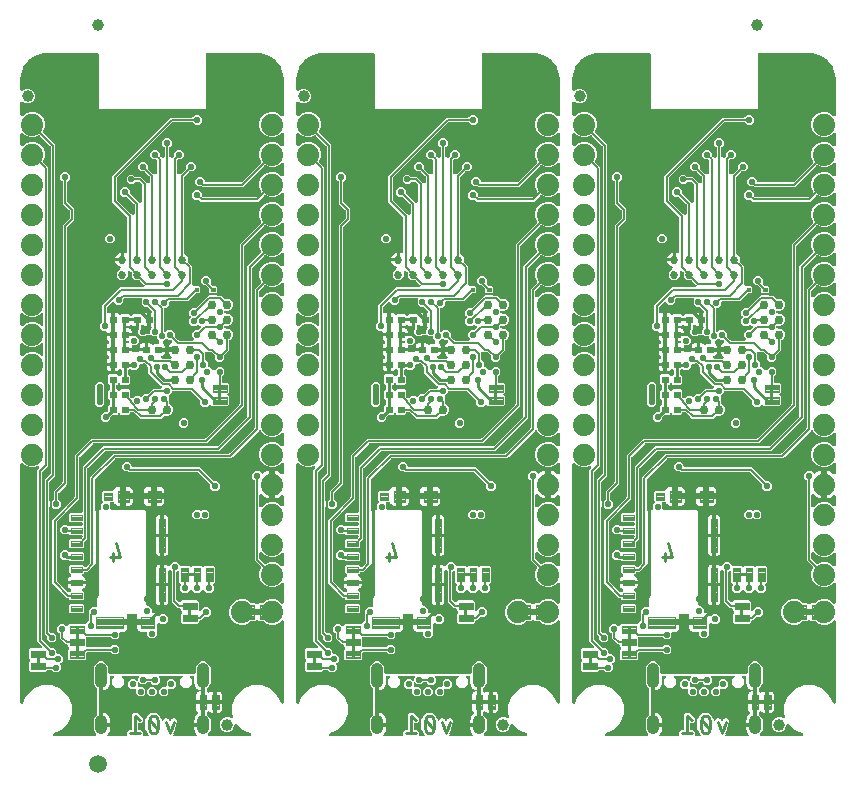
<source format=gbl>
G04 EAGLE Gerber RS-274X export*
G75*
%MOMM*%
%FSLAX34Y34*%
%LPD*%
%INBottom Copper*%
%IPPOS*%
%AMOC8*
5,1,8,0,0,1.08239X$1,22.5*%
G01*
%ADD10C,0.279400*%
%ADD11C,1.879600*%
%ADD12C,1.000000*%
%ADD13C,1.000000*%
%ADD14C,0.099059*%
%ADD15C,0.101600*%
%ADD16C,0.100000*%
%ADD17C,0.100800*%
%ADD18C,0.105000*%
%ADD19C,0.099000*%
%ADD20C,0.685800*%
%ADD21C,0.762000*%
%ADD22C,0.102000*%
%ADD23C,1.500000*%
%ADD24C,0.558800*%
%ADD25C,0.254000*%
%ADD26C,0.127000*%
%ADD27C,0.508000*%
%ADD28C,0.185419*%

G36*
X299741Y2812D02*
X299741Y2812D01*
X299879Y2825D01*
X299898Y2832D01*
X299918Y2835D01*
X300048Y2886D01*
X300179Y2933D01*
X300195Y2944D01*
X300214Y2952D01*
X300326Y3033D01*
X300442Y3111D01*
X300455Y3127D01*
X300471Y3138D01*
X300560Y3246D01*
X300652Y3350D01*
X300661Y3368D01*
X300674Y3383D01*
X300734Y3509D01*
X300797Y3633D01*
X300801Y3653D01*
X300810Y3671D01*
X300836Y3808D01*
X300866Y3943D01*
X300866Y3964D01*
X300870Y3983D01*
X300861Y4122D01*
X300857Y4261D01*
X300851Y4281D01*
X300850Y4301D01*
X300807Y4433D01*
X300768Y4567D01*
X300758Y4584D01*
X300752Y4603D01*
X300677Y4721D01*
X300607Y4841D01*
X300588Y4862D01*
X300582Y4872D01*
X300567Y4886D01*
X300500Y4961D01*
X299464Y5998D01*
X298509Y8303D01*
X298509Y16797D01*
X299464Y19102D01*
X301126Y20764D01*
X301186Y20842D01*
X301254Y20914D01*
X301283Y20967D01*
X301320Y21015D01*
X301360Y21106D01*
X301408Y21193D01*
X301423Y21251D01*
X301447Y21307D01*
X301462Y21405D01*
X301487Y21500D01*
X301493Y21600D01*
X301497Y21621D01*
X301495Y21633D01*
X301497Y21661D01*
X301497Y42739D01*
X301485Y42837D01*
X301482Y42936D01*
X301465Y42994D01*
X301457Y43054D01*
X301421Y43146D01*
X301393Y43242D01*
X301363Y43294D01*
X301340Y43350D01*
X301282Y43430D01*
X301232Y43516D01*
X301166Y43591D01*
X301154Y43607D01*
X301144Y43615D01*
X301126Y43636D01*
X299464Y45298D01*
X298509Y47603D01*
X298509Y61097D01*
X299464Y63402D01*
X301228Y65166D01*
X303533Y66121D01*
X306027Y66121D01*
X308332Y65166D01*
X310096Y63402D01*
X311051Y61097D01*
X311051Y56642D01*
X311066Y56524D01*
X311073Y56405D01*
X311086Y56367D01*
X311091Y56326D01*
X311134Y56216D01*
X311171Y56103D01*
X311193Y56068D01*
X311208Y56031D01*
X311277Y55935D01*
X311341Y55834D01*
X311371Y55806D01*
X311394Y55773D01*
X311486Y55697D01*
X311573Y55616D01*
X311608Y55596D01*
X311639Y55571D01*
X311747Y55520D01*
X311851Y55462D01*
X311891Y55452D01*
X311927Y55435D01*
X312044Y55413D01*
X312159Y55383D01*
X312219Y55379D01*
X312239Y55375D01*
X312260Y55377D01*
X312320Y55373D01*
X383640Y55373D01*
X383758Y55388D01*
X383877Y55395D01*
X383915Y55408D01*
X383956Y55413D01*
X384066Y55456D01*
X384179Y55493D01*
X384214Y55515D01*
X384251Y55530D01*
X384347Y55599D01*
X384448Y55663D01*
X384476Y55693D01*
X384509Y55716D01*
X384585Y55808D01*
X384666Y55895D01*
X384686Y55930D01*
X384711Y55961D01*
X384762Y56069D01*
X384820Y56173D01*
X384830Y56213D01*
X384847Y56249D01*
X384869Y56366D01*
X384899Y56481D01*
X384903Y56541D01*
X384907Y56561D01*
X384905Y56582D01*
X384909Y56642D01*
X384909Y61097D01*
X385864Y63402D01*
X387628Y65166D01*
X389933Y66121D01*
X392427Y66121D01*
X394732Y65166D01*
X396496Y63402D01*
X397451Y61097D01*
X397451Y47603D01*
X396496Y45298D01*
X394834Y43636D01*
X394774Y43558D01*
X394706Y43486D01*
X394677Y43433D01*
X394640Y43385D01*
X394600Y43294D01*
X394552Y43207D01*
X394537Y43149D01*
X394513Y43093D01*
X394498Y42995D01*
X394473Y42900D01*
X394467Y42800D01*
X394463Y42779D01*
X394465Y42767D01*
X394463Y42739D01*
X394463Y40785D01*
X394480Y40647D01*
X394493Y40509D01*
X394500Y40490D01*
X394503Y40469D01*
X394554Y40340D01*
X394601Y40209D01*
X394612Y40193D01*
X394620Y40174D01*
X394701Y40061D01*
X394779Y39946D01*
X394795Y39933D01*
X394806Y39916D01*
X394914Y39827D01*
X395018Y39736D01*
X395036Y39727D01*
X395051Y39714D01*
X395177Y39654D01*
X395301Y39591D01*
X395321Y39587D01*
X395339Y39578D01*
X395476Y39552D01*
X395611Y39522D01*
X395632Y39522D01*
X395651Y39518D01*
X395790Y39527D01*
X395929Y39531D01*
X395949Y39537D01*
X395969Y39538D01*
X396101Y39581D01*
X396235Y39620D01*
X396252Y39630D01*
X396271Y39636D01*
X396389Y39711D01*
X396509Y39781D01*
X396530Y39800D01*
X396540Y39806D01*
X396554Y39821D01*
X396630Y39888D01*
X396776Y40034D01*
X397468Y40434D01*
X398241Y40641D01*
X399797Y40641D01*
X399797Y33083D01*
X392556Y33083D01*
X392556Y40958D01*
X392571Y40974D01*
X392580Y40992D01*
X392593Y41007D01*
X392632Y41103D01*
X392675Y41197D01*
X392677Y41217D01*
X392685Y41235D01*
X392703Y41402D01*
X392703Y53340D01*
X392700Y53360D01*
X392702Y53379D01*
X392680Y53481D01*
X392663Y53583D01*
X392654Y53600D01*
X392650Y53620D01*
X392597Y53709D01*
X392548Y53800D01*
X392534Y53814D01*
X392524Y53831D01*
X392445Y53898D01*
X392370Y53970D01*
X392352Y53978D01*
X392337Y53991D01*
X392241Y54030D01*
X392147Y54073D01*
X392127Y54075D01*
X392109Y54083D01*
X391942Y54101D01*
X390418Y54101D01*
X390398Y54098D01*
X390379Y54100D01*
X390277Y54078D01*
X390175Y54062D01*
X390158Y54052D01*
X390138Y54048D01*
X390049Y53995D01*
X389958Y53946D01*
X389944Y53932D01*
X389927Y53922D01*
X389860Y53843D01*
X389789Y53768D01*
X389780Y53750D01*
X389767Y53735D01*
X389728Y53639D01*
X389685Y53545D01*
X389683Y53525D01*
X389675Y53507D01*
X389657Y53340D01*
X389657Y41004D01*
X389620Y40961D01*
X389609Y40934D01*
X389592Y40910D01*
X389564Y40820D01*
X389528Y40733D01*
X389524Y40696D01*
X389518Y40676D01*
X389518Y40643D01*
X389510Y40566D01*
X389510Y33273D01*
X385190Y33273D01*
X385190Y38004D01*
X385397Y38777D01*
X385797Y39469D01*
X386362Y40034D01*
X387054Y40434D01*
X387766Y40624D01*
X387879Y40676D01*
X387987Y40723D01*
X387988Y40725D01*
X387990Y40726D01*
X388080Y40809D01*
X388168Y40890D01*
X388169Y40892D01*
X388170Y40893D01*
X388229Y41000D01*
X388286Y41105D01*
X388287Y41107D01*
X388288Y41109D01*
X388309Y41231D01*
X388330Y41347D01*
X388330Y41349D01*
X388330Y41352D01*
X388312Y41472D01*
X388294Y41591D01*
X388293Y41593D01*
X388293Y41595D01*
X388238Y41700D01*
X388183Y41810D01*
X388181Y41811D01*
X388180Y41813D01*
X388096Y41895D01*
X388007Y41982D01*
X388005Y41983D01*
X388004Y41985D01*
X387997Y41988D01*
X387860Y42063D01*
X387608Y42167D01*
X386373Y42993D01*
X385323Y44043D01*
X384497Y45278D01*
X383929Y46650D01*
X383639Y48107D01*
X383639Y53340D01*
X383636Y53360D01*
X383638Y53379D01*
X383616Y53481D01*
X383600Y53583D01*
X383590Y53600D01*
X383586Y53620D01*
X383533Y53709D01*
X383484Y53800D01*
X383470Y53814D01*
X383460Y53831D01*
X383381Y53898D01*
X383306Y53970D01*
X383288Y53978D01*
X383273Y53991D01*
X383177Y54030D01*
X383083Y54073D01*
X383063Y54075D01*
X383045Y54083D01*
X382878Y54101D01*
X380778Y54101D01*
X380708Y54090D01*
X380636Y54088D01*
X380587Y54070D01*
X380536Y54062D01*
X380472Y54028D01*
X380405Y54003D01*
X380364Y53971D01*
X380318Y53946D01*
X380269Y53895D01*
X380213Y53850D01*
X380185Y53806D01*
X380149Y53768D01*
X380119Y53703D01*
X380080Y53643D01*
X380067Y53592D01*
X380045Y53545D01*
X380037Y53474D01*
X380020Y53404D01*
X380024Y53352D01*
X380018Y53301D01*
X380033Y53230D01*
X380039Y53159D01*
X380059Y53111D01*
X380070Y53060D01*
X380107Y52999D01*
X380135Y52933D01*
X380180Y52877D01*
X380196Y52849D01*
X380214Y52834D01*
X380240Y52802D01*
X381909Y51133D01*
X381909Y46967D01*
X378963Y44021D01*
X374797Y44021D01*
X371851Y46967D01*
X371851Y51133D01*
X373520Y52802D01*
X373562Y52860D01*
X373611Y52912D01*
X373633Y52959D01*
X373664Y53001D01*
X373685Y53070D01*
X373715Y53135D01*
X373721Y53187D01*
X373736Y53237D01*
X373734Y53308D01*
X373742Y53379D01*
X373731Y53430D01*
X373730Y53482D01*
X373705Y53550D01*
X373690Y53620D01*
X373663Y53664D01*
X373645Y53713D01*
X373600Y53769D01*
X373564Y53831D01*
X373524Y53865D01*
X373491Y53905D01*
X373431Y53944D01*
X373377Y53991D01*
X373328Y54010D01*
X373284Y54038D01*
X373215Y54056D01*
X373148Y54083D01*
X373077Y54091D01*
X373046Y54099D01*
X373023Y54097D01*
X372982Y54101D01*
X354502Y54101D01*
X354431Y54090D01*
X354359Y54088D01*
X354310Y54070D01*
X354259Y54062D01*
X354196Y54028D01*
X354128Y54003D01*
X354088Y53971D01*
X354042Y53946D01*
X353992Y53895D01*
X353936Y53850D01*
X353908Y53806D01*
X353872Y53768D01*
X353842Y53703D01*
X353803Y53643D01*
X353791Y53592D01*
X353769Y53545D01*
X353761Y53474D01*
X353743Y53404D01*
X353747Y53352D01*
X353742Y53301D01*
X353757Y53230D01*
X353762Y53159D01*
X353783Y53111D01*
X353794Y53060D01*
X353831Y52999D01*
X353859Y52933D01*
X353904Y52877D01*
X353920Y52849D01*
X353938Y52834D01*
X353964Y52802D01*
X354554Y52212D01*
X354554Y48844D01*
X352173Y46463D01*
X348805Y46463D01*
X347161Y48107D01*
X347087Y48160D01*
X347018Y48220D01*
X346988Y48232D01*
X346962Y48251D01*
X346875Y48278D01*
X346790Y48312D01*
X346749Y48316D01*
X346726Y48323D01*
X346694Y48322D01*
X346623Y48330D01*
X344083Y48330D01*
X343993Y48315D01*
X343902Y48308D01*
X343872Y48296D01*
X343840Y48290D01*
X343759Y48248D01*
X343676Y48212D01*
X343643Y48186D01*
X343623Y48175D01*
X343601Y48152D01*
X343545Y48107D01*
X342173Y46735D01*
X338805Y46735D01*
X337088Y48452D01*
X337030Y48494D01*
X336978Y48543D01*
X336931Y48565D01*
X336889Y48596D01*
X336820Y48617D01*
X336755Y48647D01*
X336703Y48653D01*
X336653Y48668D01*
X336582Y48666D01*
X336511Y48674D01*
X336460Y48663D01*
X336408Y48662D01*
X336340Y48637D01*
X336270Y48622D01*
X336225Y48595D01*
X336177Y48577D01*
X336121Y48532D01*
X336059Y48496D01*
X336025Y48456D01*
X335985Y48424D01*
X335946Y48363D01*
X335899Y48309D01*
X335880Y48260D01*
X335852Y48217D01*
X335834Y48147D01*
X335807Y48081D01*
X335799Y48009D01*
X335791Y47978D01*
X335793Y47955D01*
X335789Y47914D01*
X335789Y45466D01*
X335792Y45446D01*
X335790Y45427D01*
X335812Y45325D01*
X335828Y45223D01*
X335838Y45206D01*
X335842Y45186D01*
X335895Y45097D01*
X335944Y45006D01*
X335958Y44992D01*
X335968Y44975D01*
X336047Y44908D01*
X336122Y44836D01*
X336140Y44828D01*
X336155Y44815D01*
X336251Y44776D01*
X336345Y44733D01*
X336365Y44731D01*
X336383Y44723D01*
X336550Y44705D01*
X340012Y44705D01*
X342393Y42324D01*
X342393Y38956D01*
X340012Y36575D01*
X336644Y36575D01*
X334263Y38956D01*
X334263Y42418D01*
X334260Y42438D01*
X334262Y42457D01*
X334240Y42559D01*
X334224Y42661D01*
X334214Y42678D01*
X334210Y42698D01*
X334157Y42787D01*
X334108Y42878D01*
X334094Y42892D01*
X334084Y42909D01*
X334005Y42976D01*
X333930Y43048D01*
X333912Y43056D01*
X333897Y43069D01*
X333801Y43108D01*
X333707Y43151D01*
X333687Y43153D01*
X333669Y43161D01*
X333502Y43179D01*
X330040Y43179D01*
X327659Y45560D01*
X327659Y48928D01*
X330040Y51309D01*
X333408Y51309D01*
X335125Y49592D01*
X335183Y49550D01*
X335235Y49501D01*
X335282Y49479D01*
X335324Y49448D01*
X335393Y49427D01*
X335458Y49397D01*
X335510Y49391D01*
X335559Y49376D01*
X335631Y49378D01*
X335702Y49370D01*
X335753Y49381D01*
X335805Y49382D01*
X335873Y49407D01*
X335943Y49422D01*
X335987Y49449D01*
X336036Y49467D01*
X336092Y49512D01*
X336154Y49548D01*
X336188Y49588D01*
X336228Y49620D01*
X336267Y49681D01*
X336314Y49735D01*
X336333Y49784D01*
X336361Y49827D01*
X336379Y49897D01*
X336406Y49963D01*
X336414Y50035D01*
X336421Y50066D01*
X336420Y50089D01*
X336424Y50130D01*
X336424Y52484D01*
X336742Y52802D01*
X336784Y52860D01*
X336833Y52912D01*
X336855Y52959D01*
X336886Y53001D01*
X336907Y53070D01*
X336937Y53135D01*
X336943Y53187D01*
X336958Y53237D01*
X336956Y53308D01*
X336964Y53379D01*
X336953Y53430D01*
X336952Y53482D01*
X336927Y53550D01*
X336912Y53620D01*
X336885Y53664D01*
X336867Y53713D01*
X336822Y53769D01*
X336786Y53831D01*
X336746Y53865D01*
X336714Y53905D01*
X336653Y53944D01*
X336599Y53991D01*
X336550Y54010D01*
X336507Y54038D01*
X336437Y54056D01*
X336371Y54083D01*
X336299Y54091D01*
X336268Y54099D01*
X336245Y54097D01*
X336204Y54101D01*
X322978Y54101D01*
X322908Y54090D01*
X322836Y54088D01*
X322787Y54070D01*
X322736Y54062D01*
X322672Y54028D01*
X322605Y54003D01*
X322564Y53971D01*
X322518Y53946D01*
X322469Y53895D01*
X322413Y53850D01*
X322385Y53806D01*
X322349Y53768D01*
X322319Y53703D01*
X322280Y53643D01*
X322267Y53592D01*
X322245Y53545D01*
X322237Y53474D01*
X322220Y53404D01*
X322224Y53352D01*
X322218Y53301D01*
X322233Y53230D01*
X322239Y53159D01*
X322259Y53111D01*
X322270Y53060D01*
X322307Y52999D01*
X322335Y52933D01*
X322380Y52877D01*
X322396Y52849D01*
X322414Y52834D01*
X322440Y52802D01*
X324109Y51133D01*
X324109Y46967D01*
X321163Y44021D01*
X316997Y44021D01*
X314051Y46967D01*
X314051Y51133D01*
X315720Y52802D01*
X315762Y52860D01*
X315811Y52912D01*
X315833Y52959D01*
X315864Y53001D01*
X315885Y53070D01*
X315915Y53135D01*
X315921Y53187D01*
X315936Y53237D01*
X315934Y53308D01*
X315942Y53379D01*
X315931Y53430D01*
X315930Y53482D01*
X315905Y53550D01*
X315890Y53620D01*
X315863Y53664D01*
X315845Y53713D01*
X315800Y53769D01*
X315764Y53831D01*
X315724Y53865D01*
X315691Y53905D01*
X315631Y53944D01*
X315577Y53991D01*
X315528Y54010D01*
X315484Y54038D01*
X315415Y54056D01*
X315348Y54083D01*
X315277Y54091D01*
X315246Y54099D01*
X315223Y54097D01*
X315182Y54101D01*
X313082Y54101D01*
X313062Y54098D01*
X313043Y54100D01*
X312941Y54078D01*
X312839Y54062D01*
X312822Y54052D01*
X312802Y54048D01*
X312713Y53995D01*
X312622Y53946D01*
X312608Y53932D01*
X312591Y53922D01*
X312524Y53843D01*
X312452Y53768D01*
X312444Y53750D01*
X312431Y53735D01*
X312392Y53639D01*
X312349Y53545D01*
X312347Y53525D01*
X312339Y53507D01*
X312321Y53340D01*
X312321Y48107D01*
X312031Y46650D01*
X311463Y45278D01*
X310637Y44043D01*
X309587Y42993D01*
X308352Y42167D01*
X306980Y41599D01*
X306303Y41465D01*
X306303Y53340D01*
X306300Y53360D01*
X306302Y53379D01*
X306280Y53481D01*
X306263Y53583D01*
X306254Y53600D01*
X306250Y53620D01*
X306197Y53709D01*
X306148Y53800D01*
X306134Y53814D01*
X306124Y53831D01*
X306045Y53898D01*
X305970Y53970D01*
X305952Y53978D01*
X305937Y53991D01*
X305841Y54030D01*
X305747Y54073D01*
X305727Y54075D01*
X305709Y54083D01*
X305542Y54101D01*
X304018Y54101D01*
X303998Y54098D01*
X303979Y54100D01*
X303877Y54078D01*
X303775Y54062D01*
X303758Y54052D01*
X303738Y54048D01*
X303649Y53995D01*
X303558Y53946D01*
X303544Y53932D01*
X303527Y53922D01*
X303460Y53843D01*
X303389Y53768D01*
X303380Y53750D01*
X303367Y53735D01*
X303328Y53639D01*
X303285Y53545D01*
X303283Y53525D01*
X303275Y53507D01*
X303257Y53340D01*
X303257Y41343D01*
X303250Y41342D01*
X303225Y41327D01*
X303197Y41319D01*
X303120Y41264D01*
X303039Y41216D01*
X303020Y41194D01*
X302996Y41177D01*
X302941Y41101D01*
X302879Y41029D01*
X302868Y41002D01*
X302851Y40978D01*
X302823Y40888D01*
X302787Y40801D01*
X302783Y40764D01*
X302777Y40744D01*
X302777Y40711D01*
X302769Y40634D01*
X302769Y23766D01*
X302784Y23673D01*
X302792Y23579D01*
X302804Y23552D01*
X302809Y23523D01*
X302853Y23440D01*
X302890Y23353D01*
X302910Y23332D01*
X302924Y23306D01*
X302992Y23241D01*
X303055Y23171D01*
X303081Y23157D01*
X303102Y23136D01*
X303187Y23097D01*
X303257Y23058D01*
X303257Y13312D01*
X303260Y13292D01*
X303258Y13273D01*
X303280Y13171D01*
X303297Y13069D01*
X303306Y13052D01*
X303310Y13032D01*
X303363Y12943D01*
X303412Y12852D01*
X303426Y12838D01*
X303436Y12821D01*
X303515Y12754D01*
X303590Y12683D01*
X303608Y12674D01*
X303623Y12661D01*
X303719Y12622D01*
X303813Y12579D01*
X303833Y12577D01*
X303851Y12569D01*
X304018Y12551D01*
X304781Y12551D01*
X304781Y11788D01*
X304784Y11768D01*
X304782Y11749D01*
X304804Y11647D01*
X304821Y11545D01*
X304830Y11528D01*
X304834Y11508D01*
X304887Y11419D01*
X304936Y11328D01*
X304950Y11314D01*
X304960Y11297D01*
X305039Y11230D01*
X305114Y11159D01*
X305132Y11150D01*
X305147Y11137D01*
X305243Y11098D01*
X305337Y11055D01*
X305357Y11053D01*
X305375Y11045D01*
X305542Y11027D01*
X312321Y11027D01*
X312321Y8807D01*
X312031Y7350D01*
X311463Y5978D01*
X310637Y4743D01*
X309988Y4094D01*
X309947Y4036D01*
X309897Y3984D01*
X309875Y3937D01*
X309845Y3895D01*
X309824Y3826D01*
X309794Y3761D01*
X309788Y3709D01*
X309773Y3659D01*
X309774Y3588D01*
X309767Y3517D01*
X309778Y3466D01*
X309779Y3414D01*
X309804Y3346D01*
X309819Y3276D01*
X309845Y3231D01*
X309863Y3183D01*
X309908Y3127D01*
X309945Y3065D01*
X309985Y3031D01*
X310017Y2991D01*
X310077Y2952D01*
X310132Y2905D01*
X310180Y2886D01*
X310224Y2858D01*
X310293Y2840D01*
X310360Y2813D01*
X310431Y2805D01*
X310462Y2797D01*
X310486Y2799D01*
X310527Y2795D01*
X326186Y2795D01*
X326256Y2806D01*
X326328Y2808D01*
X326377Y2826D01*
X326428Y2834D01*
X326492Y2868D01*
X326559Y2893D01*
X326600Y2925D01*
X326646Y2950D01*
X326695Y3001D01*
X326751Y3046D01*
X326779Y3090D01*
X326815Y3128D01*
X326845Y3193D01*
X326884Y3253D01*
X326897Y3304D01*
X326919Y3351D01*
X326927Y3422D01*
X326944Y3492D01*
X326940Y3544D01*
X326946Y3595D01*
X326931Y3666D01*
X326925Y3737D01*
X326905Y3785D01*
X326894Y3836D01*
X326857Y3897D01*
X326829Y3963D01*
X326784Y4019D01*
X326767Y4047D01*
X326750Y4062D01*
X326724Y4094D01*
X326716Y4102D01*
X326716Y6312D01*
X328279Y7875D01*
X330118Y7875D01*
X330137Y7878D01*
X330157Y7876D01*
X330258Y7898D01*
X330360Y7914D01*
X330378Y7924D01*
X330397Y7928D01*
X330486Y7981D01*
X330578Y8030D01*
X330591Y8044D01*
X330609Y8054D01*
X330676Y8133D01*
X330747Y8208D01*
X330756Y8226D01*
X330768Y8241D01*
X330807Y8337D01*
X330851Y8431D01*
X330853Y8451D01*
X330860Y8469D01*
X330879Y8636D01*
X330879Y20003D01*
X330874Y20031D01*
X330874Y20087D01*
X330772Y21009D01*
X330796Y21070D01*
X330833Y21135D01*
X330842Y21183D01*
X330860Y21229D01*
X330867Y21286D01*
X331526Y21945D01*
X331543Y21968D01*
X331582Y22008D01*
X332162Y22732D01*
X332222Y22758D01*
X332293Y22778D01*
X332334Y22806D01*
X332380Y22825D01*
X332424Y22861D01*
X333357Y22861D01*
X333385Y22865D01*
X333441Y22865D01*
X334363Y22968D01*
X334423Y22943D01*
X334488Y22907D01*
X334537Y22898D01*
X334583Y22879D01*
X334639Y22873D01*
X335299Y22214D01*
X335322Y22197D01*
X335361Y22158D01*
X340239Y18256D01*
X340483Y16059D01*
X339102Y14333D01*
X336892Y14088D01*
X336795Y14061D01*
X336696Y14039D01*
X336676Y14027D01*
X336655Y14021D01*
X336571Y13965D01*
X336485Y13913D01*
X336470Y13896D01*
X336451Y13883D01*
X336390Y13803D01*
X336325Y13726D01*
X336316Y13705D01*
X336303Y13687D01*
X336271Y13592D01*
X336233Y13498D01*
X336230Y13470D01*
X336224Y13454D01*
X336224Y13421D01*
X336214Y13331D01*
X336214Y8636D01*
X336218Y8616D01*
X336215Y8597D01*
X336237Y8495D01*
X336254Y8393D01*
X336263Y8376D01*
X336268Y8356D01*
X336321Y8267D01*
X336369Y8176D01*
X336384Y8162D01*
X336394Y8145D01*
X336473Y8078D01*
X336548Y8006D01*
X336566Y7998D01*
X336581Y7985D01*
X336677Y7946D01*
X336771Y7903D01*
X336790Y7901D01*
X336809Y7893D01*
X336976Y7875D01*
X338814Y7875D01*
X340377Y6312D01*
X340377Y4102D01*
X340369Y4094D01*
X340328Y4036D01*
X340278Y3984D01*
X340256Y3937D01*
X340226Y3895D01*
X340205Y3826D01*
X340175Y3761D01*
X340169Y3709D01*
X340153Y3659D01*
X340155Y3588D01*
X340147Y3517D01*
X340158Y3466D01*
X340160Y3414D01*
X340184Y3346D01*
X340200Y3276D01*
X340226Y3231D01*
X340244Y3183D01*
X340289Y3127D01*
X340326Y3065D01*
X340365Y3031D01*
X340398Y2991D01*
X340458Y2952D01*
X340513Y2905D01*
X340561Y2886D01*
X340605Y2858D01*
X340674Y2840D01*
X340741Y2813D01*
X340812Y2805D01*
X340843Y2797D01*
X340867Y2799D01*
X340908Y2795D01*
X344603Y2795D01*
X344614Y2797D01*
X344625Y2795D01*
X344735Y2816D01*
X344845Y2834D01*
X344855Y2840D01*
X344866Y2842D01*
X344964Y2897D01*
X345063Y2950D01*
X345070Y2958D01*
X345080Y2963D01*
X345155Y3047D01*
X345232Y3128D01*
X345237Y3138D01*
X345244Y3146D01*
X345289Y3249D01*
X345336Y3351D01*
X345337Y3362D01*
X345341Y3372D01*
X345351Y3485D01*
X345363Y3595D01*
X345360Y3606D01*
X345361Y3617D01*
X345334Y3726D01*
X345311Y3836D01*
X345305Y3845D01*
X345302Y3856D01*
X345242Y3951D01*
X345184Y4047D01*
X345176Y4054D01*
X345170Y4064D01*
X345045Y4175D01*
X344338Y4681D01*
X343809Y6223D01*
X343794Y6250D01*
X343773Y6310D01*
X342347Y9235D01*
X342347Y16165D01*
X343246Y18009D01*
X343260Y18054D01*
X343282Y18095D01*
X343311Y18226D01*
X343317Y18245D01*
X343317Y18251D01*
X343319Y18259D01*
X343320Y18275D01*
X343382Y18331D01*
X343410Y18374D01*
X343428Y18394D01*
X343440Y18422D01*
X343472Y18472D01*
X343773Y19090D01*
X343782Y19120D01*
X343809Y19177D01*
X344338Y20719D01*
X347336Y22861D01*
X351020Y22861D01*
X354018Y20719D01*
X354547Y19177D01*
X354561Y19150D01*
X354583Y19090D01*
X356028Y16125D01*
X356041Y16107D01*
X356048Y16087D01*
X356110Y16008D01*
X356112Y16006D01*
X356113Y16006D01*
X356170Y15924D01*
X356188Y15911D01*
X356201Y15894D01*
X356287Y15839D01*
X356369Y15779D01*
X356389Y15773D01*
X356408Y15761D01*
X356507Y15736D01*
X356603Y15705D01*
X356625Y15705D01*
X356646Y15700D01*
X356748Y15708D01*
X356849Y15710D01*
X356870Y15717D01*
X356891Y15719D01*
X356985Y15758D01*
X357081Y15792D01*
X357098Y15806D01*
X357118Y15814D01*
X357194Y15882D01*
X357274Y15945D01*
X357286Y15963D01*
X357302Y15977D01*
X357393Y16118D01*
X358024Y17379D01*
X360120Y18078D01*
X362097Y17090D01*
X362524Y15810D01*
X362525Y15808D01*
X362525Y15806D01*
X362582Y15698D01*
X362638Y15592D01*
X362640Y15590D01*
X362641Y15589D01*
X362730Y15504D01*
X362816Y15422D01*
X362818Y15421D01*
X362820Y15420D01*
X362930Y15369D01*
X363039Y15318D01*
X363041Y15318D01*
X363043Y15317D01*
X363161Y15304D01*
X363283Y15290D01*
X363285Y15290D01*
X363288Y15290D01*
X363407Y15317D01*
X363524Y15342D01*
X363526Y15343D01*
X363528Y15343D01*
X363632Y15406D01*
X363735Y15467D01*
X363737Y15469D01*
X363739Y15470D01*
X363816Y15561D01*
X363896Y15654D01*
X363896Y15656D01*
X363898Y15657D01*
X363968Y15810D01*
X364395Y17090D01*
X366371Y18078D01*
X368468Y17379D01*
X369456Y15402D01*
X366138Y5448D01*
X366132Y5411D01*
X366118Y5376D01*
X366113Y5290D01*
X366099Y5205D01*
X366105Y5168D01*
X366103Y5130D01*
X366129Y5008D01*
X365741Y4232D01*
X365731Y4201D01*
X365700Y4132D01*
X365588Y3797D01*
X365585Y3778D01*
X365577Y3761D01*
X365565Y3657D01*
X365549Y3554D01*
X365552Y3535D01*
X365550Y3517D01*
X365572Y3415D01*
X365589Y3311D01*
X365598Y3295D01*
X365602Y3276D01*
X365656Y3186D01*
X365705Y3094D01*
X365719Y3081D01*
X365728Y3065D01*
X365808Y2997D01*
X365884Y2925D01*
X365901Y2917D01*
X365915Y2905D01*
X366012Y2866D01*
X366107Y2822D01*
X366126Y2820D01*
X366143Y2813D01*
X366310Y2795D01*
X385433Y2795D01*
X385504Y2806D01*
X385576Y2808D01*
X385625Y2826D01*
X385676Y2834D01*
X385739Y2868D01*
X385807Y2893D01*
X385847Y2925D01*
X385893Y2950D01*
X385943Y3002D01*
X385999Y3046D01*
X386027Y3090D01*
X386063Y3128D01*
X386093Y3193D01*
X386132Y3253D01*
X386144Y3304D01*
X386166Y3351D01*
X386174Y3422D01*
X386192Y3492D01*
X386188Y3544D01*
X386193Y3595D01*
X386178Y3666D01*
X386173Y3737D01*
X386152Y3785D01*
X386141Y3836D01*
X386104Y3897D01*
X386076Y3963D01*
X386032Y4019D01*
X386015Y4047D01*
X385997Y4062D01*
X385972Y4094D01*
X385323Y4743D01*
X384497Y5978D01*
X383929Y7350D01*
X383639Y8807D01*
X383639Y11027D01*
X390418Y11027D01*
X390438Y11030D01*
X390457Y11028D01*
X390559Y11050D01*
X390661Y11067D01*
X390678Y11076D01*
X390698Y11080D01*
X390787Y11133D01*
X390878Y11182D01*
X390892Y11196D01*
X390909Y11206D01*
X390976Y11285D01*
X391047Y11360D01*
X391056Y11378D01*
X391069Y11393D01*
X391108Y11489D01*
X391151Y11583D01*
X391153Y11603D01*
X391161Y11621D01*
X391179Y11788D01*
X391179Y12551D01*
X391942Y12551D01*
X391962Y12554D01*
X391981Y12552D01*
X392083Y12574D01*
X392185Y12591D01*
X392202Y12600D01*
X392222Y12604D01*
X392311Y12657D01*
X392402Y12706D01*
X392416Y12720D01*
X392433Y12730D01*
X392500Y12809D01*
X392571Y12884D01*
X392580Y12902D01*
X392593Y12917D01*
X392632Y13013D01*
X392675Y13107D01*
X392677Y13127D01*
X392685Y13145D01*
X392703Y13312D01*
X392703Y22098D01*
X392700Y22118D01*
X392702Y22137D01*
X392680Y22239D01*
X392663Y22341D01*
X392654Y22358D01*
X392650Y22378D01*
X392597Y22467D01*
X392556Y22543D01*
X392556Y30417D01*
X399797Y30417D01*
X399797Y22859D01*
X398241Y22859D01*
X397468Y23066D01*
X396776Y23466D01*
X396630Y23612D01*
X396520Y23697D01*
X396413Y23786D01*
X396394Y23795D01*
X396378Y23807D01*
X396251Y23863D01*
X396125Y23922D01*
X396105Y23926D01*
X396086Y23934D01*
X395949Y23956D01*
X395812Y23982D01*
X395792Y23980D01*
X395772Y23984D01*
X395634Y23971D01*
X395495Y23962D01*
X395476Y23956D01*
X395456Y23954D01*
X395325Y23907D01*
X395193Y23864D01*
X395175Y23853D01*
X395156Y23846D01*
X395041Y23768D01*
X394924Y23694D01*
X394910Y23679D01*
X394893Y23668D01*
X394801Y23564D01*
X394706Y23462D01*
X394696Y23444D01*
X394683Y23429D01*
X394620Y23306D01*
X394552Y23184D01*
X394547Y23164D01*
X394538Y23146D01*
X394508Y23010D01*
X394473Y22876D01*
X394471Y22848D01*
X394468Y22836D01*
X394469Y22815D01*
X394463Y22715D01*
X394463Y21661D01*
X394475Y21563D01*
X394478Y21464D01*
X394495Y21406D01*
X394503Y21346D01*
X394539Y21254D01*
X394567Y21158D01*
X394597Y21106D01*
X394620Y21050D01*
X394678Y20970D01*
X394728Y20884D01*
X394794Y20809D01*
X394806Y20793D01*
X394816Y20785D01*
X394834Y20764D01*
X396496Y19102D01*
X397451Y16797D01*
X397451Y8303D01*
X396496Y5998D01*
X395460Y4961D01*
X395375Y4852D01*
X395286Y4745D01*
X395277Y4726D01*
X395265Y4710D01*
X395209Y4583D01*
X395150Y4457D01*
X395146Y4437D01*
X395138Y4418D01*
X395116Y4280D01*
X395090Y4144D01*
X395092Y4124D01*
X395088Y4104D01*
X395102Y3965D01*
X395110Y3827D01*
X395116Y3808D01*
X395118Y3788D01*
X395165Y3656D01*
X395208Y3525D01*
X395219Y3507D01*
X395226Y3488D01*
X395304Y3373D01*
X395378Y3256D01*
X395393Y3242D01*
X395404Y3225D01*
X395509Y3133D01*
X395610Y3038D01*
X395628Y3028D01*
X395643Y3015D01*
X395767Y2952D01*
X395888Y2884D01*
X395908Y2879D01*
X395926Y2870D01*
X396062Y2840D01*
X396196Y2805D01*
X396224Y2803D01*
X396236Y2800D01*
X396257Y2801D01*
X396357Y2795D01*
X430645Y2795D01*
X430714Y2803D01*
X430784Y2802D01*
X430871Y2823D01*
X430960Y2835D01*
X431025Y2860D01*
X431093Y2877D01*
X431173Y2919D01*
X431256Y2952D01*
X431313Y2993D01*
X431374Y3025D01*
X431441Y3086D01*
X431514Y3138D01*
X431558Y3192D01*
X431610Y3239D01*
X431659Y3314D01*
X431716Y3383D01*
X431746Y3447D01*
X431784Y3505D01*
X431814Y3590D01*
X431852Y3671D01*
X431865Y3740D01*
X431888Y3806D01*
X431895Y3895D01*
X431912Y3983D01*
X431907Y4053D01*
X431913Y4123D01*
X431897Y4211D01*
X431892Y4301D01*
X431870Y4367D01*
X431858Y4436D01*
X431822Y4518D01*
X431794Y4603D01*
X431757Y4662D01*
X431728Y4726D01*
X431672Y4796D01*
X431624Y4872D01*
X431573Y4920D01*
X431529Y4974D01*
X431457Y5029D01*
X431392Y5090D01*
X431331Y5124D01*
X431275Y5166D01*
X431131Y5237D01*
X425082Y7742D01*
X419917Y12906D01*
X419808Y12992D01*
X419701Y13080D01*
X419682Y13089D01*
X419666Y13101D01*
X419538Y13157D01*
X419413Y13216D01*
X419393Y13219D01*
X419374Y13228D01*
X419236Y13249D01*
X419100Y13275D01*
X419080Y13274D01*
X419060Y13277D01*
X418921Y13264D01*
X418783Y13256D01*
X418764Y13249D01*
X418744Y13248D01*
X418612Y13200D01*
X418481Y13158D01*
X418463Y13147D01*
X418444Y13140D01*
X418329Y13062D01*
X418212Y12988D01*
X418198Y12973D01*
X418181Y12961D01*
X418089Y12857D01*
X417994Y12756D01*
X417984Y12738D01*
X417971Y12723D01*
X417907Y12599D01*
X417840Y12477D01*
X417835Y12458D01*
X417826Y12440D01*
X417796Y12304D01*
X417761Y12169D01*
X417759Y12141D01*
X417756Y12129D01*
X417757Y12109D01*
X417751Y12009D01*
X417751Y11453D01*
X416796Y9148D01*
X415032Y7384D01*
X412727Y6429D01*
X410233Y6429D01*
X407928Y7384D01*
X406164Y9148D01*
X405209Y11453D01*
X405209Y13947D01*
X406164Y16252D01*
X407928Y18016D01*
X410233Y18971D01*
X412727Y18971D01*
X415052Y18008D01*
X415186Y17971D01*
X415319Y17930D01*
X415339Y17929D01*
X415359Y17924D01*
X415497Y17922D01*
X415636Y17915D01*
X415656Y17919D01*
X415677Y17919D01*
X415812Y17951D01*
X415948Y17979D01*
X415966Y17988D01*
X415986Y17993D01*
X416108Y18058D01*
X416234Y18119D01*
X416249Y18132D01*
X416267Y18142D01*
X416370Y18235D01*
X416476Y18325D01*
X416487Y18342D01*
X416502Y18356D01*
X416579Y18472D01*
X416659Y18586D01*
X416666Y18604D01*
X416677Y18621D01*
X416722Y18753D01*
X416771Y18883D01*
X416774Y18903D01*
X416780Y18922D01*
X416791Y19060D01*
X416807Y19199D01*
X416804Y19219D01*
X416805Y19239D01*
X416782Y19376D01*
X416762Y19514D01*
X416753Y19540D01*
X416751Y19553D01*
X416743Y19571D01*
X416710Y19666D01*
X416051Y21257D01*
X416051Y29543D01*
X419222Y37199D01*
X425081Y43058D01*
X432737Y46229D01*
X441023Y46229D01*
X448679Y43058D01*
X454538Y37199D01*
X457043Y31149D01*
X457078Y31089D01*
X457104Y31024D01*
X457156Y30951D01*
X457201Y30873D01*
X457250Y30823D01*
X457290Y30767D01*
X457360Y30709D01*
X457422Y30645D01*
X457482Y30608D01*
X457535Y30564D01*
X457617Y30525D01*
X457693Y30478D01*
X457760Y30458D01*
X457823Y30428D01*
X457911Y30411D01*
X457997Y30385D01*
X458067Y30382D01*
X458136Y30368D01*
X458225Y30374D01*
X458315Y30370D01*
X458383Y30384D01*
X458453Y30388D01*
X458538Y30416D01*
X458626Y30434D01*
X458689Y30465D01*
X458755Y30486D01*
X458831Y30534D01*
X458912Y30574D01*
X458965Y30619D01*
X459024Y30656D01*
X459086Y30722D01*
X459154Y30780D01*
X459194Y30837D01*
X459242Y30888D01*
X459285Y30967D01*
X459337Y31040D01*
X459362Y31105D01*
X459396Y31166D01*
X459418Y31253D01*
X459450Y31337D01*
X459458Y31407D01*
X459475Y31474D01*
X459485Y31635D01*
X459485Y99703D01*
X459468Y99841D01*
X459455Y99980D01*
X459448Y99999D01*
X459445Y100019D01*
X459394Y100148D01*
X459347Y100279D01*
X459336Y100296D01*
X459328Y100314D01*
X459247Y100427D01*
X459169Y100542D01*
X459153Y100555D01*
X459142Y100572D01*
X459034Y100661D01*
X458930Y100752D01*
X458912Y100762D01*
X458897Y100775D01*
X458771Y100834D01*
X458647Y100897D01*
X458627Y100901D01*
X458609Y100910D01*
X458472Y100936D01*
X458337Y100967D01*
X458316Y100966D01*
X458297Y100970D01*
X458158Y100961D01*
X458019Y100957D01*
X457999Y100951D01*
X457979Y100950D01*
X457847Y100907D01*
X457713Y100869D01*
X457696Y100858D01*
X457677Y100852D01*
X457559Y100777D01*
X457439Y100707D01*
X457418Y100689D01*
X457408Y100682D01*
X457394Y100667D01*
X457319Y100601D01*
X455623Y98905D01*
X451702Y97281D01*
X447458Y97281D01*
X443537Y98905D01*
X442485Y99958D01*
X442406Y100018D01*
X442334Y100086D01*
X442281Y100115D01*
X442233Y100152D01*
X442142Y100192D01*
X442056Y100240D01*
X441997Y100255D01*
X441941Y100279D01*
X441844Y100294D01*
X441748Y100319D01*
X441648Y100325D01*
X441627Y100329D01*
X441615Y100327D01*
X441587Y100329D01*
X438556Y100329D01*
X437778Y101108D01*
X437684Y101181D01*
X437594Y101260D01*
X437558Y101278D01*
X437526Y101303D01*
X437417Y101350D01*
X437311Y101404D01*
X437272Y101413D01*
X437234Y101429D01*
X437117Y101448D01*
X437001Y101474D01*
X436960Y101473D01*
X436920Y101479D01*
X436802Y101468D01*
X436683Y101464D01*
X436644Y101453D01*
X436604Y101449D01*
X436491Y101409D01*
X436377Y101376D01*
X436343Y101355D01*
X436304Y101342D01*
X436206Y101275D01*
X436103Y101214D01*
X436058Y101175D01*
X436041Y101163D01*
X436028Y101148D01*
X435983Y101108D01*
X435204Y100329D01*
X432173Y100329D01*
X432075Y100317D01*
X431976Y100314D01*
X431917Y100297D01*
X431857Y100289D01*
X431765Y100253D01*
X431670Y100225D01*
X431618Y100195D01*
X431562Y100172D01*
X431482Y100114D01*
X431396Y100064D01*
X431321Y99998D01*
X431304Y99986D01*
X431297Y99976D01*
X431275Y99958D01*
X430223Y98905D01*
X426302Y97281D01*
X422058Y97281D01*
X418137Y98905D01*
X415135Y101907D01*
X413511Y105828D01*
X413511Y110072D01*
X415135Y113993D01*
X418137Y116995D01*
X422058Y118619D01*
X426302Y118619D01*
X430223Y116995D01*
X431275Y115942D01*
X431354Y115882D01*
X431426Y115814D01*
X431479Y115785D01*
X431527Y115748D01*
X431618Y115708D01*
X431704Y115660D01*
X431763Y115645D01*
X431819Y115621D01*
X431916Y115606D01*
X432012Y115581D01*
X432112Y115575D01*
X432133Y115571D01*
X432145Y115573D01*
X432173Y115571D01*
X435204Y115571D01*
X435983Y114792D01*
X436077Y114719D01*
X436166Y114640D01*
X436202Y114622D01*
X436234Y114597D01*
X436343Y114550D01*
X436449Y114496D01*
X436488Y114487D01*
X436526Y114471D01*
X436643Y114452D01*
X436759Y114426D01*
X436800Y114427D01*
X436840Y114421D01*
X436958Y114432D01*
X437077Y114436D01*
X437116Y114447D01*
X437156Y114451D01*
X437268Y114491D01*
X437383Y114524D01*
X437418Y114545D01*
X437456Y114558D01*
X437554Y114625D01*
X437657Y114686D01*
X437702Y114725D01*
X437719Y114737D01*
X437732Y114752D01*
X437778Y114792D01*
X438556Y115571D01*
X441587Y115571D01*
X441685Y115583D01*
X441784Y115586D01*
X441843Y115603D01*
X441903Y115611D01*
X441995Y115647D01*
X442090Y115675D01*
X442142Y115705D01*
X442198Y115728D01*
X442278Y115786D01*
X442364Y115836D01*
X442439Y115902D01*
X442456Y115914D01*
X442463Y115924D01*
X442485Y115942D01*
X443537Y116995D01*
X447458Y118619D01*
X451702Y118619D01*
X455623Y116995D01*
X457319Y115299D01*
X457428Y115214D01*
X457535Y115125D01*
X457554Y115117D01*
X457570Y115104D01*
X457698Y115049D01*
X457823Y114990D01*
X457843Y114986D01*
X457862Y114978D01*
X458000Y114956D01*
X458136Y114930D01*
X458156Y114931D01*
X458176Y114928D01*
X458315Y114941D01*
X458453Y114950D01*
X458472Y114956D01*
X458492Y114958D01*
X458624Y115005D01*
X458755Y115048D01*
X458773Y115059D01*
X458792Y115066D01*
X458907Y115144D01*
X459024Y115218D01*
X459038Y115233D01*
X459055Y115244D01*
X459147Y115348D01*
X459242Y115450D01*
X459252Y115467D01*
X459265Y115483D01*
X459328Y115606D01*
X459396Y115728D01*
X459401Y115748D01*
X459410Y115766D01*
X459440Y115902D01*
X459475Y116036D01*
X459477Y116064D01*
X459480Y116076D01*
X459479Y116097D01*
X459485Y116197D01*
X459485Y131453D01*
X459468Y131591D01*
X459455Y131730D01*
X459448Y131749D01*
X459445Y131769D01*
X459394Y131898D01*
X459347Y132029D01*
X459336Y132046D01*
X459328Y132064D01*
X459247Y132177D01*
X459169Y132292D01*
X459153Y132305D01*
X459142Y132322D01*
X459034Y132411D01*
X458930Y132502D01*
X458912Y132512D01*
X458897Y132525D01*
X458771Y132584D01*
X458647Y132647D01*
X458627Y132651D01*
X458609Y132660D01*
X458472Y132686D01*
X458337Y132717D01*
X458316Y132716D01*
X458297Y132720D01*
X458158Y132711D01*
X458019Y132707D01*
X457999Y132701D01*
X457979Y132700D01*
X457847Y132657D01*
X457713Y132619D01*
X457696Y132608D01*
X457677Y132602D01*
X457559Y132527D01*
X457439Y132457D01*
X457418Y132439D01*
X457408Y132432D01*
X457394Y132417D01*
X457319Y132351D01*
X455623Y130655D01*
X451702Y129031D01*
X447458Y129031D01*
X443537Y130655D01*
X440535Y133657D01*
X438911Y137578D01*
X438911Y141822D01*
X440301Y145176D01*
X440308Y145205D01*
X440322Y145231D01*
X440350Y145358D01*
X440385Y145483D01*
X440385Y145512D01*
X440391Y145541D01*
X440388Y145671D01*
X440390Y145801D01*
X440383Y145830D01*
X440382Y145859D01*
X440346Y145984D01*
X440315Y146110D01*
X440302Y146136D01*
X440293Y146165D01*
X440228Y146276D01*
X440167Y146391D01*
X440147Y146413D01*
X440132Y146439D01*
X440025Y146559D01*
X436462Y150122D01*
X434974Y151611D01*
X434974Y219152D01*
X434962Y219250D01*
X434959Y219349D01*
X434942Y219407D01*
X434934Y219467D01*
X434898Y219559D01*
X434870Y219654D01*
X434840Y219706D01*
X434817Y219763D01*
X434759Y219843D01*
X434709Y219928D01*
X434643Y220004D01*
X434631Y220020D01*
X434621Y220028D01*
X434603Y220049D01*
X432815Y221836D01*
X432815Y225204D01*
X435196Y227585D01*
X438564Y227585D01*
X440653Y225495D01*
X440669Y225483D01*
X440681Y225468D01*
X440794Y225386D01*
X440905Y225300D01*
X440923Y225292D01*
X440939Y225281D01*
X441068Y225229D01*
X441197Y225174D01*
X441216Y225171D01*
X441234Y225163D01*
X441373Y225146D01*
X441511Y225124D01*
X441530Y225126D01*
X441550Y225123D01*
X441688Y225141D01*
X441827Y225154D01*
X441846Y225160D01*
X441865Y225163D01*
X441994Y225214D01*
X442127Y225261D01*
X442143Y225272D01*
X442161Y225279D01*
X442297Y225366D01*
X443323Y226111D01*
X444997Y226964D01*
X446784Y227545D01*
X447041Y227585D01*
X447041Y217170D01*
X447056Y217052D01*
X447063Y216933D01*
X447076Y216895D01*
X447081Y216855D01*
X447124Y216744D01*
X447161Y216631D01*
X447183Y216597D01*
X447198Y216559D01*
X447268Y216463D01*
X447331Y216362D01*
X447361Y216334D01*
X447384Y216302D01*
X447476Y216226D01*
X447563Y216144D01*
X447598Y216125D01*
X447629Y216099D01*
X447737Y216048D01*
X447841Y215991D01*
X447881Y215980D01*
X447917Y215963D01*
X448034Y215941D01*
X448149Y215911D01*
X448210Y215907D01*
X448230Y215903D01*
X448250Y215905D01*
X448310Y215901D01*
X450850Y215901D01*
X450968Y215916D01*
X451087Y215923D01*
X451125Y215936D01*
X451165Y215941D01*
X451276Y215985D01*
X451389Y216021D01*
X451424Y216043D01*
X451461Y216058D01*
X451557Y216128D01*
X451658Y216191D01*
X451686Y216221D01*
X451719Y216245D01*
X451794Y216336D01*
X451876Y216423D01*
X451896Y216458D01*
X451921Y216490D01*
X451972Y216597D01*
X452030Y216702D01*
X452040Y216741D01*
X452057Y216777D01*
X452079Y216894D01*
X452109Y217009D01*
X452113Y217070D01*
X452117Y217090D01*
X452115Y217110D01*
X452119Y217170D01*
X452119Y227585D01*
X452376Y227545D01*
X454163Y226964D01*
X455837Y226111D01*
X457438Y224948D01*
X457454Y224939D01*
X457535Y224871D01*
X457554Y224863D01*
X457569Y224851D01*
X457697Y224795D01*
X457823Y224736D01*
X457843Y224732D01*
X457861Y224724D01*
X457999Y224702D01*
X458136Y224676D01*
X458155Y224677D01*
X458175Y224674D01*
X458314Y224687D01*
X458453Y224696D01*
X458472Y224702D01*
X458492Y224704D01*
X458623Y224751D01*
X458755Y224794D01*
X458772Y224805D01*
X458791Y224811D01*
X458906Y224889D01*
X459024Y224964D01*
X459038Y224979D01*
X459054Y224990D01*
X459146Y225094D01*
X459242Y225196D01*
X459252Y225213D01*
X459265Y225228D01*
X459328Y225352D01*
X459396Y225474D01*
X459401Y225494D01*
X459410Y225511D01*
X459440Y225647D01*
X459475Y225782D01*
X459477Y225810D01*
X459479Y225822D01*
X459479Y225842D01*
X459485Y225943D01*
X459485Y233053D01*
X459468Y233191D01*
X459455Y233330D01*
X459448Y233349D01*
X459445Y233369D01*
X459394Y233498D01*
X459347Y233629D01*
X459336Y233646D01*
X459328Y233664D01*
X459247Y233777D01*
X459169Y233892D01*
X459153Y233905D01*
X459142Y233922D01*
X459034Y234011D01*
X458930Y234102D01*
X458912Y234112D01*
X458897Y234125D01*
X458771Y234184D01*
X458647Y234247D01*
X458627Y234251D01*
X458609Y234260D01*
X458472Y234286D01*
X458337Y234317D01*
X458316Y234316D01*
X458297Y234320D01*
X458158Y234311D01*
X458019Y234307D01*
X457999Y234301D01*
X457979Y234300D01*
X457847Y234257D01*
X457713Y234219D01*
X457696Y234208D01*
X457677Y234202D01*
X457559Y234127D01*
X457439Y234057D01*
X457418Y234039D01*
X457408Y234032D01*
X457394Y234017D01*
X457319Y233951D01*
X455623Y232255D01*
X451702Y230631D01*
X447458Y230631D01*
X443537Y232255D01*
X440535Y235257D01*
X438911Y239178D01*
X438911Y243422D01*
X440535Y247343D01*
X443537Y250345D01*
X447458Y251969D01*
X451702Y251969D01*
X455623Y250345D01*
X457319Y248649D01*
X457428Y248564D01*
X457535Y248475D01*
X457554Y248467D01*
X457570Y248454D01*
X457698Y248399D01*
X457823Y248340D01*
X457843Y248336D01*
X457862Y248328D01*
X458000Y248306D01*
X458136Y248280D01*
X458156Y248281D01*
X458176Y248278D01*
X458315Y248291D01*
X458453Y248300D01*
X458472Y248306D01*
X458492Y248308D01*
X458624Y248355D01*
X458755Y248398D01*
X458773Y248409D01*
X458792Y248416D01*
X458907Y248494D01*
X459024Y248568D01*
X459038Y248583D01*
X459055Y248594D01*
X459147Y248698D01*
X459242Y248800D01*
X459252Y248817D01*
X459265Y248833D01*
X459329Y248957D01*
X459396Y249078D01*
X459401Y249098D01*
X459410Y249116D01*
X459440Y249252D01*
X459475Y249386D01*
X459477Y249414D01*
X459480Y249426D01*
X459479Y249447D01*
X459485Y249547D01*
X459485Y258453D01*
X459468Y258591D01*
X459455Y258730D01*
X459448Y258749D01*
X459445Y258769D01*
X459394Y258898D01*
X459347Y259029D01*
X459336Y259046D01*
X459328Y259064D01*
X459247Y259177D01*
X459169Y259292D01*
X459153Y259305D01*
X459142Y259322D01*
X459034Y259411D01*
X458930Y259502D01*
X458912Y259512D01*
X458897Y259525D01*
X458771Y259584D01*
X458647Y259647D01*
X458627Y259651D01*
X458609Y259660D01*
X458472Y259686D01*
X458337Y259717D01*
X458316Y259716D01*
X458297Y259720D01*
X458158Y259711D01*
X458019Y259707D01*
X457999Y259701D01*
X457979Y259700D01*
X457847Y259657D01*
X457713Y259619D01*
X457696Y259608D01*
X457677Y259602D01*
X457559Y259527D01*
X457439Y259457D01*
X457418Y259439D01*
X457408Y259432D01*
X457394Y259417D01*
X457319Y259351D01*
X455623Y257655D01*
X451702Y256031D01*
X447458Y256031D01*
X443537Y257655D01*
X440535Y260657D01*
X440327Y261160D01*
X440302Y261203D01*
X440286Y261250D01*
X440224Y261341D01*
X440169Y261436D01*
X440135Y261472D01*
X440107Y261513D01*
X440024Y261586D01*
X439948Y261665D01*
X439906Y261691D01*
X439869Y261724D01*
X439771Y261773D01*
X439677Y261831D01*
X439630Y261846D01*
X439585Y261868D01*
X439478Y261892D01*
X439373Y261925D01*
X439323Y261927D01*
X439275Y261938D01*
X439165Y261934D01*
X439055Y261940D01*
X439007Y261930D01*
X438957Y261928D01*
X438852Y261898D01*
X438744Y261875D01*
X438699Y261854D01*
X438652Y261840D01*
X438557Y261784D01*
X438458Y261736D01*
X438421Y261703D01*
X438378Y261678D01*
X438257Y261572D01*
X416297Y239612D01*
X414809Y238124D01*
X317545Y238124D01*
X317447Y238112D01*
X317348Y238109D01*
X317290Y238092D01*
X317230Y238084D01*
X317138Y238048D01*
X317042Y238020D01*
X316990Y237990D01*
X316934Y237967D01*
X316854Y237909D01*
X316768Y237859D01*
X316693Y237793D01*
X316677Y237781D01*
X316669Y237771D01*
X316648Y237753D01*
X299711Y220816D01*
X299651Y220738D01*
X299583Y220666D01*
X299554Y220613D01*
X299517Y220565D01*
X299477Y220474D01*
X299429Y220387D01*
X299414Y220329D01*
X299390Y220273D01*
X299375Y220175D01*
X299350Y220080D01*
X299344Y219980D01*
X299340Y219959D01*
X299342Y219947D01*
X299340Y219919D01*
X299340Y194381D01*
X299357Y194243D01*
X299370Y194105D01*
X299377Y194086D01*
X299380Y194066D01*
X299431Y193936D01*
X299478Y193805D01*
X299489Y193789D01*
X299497Y193770D01*
X299578Y193658D01*
X299656Y193542D01*
X299672Y193529D01*
X299683Y193512D01*
X299791Y193424D01*
X299895Y193332D01*
X299913Y193323D01*
X299928Y193310D01*
X300054Y193250D01*
X300178Y193187D01*
X300198Y193183D01*
X300216Y193174D01*
X300353Y193148D01*
X300488Y193118D01*
X300509Y193118D01*
X300528Y193114D01*
X300667Y193123D01*
X300806Y193127D01*
X300826Y193133D01*
X300846Y193134D01*
X300978Y193177D01*
X301112Y193216D01*
X301129Y193226D01*
X301148Y193232D01*
X301266Y193306D01*
X301386Y193377D01*
X301407Y193396D01*
X301417Y193402D01*
X301431Y193417D01*
X301506Y193484D01*
X302214Y194191D01*
X303276Y194191D01*
X303394Y194206D01*
X303513Y194213D01*
X303551Y194226D01*
X303592Y194231D01*
X303702Y194274D01*
X303815Y194311D01*
X303850Y194333D01*
X303887Y194348D01*
X303983Y194417D01*
X304084Y194481D01*
X304112Y194511D01*
X304145Y194534D01*
X304221Y194626D01*
X304302Y194713D01*
X304322Y194748D01*
X304347Y194779D01*
X304398Y194887D01*
X304456Y194991D01*
X304466Y195031D01*
X304483Y195067D01*
X304505Y195184D01*
X304535Y195299D01*
X304539Y195359D01*
X304543Y195379D01*
X304541Y195400D01*
X304545Y195460D01*
X304545Y198788D01*
X305870Y200113D01*
X305944Y200207D01*
X306022Y200296D01*
X306040Y200332D01*
X306065Y200364D01*
X306113Y200473D01*
X306167Y200579D01*
X306176Y200619D01*
X306192Y200656D01*
X306210Y200774D01*
X306236Y200890D01*
X306235Y200930D01*
X306242Y200970D01*
X306230Y201089D01*
X306227Y201208D01*
X306216Y201246D01*
X306212Y201287D01*
X306171Y201399D01*
X306138Y201513D01*
X306118Y201548D01*
X306104Y201586D01*
X306037Y201684D01*
X305977Y201787D01*
X305937Y201832D01*
X305926Y201849D01*
X305910Y201863D01*
X305870Y201908D01*
X305709Y202069D01*
X305709Y209731D01*
X306749Y210771D01*
X314596Y210771D01*
X314708Y210785D01*
X314820Y210791D01*
X314865Y210805D01*
X314912Y210811D01*
X315016Y210852D01*
X315124Y210885D01*
X315164Y210910D01*
X315207Y210928D01*
X315298Y210994D01*
X315394Y211053D01*
X315427Y211087D01*
X315465Y211114D01*
X315536Y211201D01*
X315614Y211282D01*
X315638Y211323D01*
X315668Y211359D01*
X315715Y211461D01*
X315771Y211559D01*
X315794Y211628D01*
X315803Y211647D01*
X315807Y211665D01*
X315822Y211712D01*
X315848Y211808D01*
X316252Y212507D01*
X316823Y213078D01*
X317522Y213482D01*
X318301Y213691D01*
X321041Y213691D01*
X321041Y207170D01*
X321056Y207052D01*
X321063Y206933D01*
X321076Y206895D01*
X321081Y206855D01*
X321124Y206744D01*
X321161Y206631D01*
X321183Y206596D01*
X321198Y206559D01*
X321268Y206463D01*
X321331Y206362D01*
X321361Y206334D01*
X321385Y206302D01*
X321476Y206226D01*
X321563Y206144D01*
X321598Y206125D01*
X321629Y206099D01*
X321737Y206048D01*
X321841Y205991D01*
X321881Y205980D01*
X321917Y205963D01*
X322034Y205941D01*
X322149Y205911D01*
X322210Y205907D01*
X322230Y205903D01*
X322250Y205905D01*
X322310Y205901D01*
X323581Y205901D01*
X323581Y205899D01*
X322310Y205899D01*
X322192Y205884D01*
X322073Y205877D01*
X322035Y205864D01*
X321995Y205859D01*
X321884Y205815D01*
X321771Y205779D01*
X321736Y205757D01*
X321699Y205742D01*
X321603Y205672D01*
X321502Y205609D01*
X321474Y205579D01*
X321441Y205555D01*
X321366Y205464D01*
X321284Y205377D01*
X321264Y205342D01*
X321239Y205310D01*
X321188Y205203D01*
X321130Y205099D01*
X321120Y205059D01*
X321103Y205023D01*
X321081Y204906D01*
X321051Y204791D01*
X321047Y204730D01*
X321043Y204710D01*
X321045Y204692D01*
X321043Y204686D01*
X321044Y204678D01*
X321041Y204630D01*
X321041Y198109D01*
X318301Y198109D01*
X317522Y198318D01*
X316823Y198722D01*
X316252Y199293D01*
X315848Y199992D01*
X315822Y200088D01*
X315780Y200193D01*
X315745Y200299D01*
X315720Y200339D01*
X315702Y200383D01*
X315635Y200473D01*
X315575Y200568D01*
X315541Y200600D01*
X315513Y200638D01*
X315425Y200709D01*
X315343Y200786D01*
X315302Y200809D01*
X315265Y200838D01*
X315163Y200885D01*
X315065Y200940D01*
X315019Y200951D01*
X314976Y200971D01*
X314866Y200991D01*
X314757Y201019D01*
X314685Y201024D01*
X314663Y201027D01*
X314645Y201026D01*
X314596Y201029D01*
X313497Y201029D01*
X313359Y201012D01*
X313221Y200999D01*
X313202Y200992D01*
X313182Y200989D01*
X313052Y200938D01*
X312922Y200891D01*
X312905Y200880D01*
X312886Y200872D01*
X312774Y200791D01*
X312659Y200713D01*
X312645Y200697D01*
X312629Y200686D01*
X312540Y200579D01*
X312448Y200474D01*
X312439Y200456D01*
X312426Y200441D01*
X312367Y200315D01*
X312303Y200191D01*
X312299Y200171D01*
X312290Y200153D01*
X312264Y200017D01*
X312234Y199881D01*
X312234Y199860D01*
X312231Y199841D01*
X312239Y199702D01*
X312244Y199563D01*
X312249Y199543D01*
X312250Y199523D01*
X312293Y199391D01*
X312332Y199257D01*
X312342Y199240D01*
X312348Y199221D01*
X312423Y199103D01*
X312493Y198983D01*
X312512Y198962D01*
X312519Y198952D01*
X312534Y198938D01*
X312600Y198862D01*
X312675Y198788D01*
X312675Y195460D01*
X312690Y195342D01*
X312697Y195223D01*
X312710Y195185D01*
X312715Y195144D01*
X312758Y195034D01*
X312795Y194921D01*
X312817Y194886D01*
X312832Y194849D01*
X312901Y194753D01*
X312965Y194652D01*
X312995Y194624D01*
X313018Y194591D01*
X313110Y194515D01*
X313197Y194434D01*
X313232Y194414D01*
X313263Y194389D01*
X313371Y194338D01*
X313475Y194280D01*
X313515Y194270D01*
X313551Y194253D01*
X313668Y194231D01*
X313783Y194201D01*
X313843Y194197D01*
X313863Y194193D01*
X313884Y194195D01*
X313944Y194191D01*
X342366Y194191D01*
X343111Y193446D01*
X343111Y114554D01*
X343126Y114436D01*
X343133Y114317D01*
X343146Y114279D01*
X343151Y114238D01*
X343194Y114128D01*
X343231Y114015D01*
X343253Y113980D01*
X343268Y113943D01*
X343337Y113847D01*
X343401Y113746D01*
X343431Y113718D01*
X343454Y113685D01*
X343546Y113609D01*
X343633Y113528D01*
X343668Y113508D01*
X343699Y113483D01*
X343807Y113432D01*
X343911Y113374D01*
X343951Y113364D01*
X343987Y113347D01*
X344104Y113325D01*
X344219Y113295D01*
X344279Y113291D01*
X344299Y113287D01*
X344320Y113289D01*
X344380Y113285D01*
X345650Y113285D01*
X348031Y110904D01*
X348031Y108210D01*
X348046Y108092D01*
X348054Y107973D01*
X348066Y107935D01*
X348071Y107894D01*
X348115Y107784D01*
X348152Y107671D01*
X348173Y107636D01*
X348188Y107599D01*
X348258Y107503D01*
X348322Y107402D01*
X348351Y107374D01*
X348375Y107341D01*
X348467Y107265D01*
X348554Y107184D01*
X348589Y107164D01*
X348620Y107139D01*
X348728Y107088D01*
X348832Y107030D01*
X348871Y107020D01*
X348908Y107003D01*
X349025Y106981D01*
X349140Y106951D01*
X349200Y106947D01*
X349220Y106943D01*
X349241Y106945D01*
X349301Y106941D01*
X349859Y106941D01*
X350638Y106732D01*
X351337Y106328D01*
X351908Y105757D01*
X352302Y105075D01*
X352378Y104975D01*
X352449Y104871D01*
X352474Y104849D01*
X352494Y104822D01*
X352593Y104744D01*
X352687Y104661D01*
X352717Y104645D01*
X352743Y104624D01*
X352858Y104573D01*
X352970Y104516D01*
X353003Y104509D01*
X353034Y104495D01*
X353158Y104474D01*
X353281Y104446D01*
X353314Y104447D01*
X353348Y104442D01*
X353473Y104452D01*
X353598Y104456D01*
X353631Y104465D01*
X353664Y104468D01*
X353783Y104510D01*
X353904Y104544D01*
X353933Y104562D01*
X353965Y104573D01*
X354070Y104642D01*
X354178Y104706D01*
X354215Y104738D01*
X354230Y104748D01*
X354244Y104764D01*
X354299Y104812D01*
X355390Y105903D01*
X358757Y105903D01*
X361138Y103522D01*
X361138Y100155D01*
X358757Y97774D01*
X355389Y97774D01*
X354687Y98476D01*
X354578Y98561D01*
X354471Y98650D01*
X354452Y98658D01*
X354436Y98671D01*
X354309Y98726D01*
X354183Y98785D01*
X354163Y98789D01*
X354144Y98797D01*
X354006Y98819D01*
X353870Y98845D01*
X353850Y98844D01*
X353830Y98847D01*
X353691Y98834D01*
X353553Y98825D01*
X353534Y98819D01*
X353514Y98817D01*
X353382Y98770D01*
X353251Y98727D01*
X353233Y98716D01*
X353214Y98709D01*
X353099Y98631D01*
X352982Y98557D01*
X352968Y98542D01*
X352951Y98531D01*
X352859Y98427D01*
X352764Y98325D01*
X352754Y98308D01*
X352741Y98292D01*
X352678Y98169D01*
X352610Y98047D01*
X352605Y98027D01*
X352596Y98009D01*
X352566Y97873D01*
X352531Y97739D01*
X352529Y97711D01*
X352526Y97699D01*
X352527Y97678D01*
X352521Y97578D01*
X352521Y94021D01*
X352312Y93242D01*
X352007Y92714D01*
X351964Y92610D01*
X351912Y92510D01*
X351902Y92464D01*
X351884Y92421D01*
X351867Y92309D01*
X351843Y92200D01*
X351844Y92153D01*
X351837Y92106D01*
X351849Y91994D01*
X351852Y91882D01*
X351866Y91837D01*
X351870Y91790D01*
X351910Y91684D01*
X351941Y91576D01*
X351965Y91536D01*
X351981Y91492D01*
X352045Y91400D01*
X352045Y87978D01*
X349664Y85597D01*
X346296Y85597D01*
X343915Y87978D01*
X343915Y90090D01*
X343900Y90208D01*
X343893Y90327D01*
X343880Y90365D01*
X343875Y90406D01*
X343832Y90516D01*
X343795Y90629D01*
X343773Y90664D01*
X343758Y90701D01*
X343689Y90797D01*
X343625Y90898D01*
X343595Y90926D01*
X343572Y90959D01*
X343480Y91035D01*
X343393Y91116D01*
X343358Y91136D01*
X343327Y91161D01*
X343219Y91212D01*
X343115Y91270D01*
X343075Y91280D01*
X343039Y91297D01*
X342922Y91319D01*
X342807Y91349D01*
X342747Y91353D01*
X342727Y91357D01*
X342706Y91355D01*
X342646Y91359D01*
X338101Y91359D01*
X337322Y91568D01*
X336623Y91972D01*
X336052Y92543D01*
X335648Y93242D01*
X335439Y94021D01*
X335439Y96611D01*
X342710Y96611D01*
X342828Y96626D01*
X342947Y96633D01*
X342985Y96646D01*
X343025Y96651D01*
X343136Y96694D01*
X343249Y96731D01*
X343284Y96753D01*
X343321Y96768D01*
X343417Y96838D01*
X343518Y96901D01*
X343546Y96931D01*
X343578Y96955D01*
X343654Y97046D01*
X343736Y97133D01*
X343755Y97168D01*
X343781Y97199D01*
X343832Y97307D01*
X343889Y97411D01*
X343900Y97451D01*
X343917Y97487D01*
X343939Y97604D01*
X343969Y97719D01*
X343973Y97780D01*
X343977Y97800D01*
X343975Y97820D01*
X343979Y97880D01*
X343979Y100420D01*
X343964Y100538D01*
X343957Y100657D01*
X343944Y100695D01*
X343939Y100735D01*
X343895Y100846D01*
X343859Y100959D01*
X343837Y100994D01*
X343822Y101031D01*
X343752Y101127D01*
X343689Y101228D01*
X343659Y101256D01*
X343635Y101288D01*
X343544Y101364D01*
X343457Y101446D01*
X343422Y101465D01*
X343390Y101491D01*
X343283Y101542D01*
X343179Y101599D01*
X343139Y101610D01*
X343103Y101627D01*
X342986Y101649D01*
X342871Y101679D01*
X342810Y101683D01*
X342790Y101687D01*
X342770Y101685D01*
X342710Y101689D01*
X335439Y101689D01*
X335439Y104279D01*
X335550Y104692D01*
X335567Y104816D01*
X335591Y104940D01*
X335588Y104973D01*
X335593Y105007D01*
X335579Y105132D01*
X335571Y105257D01*
X335560Y105289D01*
X335557Y105323D01*
X335511Y105440D01*
X335473Y105559D01*
X335455Y105588D01*
X335443Y105619D01*
X335370Y105722D01*
X335303Y105828D01*
X335278Y105851D01*
X335259Y105879D01*
X335163Y105960D01*
X335071Y106046D01*
X335041Y106062D01*
X335016Y106084D01*
X334903Y106139D01*
X334793Y106200D01*
X334760Y106208D01*
X334729Y106223D01*
X334606Y106248D01*
X334485Y106279D01*
X334436Y106282D01*
X334418Y106286D01*
X334396Y106285D01*
X334324Y106289D01*
X327736Y106289D01*
X327611Y106274D01*
X327486Y106264D01*
X327454Y106254D01*
X327421Y106249D01*
X327304Y106203D01*
X327185Y106163D01*
X327156Y106145D01*
X327125Y106132D01*
X327023Y106059D01*
X326918Y105990D01*
X326895Y105965D01*
X326868Y105946D01*
X326787Y105849D01*
X326702Y105756D01*
X326686Y105727D01*
X326665Y105701D01*
X326611Y105587D01*
X326552Y105476D01*
X326544Y105443D01*
X326529Y105413D01*
X326506Y105290D01*
X326475Y105167D01*
X326476Y105134D01*
X326469Y105101D01*
X326477Y104975D01*
X326478Y104849D01*
X326488Y104801D01*
X326489Y104783D01*
X326496Y104763D01*
X326510Y104692D01*
X326621Y104279D01*
X326621Y101689D01*
X313400Y101689D01*
X313282Y101674D01*
X313163Y101667D01*
X313125Y101654D01*
X313085Y101649D01*
X312974Y101605D01*
X312861Y101569D01*
X312826Y101547D01*
X312789Y101532D01*
X312693Y101462D01*
X312592Y101399D01*
X312564Y101369D01*
X312532Y101345D01*
X312456Y101254D01*
X312374Y101167D01*
X312355Y101132D01*
X312329Y101100D01*
X312278Y100993D01*
X312221Y100889D01*
X312210Y100849D01*
X312193Y100813D01*
X312171Y100696D01*
X312141Y100581D01*
X312137Y100520D01*
X312133Y100500D01*
X312135Y100480D01*
X312131Y100420D01*
X312131Y97880D01*
X312146Y97762D01*
X312153Y97643D01*
X312166Y97605D01*
X312171Y97565D01*
X312215Y97454D01*
X312251Y97341D01*
X312273Y97306D01*
X312288Y97269D01*
X312358Y97173D01*
X312421Y97072D01*
X312451Y97044D01*
X312475Y97011D01*
X312566Y96936D01*
X312653Y96854D01*
X312688Y96834D01*
X312720Y96809D01*
X312827Y96758D01*
X312931Y96700D01*
X312971Y96690D01*
X313007Y96673D01*
X313124Y96651D01*
X313239Y96621D01*
X313300Y96617D01*
X313320Y96613D01*
X313340Y96615D01*
X313400Y96611D01*
X326621Y96611D01*
X326621Y94021D01*
X326412Y93242D01*
X326008Y92543D01*
X325437Y91972D01*
X324738Y91568D01*
X323959Y91359D01*
X321564Y91359D01*
X321446Y91344D01*
X321327Y91337D01*
X321289Y91324D01*
X321248Y91319D01*
X321138Y91276D01*
X321025Y91239D01*
X320990Y91217D01*
X320953Y91202D01*
X320857Y91133D01*
X320756Y91069D01*
X320728Y91039D01*
X320695Y91016D01*
X320619Y90924D01*
X320538Y90837D01*
X320518Y90802D01*
X320493Y90771D01*
X320442Y90663D01*
X320384Y90559D01*
X320374Y90519D01*
X320357Y90483D01*
X320335Y90366D01*
X320305Y90251D01*
X320301Y90191D01*
X320297Y90171D01*
X320299Y90150D01*
X320295Y90090D01*
X320295Y87216D01*
X317914Y84835D01*
X314546Y84835D01*
X312759Y86623D01*
X312681Y86683D01*
X312609Y86751D01*
X312556Y86780D01*
X312508Y86817D01*
X312417Y86857D01*
X312330Y86905D01*
X312272Y86920D01*
X312216Y86944D01*
X312118Y86959D01*
X312022Y86984D01*
X311922Y86990D01*
X311902Y86994D01*
X311890Y86992D01*
X311862Y86994D01*
X293370Y86994D01*
X293252Y86979D01*
X293133Y86972D01*
X293095Y86959D01*
X293054Y86954D01*
X292944Y86911D01*
X292831Y86874D01*
X292796Y86852D01*
X292759Y86837D01*
X292663Y86768D01*
X292562Y86704D01*
X292534Y86674D01*
X292501Y86651D01*
X292425Y86559D01*
X292344Y86472D01*
X292324Y86437D01*
X292299Y86406D01*
X292248Y86298D01*
X292190Y86194D01*
X292180Y86154D01*
X292163Y86118D01*
X292141Y86001D01*
X292111Y85886D01*
X292107Y85826D01*
X292103Y85806D01*
X292105Y85785D01*
X292101Y85725D01*
X292101Y79375D01*
X292116Y79257D01*
X292123Y79138D01*
X292136Y79100D01*
X292141Y79059D01*
X292184Y78949D01*
X292221Y78836D01*
X292243Y78801D01*
X292258Y78764D01*
X292327Y78668D01*
X292391Y78567D01*
X292421Y78539D01*
X292444Y78506D01*
X292536Y78430D01*
X292623Y78349D01*
X292658Y78329D01*
X292689Y78304D01*
X292797Y78253D01*
X292901Y78195D01*
X292941Y78185D01*
X292977Y78168D01*
X293094Y78146D01*
X293209Y78116D01*
X293269Y78112D01*
X293289Y78108D01*
X293310Y78110D01*
X293370Y78106D01*
X311862Y78106D01*
X311960Y78118D01*
X312059Y78121D01*
X312117Y78138D01*
X312177Y78146D01*
X312269Y78182D01*
X312364Y78210D01*
X312416Y78240D01*
X312473Y78263D01*
X312553Y78321D01*
X312638Y78371D01*
X312714Y78437D01*
X312730Y78449D01*
X312738Y78459D01*
X312759Y78477D01*
X314546Y80265D01*
X317914Y80265D01*
X320295Y77884D01*
X320295Y74516D01*
X317914Y72135D01*
X314546Y72135D01*
X312759Y73923D01*
X312681Y73983D01*
X312609Y74051D01*
X312556Y74080D01*
X312508Y74117D01*
X312417Y74157D01*
X312330Y74205D01*
X312272Y74220D01*
X312216Y74244D01*
X312118Y74259D01*
X312022Y74284D01*
X311922Y74290D01*
X311902Y74294D01*
X311890Y74292D01*
X311862Y74294D01*
X293669Y74294D01*
X293571Y74282D01*
X293472Y74279D01*
X293414Y74262D01*
X293354Y74254D01*
X293262Y74218D01*
X293166Y74190D01*
X293114Y74160D01*
X293058Y74137D01*
X292978Y74079D01*
X292893Y74029D01*
X292817Y73963D01*
X292801Y73951D01*
X292793Y73941D01*
X292772Y73923D01*
X292473Y73623D01*
X292412Y73545D01*
X292344Y73473D01*
X292315Y73420D01*
X292278Y73372D01*
X292238Y73281D01*
X292190Y73195D01*
X292175Y73136D01*
X292151Y73080D01*
X292136Y72983D01*
X292111Y72887D01*
X292105Y72786D01*
X292101Y72766D01*
X292103Y72754D01*
X292101Y72726D01*
X292101Y68598D01*
X291066Y67563D01*
X277894Y67563D01*
X276859Y68598D01*
X276859Y75674D01*
X277631Y76446D01*
X277704Y76540D01*
X277782Y76629D01*
X277801Y76665D01*
X277825Y76697D01*
X277873Y76806D01*
X277927Y76912D01*
X277936Y76951D01*
X277952Y76989D01*
X277971Y77106D01*
X277997Y77222D01*
X277995Y77263D01*
X278002Y77303D01*
X277991Y77421D01*
X277987Y77540D01*
X277976Y77579D01*
X277972Y77619D01*
X277932Y77731D01*
X277898Y77846D01*
X277878Y77881D01*
X277864Y77919D01*
X277797Y78017D01*
X277737Y78120D01*
X277697Y78165D01*
X277686Y78182D01*
X277670Y78195D01*
X277631Y78241D01*
X276859Y79012D01*
X276859Y79375D01*
X276844Y79493D01*
X276837Y79612D01*
X276824Y79650D01*
X276819Y79691D01*
X276776Y79801D01*
X276739Y79914D01*
X276717Y79949D01*
X276702Y79986D01*
X276633Y80082D01*
X276569Y80183D01*
X276539Y80211D01*
X276516Y80244D01*
X276424Y80320D01*
X276337Y80401D01*
X276302Y80421D01*
X276271Y80446D01*
X276163Y80497D01*
X276059Y80555D01*
X276019Y80565D01*
X275983Y80582D01*
X275866Y80604D01*
X275751Y80634D01*
X275691Y80638D01*
X275671Y80642D01*
X275650Y80640D01*
X275590Y80644D01*
X274801Y80644D01*
X269874Y85571D01*
X269874Y89612D01*
X269862Y89710D01*
X269859Y89809D01*
X269842Y89867D01*
X269834Y89927D01*
X269798Y90019D01*
X269770Y90114D01*
X269740Y90166D01*
X269717Y90223D01*
X269659Y90303D01*
X269609Y90388D01*
X269543Y90464D01*
X269531Y90480D01*
X269521Y90488D01*
X269503Y90509D01*
X267715Y92296D01*
X267715Y95664D01*
X270096Y98045D01*
X273464Y98045D01*
X275035Y96473D01*
X275129Y96400D01*
X275219Y96321D01*
X275254Y96303D01*
X275286Y96278D01*
X275396Y96231D01*
X275502Y96177D01*
X275541Y96168D01*
X275578Y96152D01*
X275696Y96133D01*
X275812Y96107D01*
X275852Y96108D01*
X275892Y96102D01*
X276011Y96113D01*
X276130Y96117D01*
X276169Y96128D01*
X276209Y96132D01*
X276321Y96172D01*
X276435Y96205D01*
X276470Y96226D01*
X276508Y96239D01*
X276607Y96306D01*
X276709Y96367D01*
X276755Y96407D01*
X276771Y96418D01*
X276785Y96433D01*
X276830Y96473D01*
X277894Y97537D01*
X290859Y97537D01*
X290957Y97549D01*
X291056Y97552D01*
X291114Y97569D01*
X291174Y97577D01*
X291266Y97613D01*
X291361Y97641D01*
X291413Y97671D01*
X291470Y97694D01*
X291550Y97752D01*
X291635Y97802D01*
X291711Y97868D01*
X291727Y97880D01*
X291735Y97890D01*
X291756Y97908D01*
X293839Y99991D01*
X293899Y100069D01*
X293967Y100141D01*
X293996Y100194D01*
X294033Y100242D01*
X294073Y100333D01*
X294121Y100420D01*
X294136Y100478D01*
X294160Y100534D01*
X294175Y100632D01*
X294200Y100728D01*
X294206Y100828D01*
X294210Y100848D01*
X294208Y100860D01*
X294210Y100888D01*
X294210Y106464D01*
X294248Y106551D01*
X294296Y106638D01*
X294311Y106696D01*
X294335Y106752D01*
X294350Y106850D01*
X294375Y106945D01*
X294381Y107045D01*
X294385Y107066D01*
X294383Y107078D01*
X294385Y107106D01*
X294385Y109634D01*
X296766Y112015D01*
X300200Y112015D01*
X300318Y112030D01*
X300437Y112037D01*
X300475Y112050D01*
X300516Y112055D01*
X300626Y112098D01*
X300739Y112135D01*
X300774Y112157D01*
X300811Y112172D01*
X300907Y112241D01*
X301008Y112305D01*
X301036Y112335D01*
X301069Y112358D01*
X301145Y112450D01*
X301226Y112537D01*
X301246Y112572D01*
X301271Y112603D01*
X301322Y112711D01*
X301380Y112815D01*
X301390Y112855D01*
X301407Y112891D01*
X301429Y113008D01*
X301459Y113123D01*
X301463Y113183D01*
X301467Y113203D01*
X301465Y113224D01*
X301469Y113284D01*
X301469Y147120D01*
X301452Y147258D01*
X301439Y147396D01*
X301432Y147415D01*
X301429Y147435D01*
X301378Y147565D01*
X301331Y147696D01*
X301320Y147712D01*
X301312Y147731D01*
X301231Y147843D01*
X301153Y147959D01*
X301137Y147972D01*
X301126Y147988D01*
X301018Y148077D01*
X300914Y148169D01*
X300896Y148178D01*
X300881Y148191D01*
X300755Y148251D01*
X300631Y148314D01*
X300611Y148318D01*
X300593Y148327D01*
X300456Y148353D01*
X300321Y148383D01*
X300300Y148383D01*
X300281Y148387D01*
X300142Y148378D01*
X300003Y148374D01*
X299983Y148368D01*
X299963Y148367D01*
X299831Y148324D01*
X299697Y148285D01*
X299680Y148275D01*
X299661Y148269D01*
X299543Y148194D01*
X299423Y148124D01*
X299402Y148105D01*
X299392Y148099D01*
X299378Y148084D01*
X299303Y148017D01*
X297852Y146567D01*
X293279Y141994D01*
X291620Y141994D01*
X291502Y141979D01*
X291383Y141972D01*
X291345Y141959D01*
X291304Y141954D01*
X291194Y141911D01*
X291081Y141874D01*
X291046Y141852D01*
X291009Y141837D01*
X290913Y141768D01*
X290812Y141704D01*
X290784Y141674D01*
X290751Y141651D01*
X290675Y141559D01*
X290594Y141472D01*
X290574Y141437D01*
X290549Y141406D01*
X290512Y141328D01*
X289071Y139887D01*
X288990Y139782D01*
X288905Y139682D01*
X288893Y139657D01*
X288877Y139636D01*
X288824Y139514D01*
X288766Y139395D01*
X288761Y139369D01*
X288750Y139344D01*
X288729Y139213D01*
X288703Y139084D01*
X288705Y139057D01*
X288700Y139030D01*
X288713Y138898D01*
X288720Y138766D01*
X288728Y138740D01*
X288730Y138713D01*
X288775Y138589D01*
X288814Y138462D01*
X288829Y138440D01*
X288838Y138414D01*
X288912Y138305D01*
X288982Y138192D01*
X289001Y138173D01*
X289016Y138151D01*
X289115Y138064D01*
X289211Y137972D01*
X289235Y137958D01*
X289255Y137941D01*
X289373Y137880D01*
X289488Y137815D01*
X289524Y137803D01*
X289538Y137796D01*
X289559Y137791D01*
X289641Y137764D01*
X289754Y137733D01*
X290447Y137333D01*
X291013Y136767D01*
X291414Y136074D01*
X291621Y135300D01*
X291621Y134169D01*
X284080Y134169D01*
X276539Y134169D01*
X276539Y135300D01*
X276746Y136074D01*
X277147Y136767D01*
X277713Y137333D01*
X278406Y137733D01*
X278519Y137764D01*
X278642Y137814D01*
X278767Y137859D01*
X278789Y137874D01*
X278814Y137884D01*
X278920Y137963D01*
X279030Y138037D01*
X279048Y138057D01*
X279069Y138073D01*
X279153Y138176D01*
X279240Y138276D01*
X279253Y138300D01*
X279269Y138321D01*
X279325Y138441D01*
X279385Y138559D01*
X279391Y138585D01*
X279402Y138610D01*
X279426Y138740D01*
X279455Y138869D01*
X279454Y138896D01*
X279458Y138923D01*
X279449Y139054D01*
X279445Y139187D01*
X279437Y139213D01*
X279435Y139240D01*
X279393Y139365D01*
X279356Y139493D01*
X279343Y139516D01*
X279334Y139541D01*
X279262Y139653D01*
X279195Y139766D01*
X279170Y139795D01*
X279161Y139808D01*
X279145Y139823D01*
X279089Y139887D01*
X277809Y141167D01*
X277809Y146633D01*
X278847Y147671D01*
X289313Y147671D01*
X290542Y146442D01*
X290636Y146369D01*
X290725Y146290D01*
X290761Y146272D01*
X290793Y146247D01*
X290903Y146200D01*
X291009Y146146D01*
X291048Y146137D01*
X291085Y146121D01*
X291203Y146102D01*
X291319Y146076D01*
X291359Y146077D01*
X291399Y146071D01*
X291518Y146082D01*
X291637Y146086D01*
X291676Y146097D01*
X291716Y146101D01*
X291828Y146141D01*
X291942Y146174D01*
X291977Y146195D01*
X292015Y146208D01*
X292114Y146275D01*
X292216Y146336D01*
X292261Y146376D01*
X292278Y146387D01*
X292292Y146402D01*
X292337Y146442D01*
X295157Y149262D01*
X295217Y149340D01*
X295285Y149412D01*
X295314Y149465D01*
X295351Y149513D01*
X295391Y149604D01*
X295439Y149691D01*
X295454Y149749D01*
X295478Y149805D01*
X295493Y149903D01*
X295518Y149998D01*
X295524Y150098D01*
X295528Y150119D01*
X295526Y150131D01*
X295528Y150159D01*
X295528Y222023D01*
X315441Y241936D01*
X412705Y241936D01*
X412803Y241948D01*
X412902Y241951D01*
X412960Y241968D01*
X413020Y241976D01*
X413112Y242012D01*
X413208Y242040D01*
X413260Y242070D01*
X413316Y242093D01*
X413396Y242151D01*
X413482Y242201D01*
X413557Y242267D01*
X413573Y242279D01*
X413581Y242289D01*
X413602Y242307D01*
X434603Y263308D01*
X434663Y263386D01*
X434731Y263458D01*
X434760Y263511D01*
X434797Y263559D01*
X434837Y263650D01*
X434885Y263737D01*
X434900Y263795D01*
X434924Y263851D01*
X434939Y263949D01*
X434964Y264044D01*
X434970Y264144D01*
X434974Y264165D01*
X434972Y264177D01*
X434974Y264205D01*
X434974Y381789D01*
X436462Y383277D01*
X440025Y386841D01*
X440044Y386864D01*
X440066Y386883D01*
X440141Y386989D01*
X440220Y387092D01*
X440232Y387119D01*
X440249Y387143D01*
X440295Y387264D01*
X440347Y387384D01*
X440351Y387413D01*
X440362Y387440D01*
X440376Y387569D01*
X440397Y387698D01*
X440394Y387727D01*
X440397Y387757D01*
X440379Y387885D01*
X440367Y388014D01*
X440357Y388042D01*
X440353Y388071D01*
X440301Y388224D01*
X438911Y391578D01*
X438911Y395822D01*
X440535Y399743D01*
X443537Y402745D01*
X447458Y404369D01*
X451702Y404369D01*
X455623Y402745D01*
X457319Y401049D01*
X457428Y400964D01*
X457535Y400875D01*
X457554Y400867D01*
X457570Y400854D01*
X457698Y400799D01*
X457823Y400740D01*
X457843Y400736D01*
X457862Y400728D01*
X458000Y400706D01*
X458136Y400680D01*
X458156Y400681D01*
X458176Y400678D01*
X458315Y400691D01*
X458453Y400700D01*
X458472Y400706D01*
X458492Y400708D01*
X458624Y400755D01*
X458755Y400798D01*
X458773Y400809D01*
X458792Y400816D01*
X458907Y400894D01*
X459024Y400968D01*
X459038Y400983D01*
X459055Y400994D01*
X459147Y401098D01*
X459242Y401200D01*
X459252Y401217D01*
X459265Y401233D01*
X459329Y401357D01*
X459396Y401478D01*
X459401Y401498D01*
X459410Y401516D01*
X459440Y401652D01*
X459475Y401786D01*
X459477Y401814D01*
X459480Y401826D01*
X459479Y401847D01*
X459485Y401947D01*
X459485Y410853D01*
X459468Y410991D01*
X459455Y411130D01*
X459448Y411149D01*
X459445Y411169D01*
X459394Y411298D01*
X459347Y411429D01*
X459336Y411446D01*
X459328Y411464D01*
X459247Y411577D01*
X459169Y411692D01*
X459153Y411705D01*
X459142Y411722D01*
X459034Y411811D01*
X458930Y411902D01*
X458912Y411912D01*
X458897Y411925D01*
X458771Y411984D01*
X458647Y412047D01*
X458627Y412051D01*
X458609Y412060D01*
X458472Y412086D01*
X458337Y412117D01*
X458316Y412116D01*
X458297Y412120D01*
X458158Y412111D01*
X458019Y412107D01*
X457999Y412101D01*
X457979Y412100D01*
X457847Y412057D01*
X457713Y412019D01*
X457696Y412008D01*
X457677Y412002D01*
X457559Y411927D01*
X457439Y411857D01*
X457418Y411839D01*
X457408Y411832D01*
X457394Y411817D01*
X457319Y411751D01*
X455623Y410055D01*
X451702Y408431D01*
X447458Y408431D01*
X444104Y409821D01*
X444075Y409828D01*
X444049Y409842D01*
X443922Y409870D01*
X443797Y409905D01*
X443768Y409905D01*
X443739Y409911D01*
X443609Y409908D01*
X443479Y409910D01*
X443450Y409903D01*
X443421Y409902D01*
X443296Y409866D01*
X443170Y409835D01*
X443144Y409822D01*
X443115Y409813D01*
X443004Y409748D01*
X442889Y409687D01*
X442867Y409667D01*
X442841Y409652D01*
X442721Y409545D01*
X432807Y399632D01*
X432747Y399554D01*
X432679Y399482D01*
X432650Y399429D01*
X432613Y399381D01*
X432573Y399290D01*
X432525Y399203D01*
X432510Y399145D01*
X432486Y399089D01*
X432471Y398991D01*
X432446Y398896D01*
X432440Y398796D01*
X432436Y398775D01*
X432438Y398763D01*
X432436Y398735D01*
X432436Y272261D01*
X406137Y245962D01*
X404649Y244474D01*
X308655Y244474D01*
X308557Y244462D01*
X308458Y244459D01*
X308400Y244442D01*
X308340Y244434D01*
X308248Y244398D01*
X308152Y244370D01*
X308100Y244340D01*
X308044Y244317D01*
X307964Y244259D01*
X307878Y244209D01*
X307803Y244143D01*
X307787Y244131D01*
X307779Y244121D01*
X307758Y244103D01*
X293361Y229706D01*
X293301Y229628D01*
X293233Y229556D01*
X293204Y229503D01*
X293167Y229455D01*
X293127Y229364D01*
X293079Y229277D01*
X293064Y229219D01*
X293040Y229163D01*
X293025Y229065D01*
X293000Y228970D01*
X292994Y228870D01*
X292990Y228849D01*
X292992Y228837D01*
X292990Y228809D01*
X292990Y169575D01*
X291502Y168086D01*
X290722Y167307D01*
X290662Y167229D01*
X290594Y167157D01*
X290565Y167104D01*
X290528Y167056D01*
X290488Y166965D01*
X290440Y166878D01*
X290425Y166820D01*
X290401Y166764D01*
X290386Y166666D01*
X290361Y166571D01*
X290355Y166470D01*
X290351Y166450D01*
X290353Y166438D01*
X290351Y166410D01*
X290351Y163167D01*
X289313Y162129D01*
X278847Y162129D01*
X277809Y163167D01*
X277809Y168633D01*
X278847Y169671D01*
X287170Y169671D01*
X287268Y169683D01*
X287367Y169686D01*
X287425Y169703D01*
X287485Y169711D01*
X287577Y169747D01*
X287673Y169775D01*
X287725Y169805D01*
X287781Y169828D01*
X287861Y169886D01*
X287946Y169936D01*
X288022Y170002D01*
X288038Y170014D01*
X288046Y170024D01*
X288067Y170042D01*
X288806Y170782D01*
X288867Y170860D01*
X288935Y170932D01*
X288964Y170985D01*
X289001Y171033D01*
X289041Y171124D01*
X289089Y171210D01*
X289104Y171269D01*
X289128Y171325D01*
X289143Y171423D01*
X289168Y171518D01*
X289174Y171618D01*
X289178Y171639D01*
X289176Y171651D01*
X289178Y171679D01*
X289178Y171860D01*
X289163Y171978D01*
X289156Y172097D01*
X289143Y172135D01*
X289138Y172176D01*
X289095Y172286D01*
X289058Y172399D01*
X289036Y172434D01*
X289021Y172471D01*
X288952Y172567D01*
X288888Y172668D01*
X288858Y172696D01*
X288835Y172729D01*
X288743Y172805D01*
X288656Y172886D01*
X288621Y172906D01*
X288590Y172931D01*
X288482Y172982D01*
X288378Y173040D01*
X288338Y173050D01*
X288302Y173067D01*
X288185Y173089D01*
X288070Y173119D01*
X288010Y173123D01*
X287990Y173127D01*
X287969Y173125D01*
X287909Y173129D01*
X278847Y173129D01*
X278020Y173956D01*
X277926Y174029D01*
X277836Y174108D01*
X277800Y174126D01*
X277768Y174151D01*
X277659Y174198D01*
X277553Y174253D01*
X277514Y174261D01*
X277476Y174278D01*
X277359Y174296D01*
X277243Y174322D01*
X277202Y174321D01*
X277162Y174327D01*
X277043Y174316D01*
X276925Y174313D01*
X276886Y174301D01*
X276846Y174298D01*
X276734Y174257D01*
X276619Y174224D01*
X276585Y174204D01*
X276546Y174190D01*
X276448Y174123D01*
X276345Y174063D01*
X276300Y174023D01*
X276283Y174011D01*
X276270Y173996D01*
X276225Y173956D01*
X276004Y173735D01*
X272636Y173735D01*
X270255Y176116D01*
X270255Y179484D01*
X272636Y181865D01*
X276004Y181865D01*
X277125Y180744D01*
X277219Y180671D01*
X277308Y180592D01*
X277344Y180574D01*
X277376Y180549D01*
X277485Y180502D01*
X277591Y180447D01*
X277631Y180439D01*
X277668Y180422D01*
X277786Y180404D01*
X277902Y180378D01*
X277942Y180379D01*
X277982Y180373D01*
X278101Y180384D01*
X278219Y180387D01*
X278258Y180399D01*
X278298Y180402D01*
X278411Y180443D01*
X278525Y180476D01*
X278560Y180496D01*
X278598Y180510D01*
X278696Y180577D01*
X278799Y180637D01*
X278837Y180671D01*
X287909Y180671D01*
X288027Y180686D01*
X288146Y180693D01*
X288184Y180706D01*
X288225Y180711D01*
X288335Y180754D01*
X288448Y180791D01*
X288483Y180813D01*
X288520Y180828D01*
X288616Y180897D01*
X288717Y180961D01*
X288745Y180991D01*
X288778Y181014D01*
X288854Y181106D01*
X288935Y181193D01*
X288955Y181228D01*
X288980Y181259D01*
X289031Y181367D01*
X289089Y181471D01*
X289099Y181511D01*
X289116Y181547D01*
X289138Y181664D01*
X289168Y181779D01*
X289172Y181839D01*
X289176Y181859D01*
X289174Y181880D01*
X289178Y181940D01*
X289178Y182860D01*
X289163Y182978D01*
X289156Y183097D01*
X289143Y183135D01*
X289138Y183176D01*
X289095Y183286D01*
X289058Y183399D01*
X289036Y183434D01*
X289021Y183471D01*
X288952Y183567D01*
X288888Y183668D01*
X288858Y183696D01*
X288835Y183729D01*
X288743Y183805D01*
X288656Y183886D01*
X288621Y183906D01*
X288590Y183931D01*
X288482Y183982D01*
X288378Y184040D01*
X288338Y184050D01*
X288302Y184067D01*
X288185Y184089D01*
X288070Y184119D01*
X288010Y184123D01*
X287990Y184127D01*
X287969Y184125D01*
X287909Y184129D01*
X278847Y184129D01*
X277809Y185167D01*
X277809Y190633D01*
X278847Y191671D01*
X287909Y191671D01*
X288027Y191686D01*
X288146Y191693D01*
X288184Y191706D01*
X288225Y191711D01*
X288335Y191754D01*
X288448Y191791D01*
X288483Y191813D01*
X288520Y191828D01*
X288616Y191897D01*
X288717Y191961D01*
X288745Y191991D01*
X288778Y192014D01*
X288854Y192106D01*
X288935Y192193D01*
X288955Y192228D01*
X288980Y192259D01*
X289031Y192367D01*
X289089Y192471D01*
X289099Y192511D01*
X289116Y192547D01*
X289138Y192664D01*
X289168Y192779D01*
X289172Y192839D01*
X289176Y192859D01*
X289174Y192880D01*
X289178Y192940D01*
X289178Y230913D01*
X306551Y248286D01*
X402545Y248286D01*
X402643Y248298D01*
X402742Y248301D01*
X402800Y248318D01*
X402860Y248326D01*
X402953Y248362D01*
X403048Y248390D01*
X403100Y248420D01*
X403156Y248443D01*
X403236Y248501D01*
X403322Y248551D01*
X403397Y248617D01*
X403413Y248629D01*
X403421Y248639D01*
X403442Y248657D01*
X428253Y273468D01*
X428313Y273546D01*
X428381Y273618D01*
X428410Y273671D01*
X428447Y273719D01*
X428487Y273810D01*
X428535Y273897D01*
X428550Y273955D01*
X428574Y274011D01*
X428589Y274109D01*
X428614Y274204D01*
X428620Y274304D01*
X428624Y274325D01*
X428622Y274337D01*
X428624Y274365D01*
X428624Y400839D01*
X440025Y412241D01*
X440044Y412264D01*
X440066Y412283D01*
X440141Y412389D01*
X440220Y412492D01*
X440232Y412519D01*
X440249Y412543D01*
X440295Y412664D01*
X440347Y412784D01*
X440351Y412813D01*
X440362Y412840D01*
X440376Y412969D01*
X440397Y413098D01*
X440394Y413127D01*
X440397Y413157D01*
X440379Y413285D01*
X440367Y413414D01*
X440357Y413442D01*
X440353Y413471D01*
X440301Y413624D01*
X438911Y416978D01*
X438911Y421222D01*
X440535Y425143D01*
X443537Y428145D01*
X447458Y429769D01*
X451702Y429769D01*
X455623Y428145D01*
X457319Y426449D01*
X457428Y426364D01*
X457535Y426275D01*
X457554Y426267D01*
X457570Y426254D01*
X457698Y426199D01*
X457823Y426140D01*
X457843Y426136D01*
X457862Y426128D01*
X458000Y426106D01*
X458136Y426080D01*
X458156Y426081D01*
X458176Y426078D01*
X458315Y426091D01*
X458453Y426100D01*
X458472Y426106D01*
X458492Y426108D01*
X458624Y426155D01*
X458755Y426198D01*
X458773Y426209D01*
X458792Y426216D01*
X458907Y426294D01*
X459024Y426368D01*
X459038Y426383D01*
X459055Y426394D01*
X459147Y426498D01*
X459242Y426600D01*
X459252Y426617D01*
X459265Y426633D01*
X459329Y426757D01*
X459396Y426878D01*
X459401Y426898D01*
X459410Y426916D01*
X459440Y427052D01*
X459475Y427186D01*
X459477Y427214D01*
X459480Y427226D01*
X459479Y427247D01*
X459485Y427347D01*
X459485Y436253D01*
X459468Y436391D01*
X459455Y436530D01*
X459448Y436549D01*
X459445Y436569D01*
X459394Y436698D01*
X459347Y436829D01*
X459336Y436846D01*
X459328Y436864D01*
X459247Y436977D01*
X459169Y437092D01*
X459153Y437105D01*
X459142Y437122D01*
X459034Y437211D01*
X458930Y437302D01*
X458912Y437312D01*
X458897Y437325D01*
X458771Y437384D01*
X458647Y437447D01*
X458627Y437451D01*
X458609Y437460D01*
X458472Y437486D01*
X458337Y437517D01*
X458316Y437516D01*
X458297Y437520D01*
X458158Y437511D01*
X458019Y437507D01*
X457999Y437501D01*
X457979Y437500D01*
X457847Y437457D01*
X457713Y437419D01*
X457696Y437408D01*
X457677Y437402D01*
X457559Y437327D01*
X457439Y437257D01*
X457418Y437239D01*
X457408Y437232D01*
X457394Y437217D01*
X457319Y437151D01*
X455623Y435455D01*
X451702Y433831D01*
X447458Y433831D01*
X444104Y435221D01*
X444075Y435228D01*
X444049Y435242D01*
X443922Y435270D01*
X443797Y435305D01*
X443768Y435305D01*
X443739Y435311D01*
X443609Y435308D01*
X443479Y435310D01*
X443450Y435303D01*
X443421Y435302D01*
X443296Y435266D01*
X443170Y435235D01*
X443144Y435222D01*
X443115Y435213D01*
X443004Y435148D01*
X442889Y435087D01*
X442867Y435067D01*
X442841Y435052D01*
X442721Y434945D01*
X426457Y418682D01*
X426397Y418604D01*
X426329Y418532D01*
X426300Y418479D01*
X426263Y418431D01*
X426223Y418340D01*
X426175Y418253D01*
X426160Y418195D01*
X426136Y418139D01*
X426121Y418041D01*
X426096Y417946D01*
X426090Y417846D01*
X426086Y417825D01*
X426088Y417813D01*
X426086Y417785D01*
X426086Y282421D01*
X394489Y250824D01*
X298495Y250824D01*
X298397Y250812D01*
X298298Y250809D01*
X298240Y250792D01*
X298180Y250784D01*
X298088Y250748D01*
X297992Y250720D01*
X297940Y250690D01*
X297884Y250667D01*
X297804Y250609D01*
X297718Y250559D01*
X297643Y250493D01*
X297627Y250481D01*
X297619Y250471D01*
X297598Y250453D01*
X286757Y239612D01*
X286697Y239534D01*
X286629Y239462D01*
X286600Y239409D01*
X286563Y239361D01*
X286523Y239270D01*
X286475Y239183D01*
X286460Y239125D01*
X286436Y239069D01*
X286421Y238971D01*
X286396Y238876D01*
X286390Y238776D01*
X286386Y238755D01*
X286388Y238743D01*
X286386Y238715D01*
X286386Y203681D01*
X267707Y185002D01*
X267647Y184924D01*
X267579Y184852D01*
X267550Y184799D01*
X267513Y184751D01*
X267473Y184660D01*
X267425Y184573D01*
X267410Y184515D01*
X267386Y184459D01*
X267371Y184361D01*
X267346Y184266D01*
X267340Y184166D01*
X267336Y184145D01*
X267338Y184133D01*
X267336Y184105D01*
X267336Y134538D01*
X267348Y134440D01*
X267351Y134341D01*
X267368Y134282D01*
X267376Y134222D01*
X267412Y134130D01*
X267440Y134035D01*
X267470Y133983D01*
X267493Y133927D01*
X267551Y133847D01*
X267601Y133761D01*
X267667Y133686D01*
X267679Y133669D01*
X267689Y133661D01*
X267707Y133640D01*
X276364Y124983D01*
X276454Y124914D01*
X276484Y124886D01*
X276490Y124882D01*
X276548Y124832D01*
X276584Y124813D01*
X276616Y124789D01*
X276725Y124741D01*
X276831Y124687D01*
X276870Y124678D01*
X276907Y124662D01*
X277025Y124643D01*
X277141Y124617D01*
X277181Y124619D01*
X277222Y124612D01*
X277340Y124623D01*
X277459Y124627D01*
X277498Y124638D01*
X277538Y124642D01*
X277650Y124682D01*
X277765Y124716D01*
X277799Y124736D01*
X277837Y124750D01*
X277936Y124817D01*
X278038Y124877D01*
X278084Y124917D01*
X278101Y124928D01*
X278114Y124944D01*
X278159Y124983D01*
X279089Y125913D01*
X279170Y126018D01*
X279255Y126118D01*
X279267Y126143D01*
X279283Y126164D01*
X279336Y126286D01*
X279394Y126405D01*
X279399Y126431D01*
X279410Y126456D01*
X279431Y126587D01*
X279457Y126716D01*
X279455Y126743D01*
X279460Y126770D01*
X279447Y126902D01*
X279440Y127034D01*
X279432Y127060D01*
X279430Y127087D01*
X279385Y127211D01*
X279346Y127338D01*
X279331Y127360D01*
X279322Y127386D01*
X279248Y127495D01*
X279178Y127608D01*
X279159Y127627D01*
X279144Y127649D01*
X279045Y127736D01*
X278949Y127828D01*
X278925Y127842D01*
X278905Y127859D01*
X278787Y127920D01*
X278672Y127985D01*
X278636Y127997D01*
X278622Y128004D01*
X278601Y128009D01*
X278519Y128036D01*
X278406Y128067D01*
X277713Y128467D01*
X277147Y129033D01*
X276746Y129726D01*
X276539Y130500D01*
X276539Y131631D01*
X284080Y131631D01*
X291621Y131631D01*
X291621Y130500D01*
X291414Y129726D01*
X291013Y129033D01*
X290447Y128467D01*
X289754Y128067D01*
X289641Y128036D01*
X289518Y127986D01*
X289393Y127941D01*
X289371Y127926D01*
X289346Y127916D01*
X289240Y127837D01*
X289130Y127763D01*
X289112Y127743D01*
X289091Y127727D01*
X289007Y127624D01*
X288920Y127524D01*
X288907Y127500D01*
X288891Y127479D01*
X288835Y127359D01*
X288775Y127241D01*
X288769Y127215D01*
X288758Y127190D01*
X288734Y127060D01*
X288705Y126931D01*
X288706Y126904D01*
X288702Y126877D01*
X288711Y126746D01*
X288715Y126613D01*
X288723Y126587D01*
X288725Y126560D01*
X288767Y126435D01*
X288804Y126307D01*
X288817Y126284D01*
X288826Y126259D01*
X288898Y126147D01*
X288965Y126034D01*
X288990Y126005D01*
X288999Y125992D01*
X289015Y125977D01*
X289071Y125913D01*
X290351Y124633D01*
X290351Y119167D01*
X289313Y118129D01*
X278847Y118129D01*
X277661Y119315D01*
X277652Y119336D01*
X277583Y119432D01*
X277519Y119533D01*
X277489Y119561D01*
X277466Y119594D01*
X277374Y119670D01*
X277287Y119751D01*
X277252Y119771D01*
X277221Y119796D01*
X277113Y119847D01*
X277009Y119905D01*
X276969Y119915D01*
X276933Y119932D01*
X276816Y119954D01*
X276701Y119984D01*
X276641Y119988D01*
X276621Y119992D01*
X276600Y119990D01*
X276540Y119994D01*
X275963Y119994D01*
X263524Y132433D01*
X263524Y186209D01*
X282203Y204888D01*
X282263Y204966D01*
X282331Y205038D01*
X282360Y205091D01*
X282397Y205139D01*
X282437Y205230D01*
X282485Y205317D01*
X282500Y205375D01*
X282524Y205431D01*
X282539Y205529D01*
X282564Y205624D01*
X282570Y205724D01*
X282574Y205745D01*
X282572Y205757D01*
X282574Y205785D01*
X282574Y240819D01*
X296391Y254636D01*
X392385Y254636D01*
X392483Y254648D01*
X392582Y254651D01*
X392640Y254668D01*
X392700Y254676D01*
X392792Y254712D01*
X392888Y254740D01*
X392940Y254770D01*
X392996Y254793D01*
X393076Y254851D01*
X393162Y254901D01*
X393237Y254967D01*
X393253Y254979D01*
X393261Y254989D01*
X393282Y255007D01*
X421903Y283628D01*
X421963Y283706D01*
X422031Y283778D01*
X422060Y283831D01*
X422097Y283879D01*
X422137Y283970D01*
X422185Y284057D01*
X422200Y284115D01*
X422224Y284171D01*
X422239Y284269D01*
X422264Y284364D01*
X422270Y284464D01*
X422274Y284485D01*
X422272Y284497D01*
X422274Y284525D01*
X422274Y419889D01*
X423762Y421377D01*
X440025Y437641D01*
X440044Y437664D01*
X440066Y437683D01*
X440141Y437789D01*
X440220Y437892D01*
X440232Y437919D01*
X440249Y437943D01*
X440295Y438064D01*
X440347Y438184D01*
X440351Y438213D01*
X440362Y438240D01*
X440376Y438369D01*
X440397Y438498D01*
X440394Y438527D01*
X440397Y438557D01*
X440379Y438685D01*
X440367Y438814D01*
X440357Y438842D01*
X440353Y438871D01*
X440301Y439024D01*
X438911Y442378D01*
X438911Y446622D01*
X440535Y450543D01*
X443537Y453545D01*
X447458Y455169D01*
X451702Y455169D01*
X455623Y453545D01*
X457319Y451849D01*
X457428Y451764D01*
X457535Y451675D01*
X457554Y451667D01*
X457570Y451654D01*
X457698Y451599D01*
X457823Y451540D01*
X457843Y451536D01*
X457862Y451528D01*
X458000Y451506D01*
X458136Y451480D01*
X458156Y451481D01*
X458176Y451478D01*
X458315Y451491D01*
X458453Y451500D01*
X458472Y451506D01*
X458492Y451508D01*
X458624Y451555D01*
X458755Y451598D01*
X458773Y451609D01*
X458792Y451616D01*
X458907Y451694D01*
X459024Y451768D01*
X459038Y451783D01*
X459055Y451794D01*
X459147Y451898D01*
X459242Y452000D01*
X459252Y452017D01*
X459265Y452033D01*
X459329Y452157D01*
X459396Y452278D01*
X459401Y452298D01*
X459410Y452316D01*
X459440Y452452D01*
X459475Y452586D01*
X459477Y452614D01*
X459480Y452626D01*
X459479Y452647D01*
X459485Y452747D01*
X459485Y461653D01*
X459468Y461791D01*
X459455Y461930D01*
X459448Y461949D01*
X459445Y461969D01*
X459394Y462098D01*
X459347Y462229D01*
X459336Y462246D01*
X459328Y462264D01*
X459247Y462377D01*
X459169Y462492D01*
X459153Y462505D01*
X459142Y462522D01*
X459034Y462611D01*
X458930Y462702D01*
X458912Y462712D01*
X458897Y462725D01*
X458771Y462784D01*
X458647Y462847D01*
X458627Y462851D01*
X458609Y462860D01*
X458472Y462886D01*
X458337Y462917D01*
X458316Y462916D01*
X458297Y462920D01*
X458158Y462911D01*
X458019Y462907D01*
X457999Y462901D01*
X457979Y462900D01*
X457847Y462857D01*
X457713Y462819D01*
X457696Y462808D01*
X457677Y462802D01*
X457559Y462727D01*
X457439Y462657D01*
X457418Y462639D01*
X457408Y462632D01*
X457394Y462617D01*
X457319Y462551D01*
X455623Y460855D01*
X451702Y459231D01*
X447458Y459231D01*
X444104Y460621D01*
X444075Y460628D01*
X444049Y460642D01*
X443922Y460670D01*
X443797Y460705D01*
X443768Y460705D01*
X443739Y460711D01*
X443609Y460708D01*
X443479Y460710D01*
X443450Y460703D01*
X443421Y460702D01*
X443296Y460666D01*
X443170Y460635D01*
X443144Y460622D01*
X443115Y460613D01*
X443003Y460547D01*
X442889Y460487D01*
X442867Y460467D01*
X442841Y460452D01*
X442721Y460345D01*
X439272Y456897D01*
X437784Y455409D01*
X389215Y455409D01*
X387936Y456688D01*
X387857Y456749D01*
X387785Y456816D01*
X387732Y456846D01*
X387684Y456883D01*
X387594Y456922D01*
X387507Y456970D01*
X387448Y456985D01*
X387393Y457009D01*
X387295Y457025D01*
X387199Y457049D01*
X387099Y457056D01*
X387079Y457059D01*
X387066Y457058D01*
X387038Y457060D01*
X384511Y457060D01*
X382130Y459441D01*
X382130Y462808D01*
X384511Y465189D01*
X387878Y465189D01*
X390259Y462808D01*
X390259Y460489D01*
X390274Y460371D01*
X390281Y460252D01*
X390294Y460214D01*
X390299Y460174D01*
X390343Y460063D01*
X390379Y459950D01*
X390401Y459916D01*
X390416Y459878D01*
X390486Y459782D01*
X390550Y459681D01*
X390579Y459654D01*
X390603Y459621D01*
X390695Y459545D01*
X390781Y459463D01*
X390817Y459444D01*
X390848Y459418D01*
X390955Y459367D01*
X391060Y459310D01*
X391099Y459300D01*
X391136Y459282D01*
X391252Y459260D01*
X391368Y459230D01*
X391428Y459227D01*
X391448Y459223D01*
X391468Y459224D01*
X391528Y459220D01*
X435679Y459220D01*
X435777Y459233D01*
X435877Y459236D01*
X435935Y459252D01*
X435995Y459260D01*
X436087Y459296D01*
X436182Y459324D01*
X436234Y459355D01*
X436291Y459377D01*
X436371Y459435D01*
X436456Y459485D01*
X436531Y459552D01*
X436548Y459564D01*
X436556Y459573D01*
X436577Y459592D01*
X440025Y463041D01*
X440044Y463064D01*
X440066Y463083D01*
X440141Y463189D01*
X440220Y463292D01*
X440232Y463319D01*
X440249Y463343D01*
X440295Y463464D01*
X440347Y463584D01*
X440351Y463613D01*
X440362Y463640D01*
X440376Y463769D01*
X440397Y463898D01*
X440394Y463927D01*
X440397Y463957D01*
X440379Y464085D01*
X440367Y464214D01*
X440357Y464242D01*
X440353Y464271D01*
X440301Y464424D01*
X438911Y467778D01*
X438911Y472022D01*
X440535Y475943D01*
X443537Y478945D01*
X447458Y480569D01*
X451702Y480569D01*
X455623Y478945D01*
X457319Y477249D01*
X457428Y477164D01*
X457535Y477075D01*
X457554Y477067D01*
X457570Y477054D01*
X457698Y476999D01*
X457823Y476940D01*
X457843Y476936D01*
X457862Y476928D01*
X458000Y476906D01*
X458136Y476880D01*
X458156Y476881D01*
X458176Y476878D01*
X458315Y476891D01*
X458453Y476900D01*
X458472Y476906D01*
X458492Y476908D01*
X458624Y476955D01*
X458755Y476998D01*
X458773Y477009D01*
X458792Y477016D01*
X458907Y477094D01*
X459024Y477168D01*
X459038Y477183D01*
X459055Y477194D01*
X459147Y477298D01*
X459242Y477400D01*
X459252Y477417D01*
X459265Y477433D01*
X459329Y477557D01*
X459396Y477678D01*
X459401Y477698D01*
X459410Y477716D01*
X459440Y477852D01*
X459475Y477986D01*
X459477Y478014D01*
X459480Y478026D01*
X459479Y478047D01*
X459485Y478147D01*
X459485Y487053D01*
X459468Y487191D01*
X459455Y487330D01*
X459448Y487349D01*
X459445Y487369D01*
X459394Y487498D01*
X459347Y487629D01*
X459336Y487646D01*
X459328Y487664D01*
X459247Y487777D01*
X459169Y487892D01*
X459153Y487905D01*
X459142Y487922D01*
X459034Y488011D01*
X458930Y488102D01*
X458912Y488112D01*
X458897Y488125D01*
X458771Y488184D01*
X458647Y488247D01*
X458627Y488251D01*
X458609Y488260D01*
X458472Y488286D01*
X458337Y488317D01*
X458316Y488316D01*
X458297Y488320D01*
X458158Y488311D01*
X458019Y488307D01*
X457999Y488301D01*
X457979Y488300D01*
X457847Y488257D01*
X457713Y488219D01*
X457696Y488208D01*
X457677Y488202D01*
X457559Y488127D01*
X457439Y488057D01*
X457418Y488039D01*
X457408Y488032D01*
X457394Y488017D01*
X457319Y487951D01*
X455623Y486255D01*
X451702Y484631D01*
X447458Y484631D01*
X444104Y486021D01*
X444075Y486028D01*
X444049Y486042D01*
X443922Y486070D01*
X443797Y486105D01*
X443768Y486105D01*
X443739Y486111D01*
X443609Y486108D01*
X443479Y486110D01*
X443450Y486103D01*
X443421Y486102D01*
X443296Y486066D01*
X443170Y486035D01*
X443144Y486022D01*
X443115Y486013D01*
X443003Y485947D01*
X442889Y485887D01*
X442867Y485867D01*
X442841Y485852D01*
X442721Y485745D01*
X424969Y467994D01*
X390371Y467994D01*
X390361Y468004D01*
X390283Y468064D01*
X390211Y468132D01*
X390158Y468161D01*
X390110Y468198D01*
X390019Y468238D01*
X389932Y468286D01*
X389874Y468301D01*
X389818Y468325D01*
X389720Y468340D01*
X389625Y468365D01*
X389525Y468371D01*
X389504Y468375D01*
X389492Y468373D01*
X389464Y468375D01*
X386936Y468375D01*
X384555Y470756D01*
X384555Y474124D01*
X386936Y476505D01*
X390304Y476505D01*
X392685Y474124D01*
X392685Y473075D01*
X392700Y472957D01*
X392707Y472838D01*
X392720Y472800D01*
X392725Y472759D01*
X392768Y472649D01*
X392805Y472536D01*
X392827Y472501D01*
X392842Y472464D01*
X392911Y472368D01*
X392975Y472267D01*
X393005Y472239D01*
X393028Y472206D01*
X393120Y472130D01*
X393207Y472049D01*
X393242Y472029D01*
X393273Y472004D01*
X393381Y471953D01*
X393485Y471895D01*
X393525Y471885D01*
X393561Y471868D01*
X393678Y471846D01*
X393793Y471816D01*
X393853Y471812D01*
X393873Y471808D01*
X393894Y471810D01*
X393954Y471806D01*
X422865Y471806D01*
X422963Y471818D01*
X423062Y471821D01*
X423120Y471838D01*
X423180Y471846D01*
X423272Y471882D01*
X423368Y471910D01*
X423420Y471940D01*
X423476Y471963D01*
X423556Y472021D01*
X423642Y472071D01*
X423717Y472137D01*
X423733Y472149D01*
X423741Y472159D01*
X423762Y472177D01*
X440025Y488441D01*
X440044Y488464D01*
X440066Y488483D01*
X440141Y488589D01*
X440220Y488692D01*
X440232Y488719D01*
X440249Y488743D01*
X440295Y488864D01*
X440347Y488984D01*
X440351Y489013D01*
X440362Y489040D01*
X440376Y489169D01*
X440397Y489298D01*
X440394Y489327D01*
X440397Y489357D01*
X440379Y489485D01*
X440367Y489614D01*
X440357Y489642D01*
X440353Y489671D01*
X440301Y489824D01*
X438911Y493178D01*
X438911Y497422D01*
X440535Y501343D01*
X443537Y504345D01*
X447458Y505969D01*
X451702Y505969D01*
X455623Y504345D01*
X457319Y502649D01*
X457428Y502564D01*
X457535Y502475D01*
X457554Y502467D01*
X457570Y502454D01*
X457698Y502399D01*
X457823Y502340D01*
X457843Y502336D01*
X457862Y502328D01*
X458000Y502306D01*
X458136Y502280D01*
X458156Y502281D01*
X458176Y502278D01*
X458315Y502291D01*
X458453Y502300D01*
X458472Y502306D01*
X458492Y502308D01*
X458624Y502355D01*
X458755Y502398D01*
X458773Y502409D01*
X458792Y502416D01*
X458907Y502494D01*
X459024Y502568D01*
X459038Y502583D01*
X459055Y502594D01*
X459147Y502698D01*
X459242Y502800D01*
X459252Y502817D01*
X459265Y502833D01*
X459329Y502957D01*
X459396Y503078D01*
X459401Y503098D01*
X459410Y503116D01*
X459440Y503252D01*
X459475Y503386D01*
X459477Y503414D01*
X459480Y503426D01*
X459479Y503447D01*
X459485Y503547D01*
X459485Y512453D01*
X459468Y512591D01*
X459455Y512730D01*
X459448Y512749D01*
X459445Y512769D01*
X459394Y512898D01*
X459347Y513029D01*
X459336Y513046D01*
X459328Y513064D01*
X459247Y513177D01*
X459169Y513292D01*
X459153Y513305D01*
X459142Y513322D01*
X459034Y513411D01*
X458930Y513502D01*
X458912Y513512D01*
X458897Y513525D01*
X458771Y513584D01*
X458647Y513647D01*
X458627Y513651D01*
X458609Y513660D01*
X458472Y513686D01*
X458337Y513717D01*
X458316Y513716D01*
X458297Y513720D01*
X458158Y513711D01*
X458019Y513707D01*
X457999Y513701D01*
X457979Y513700D01*
X457847Y513657D01*
X457713Y513619D01*
X457696Y513608D01*
X457677Y513602D01*
X457559Y513527D01*
X457439Y513457D01*
X457418Y513439D01*
X457408Y513432D01*
X457394Y513417D01*
X457319Y513351D01*
X455623Y511655D01*
X451702Y510031D01*
X447458Y510031D01*
X443537Y511655D01*
X440535Y514657D01*
X438911Y518578D01*
X438911Y522822D01*
X440535Y526743D01*
X443537Y529745D01*
X447458Y531369D01*
X451702Y531369D01*
X455623Y529745D01*
X457319Y528049D01*
X457428Y527964D01*
X457535Y527875D01*
X457554Y527867D01*
X457570Y527854D01*
X457698Y527799D01*
X457823Y527740D01*
X457843Y527736D01*
X457862Y527728D01*
X458000Y527706D01*
X458136Y527680D01*
X458156Y527681D01*
X458176Y527678D01*
X458315Y527691D01*
X458453Y527700D01*
X458472Y527706D01*
X458492Y527708D01*
X458624Y527755D01*
X458755Y527798D01*
X458773Y527809D01*
X458792Y527816D01*
X458907Y527894D01*
X459024Y527968D01*
X459038Y527983D01*
X459055Y527994D01*
X459147Y528098D01*
X459242Y528200D01*
X459252Y528217D01*
X459265Y528233D01*
X459329Y528357D01*
X459396Y528478D01*
X459401Y528498D01*
X459410Y528516D01*
X459440Y528652D01*
X459475Y528786D01*
X459477Y528814D01*
X459480Y528826D01*
X459479Y528847D01*
X459485Y528947D01*
X459485Y558800D01*
X459483Y558822D01*
X459481Y558900D01*
X459219Y562237D01*
X459205Y562305D01*
X459200Y562374D01*
X459160Y562530D01*
X457098Y568879D01*
X457047Y568986D01*
X457004Y569096D01*
X456971Y569148D01*
X456962Y569166D01*
X456949Y569182D01*
X456917Y569232D01*
X452994Y574633D01*
X452912Y574719D01*
X452837Y574811D01*
X452790Y574850D01*
X452776Y574865D01*
X452759Y574876D01*
X452713Y574914D01*
X452617Y574983D01*
X447312Y578837D01*
X447208Y578895D01*
X447108Y578958D01*
X447052Y578981D01*
X447034Y578991D01*
X447014Y578996D01*
X446959Y579018D01*
X440610Y581080D01*
X440542Y581093D01*
X440477Y581116D01*
X440317Y581139D01*
X436980Y581401D01*
X436958Y581400D01*
X436880Y581405D01*
X394520Y581405D01*
X394402Y581390D01*
X394283Y581383D01*
X394245Y581370D01*
X394204Y581365D01*
X394094Y581322D01*
X393981Y581285D01*
X393946Y581263D01*
X393909Y581248D01*
X393813Y581179D01*
X393712Y581115D01*
X393684Y581085D01*
X393651Y581062D01*
X393575Y580970D01*
X393494Y580883D01*
X393474Y580848D01*
X393449Y580817D01*
X393398Y580709D01*
X393340Y580605D01*
X393330Y580565D01*
X393313Y580529D01*
X393291Y580412D01*
X393261Y580297D01*
X393257Y580237D01*
X393253Y580217D01*
X393255Y580196D01*
X393251Y580136D01*
X393251Y534474D01*
X392506Y533729D01*
X303454Y533729D01*
X302709Y534474D01*
X302709Y580136D01*
X302694Y580254D01*
X302687Y580373D01*
X302674Y580411D01*
X302669Y580452D01*
X302626Y580562D01*
X302589Y580675D01*
X302567Y580710D01*
X302552Y580747D01*
X302483Y580843D01*
X302419Y580944D01*
X302389Y580972D01*
X302366Y581005D01*
X302274Y581080D01*
X302187Y581162D01*
X302152Y581182D01*
X302121Y581207D01*
X302013Y581258D01*
X301909Y581316D01*
X301869Y581326D01*
X301833Y581343D01*
X301716Y581365D01*
X301601Y581395D01*
X301541Y581399D01*
X301521Y581403D01*
X301500Y581401D01*
X301440Y581405D01*
X259080Y581405D01*
X259058Y581403D01*
X258980Y581401D01*
X255643Y581139D01*
X255575Y581125D01*
X255506Y581120D01*
X255350Y581080D01*
X249001Y579018D01*
X248894Y578967D01*
X248784Y578924D01*
X248732Y578891D01*
X248714Y578882D01*
X248698Y578869D01*
X248648Y578837D01*
X243247Y574914D01*
X243161Y574832D01*
X243069Y574757D01*
X243030Y574710D01*
X243015Y574696D01*
X243004Y574679D01*
X242966Y574633D01*
X239043Y569232D01*
X238985Y569128D01*
X238922Y569028D01*
X238899Y568972D01*
X238889Y568954D01*
X238884Y568934D01*
X238862Y568879D01*
X236800Y562530D01*
X236787Y562462D01*
X236764Y562397D01*
X236741Y562237D01*
X236479Y558900D01*
X236480Y558878D01*
X236475Y558800D01*
X236475Y550667D01*
X236492Y550529D01*
X236505Y550391D01*
X236512Y550372D01*
X236515Y550352D01*
X236566Y550222D01*
X236613Y550091D01*
X236624Y550075D01*
X236632Y550056D01*
X236713Y549943D01*
X236791Y549828D01*
X236807Y549815D01*
X236818Y549799D01*
X236926Y549710D01*
X237030Y549618D01*
X237048Y549609D01*
X237063Y549596D01*
X237189Y549537D01*
X237313Y549473D01*
X237333Y549469D01*
X237351Y549460D01*
X237487Y549434D01*
X237623Y549404D01*
X237644Y549404D01*
X237663Y549400D01*
X237802Y549409D01*
X237941Y549413D01*
X237961Y549419D01*
X237981Y549420D01*
X238113Y549463D01*
X238247Y549502D01*
X238264Y549512D01*
X238283Y549518D01*
X238401Y549593D01*
X238521Y549663D01*
X238542Y549682D01*
X238552Y549688D01*
X238566Y549703D01*
X238642Y549770D01*
X239018Y550146D01*
X241323Y551101D01*
X243817Y551101D01*
X246122Y550146D01*
X247886Y548382D01*
X248841Y546077D01*
X248841Y543583D01*
X247886Y541278D01*
X246122Y539514D01*
X243817Y538559D01*
X241323Y538559D01*
X239018Y539514D01*
X238642Y539890D01*
X238532Y539976D01*
X238425Y540064D01*
X238406Y540073D01*
X238390Y540085D01*
X238262Y540141D01*
X238137Y540200D01*
X238117Y540204D01*
X238098Y540212D01*
X237960Y540234D01*
X237824Y540260D01*
X237804Y540258D01*
X237784Y540262D01*
X237645Y540248D01*
X237507Y540240D01*
X237488Y540234D01*
X237468Y540232D01*
X237337Y540185D01*
X237205Y540142D01*
X237187Y540131D01*
X237168Y540124D01*
X237054Y540046D01*
X236936Y539972D01*
X236922Y539957D01*
X236905Y539946D01*
X236813Y539841D01*
X236718Y539740D01*
X236708Y539722D01*
X236695Y539707D01*
X236632Y539583D01*
X236564Y539462D01*
X236559Y539442D01*
X236550Y539424D01*
X236520Y539288D01*
X236485Y539154D01*
X236483Y539126D01*
X236480Y539114D01*
X236481Y539093D01*
X236475Y538993D01*
X236475Y528947D01*
X236492Y528809D01*
X236505Y528670D01*
X236512Y528651D01*
X236515Y528631D01*
X236566Y528502D01*
X236613Y528371D01*
X236624Y528354D01*
X236632Y528336D01*
X236713Y528223D01*
X236791Y528108D01*
X236807Y528095D01*
X236818Y528078D01*
X236926Y527989D01*
X237030Y527898D01*
X237048Y527888D01*
X237063Y527875D01*
X237189Y527816D01*
X237313Y527753D01*
X237333Y527749D01*
X237351Y527740D01*
X237488Y527714D01*
X237623Y527683D01*
X237644Y527684D01*
X237663Y527680D01*
X237802Y527689D01*
X237941Y527693D01*
X237961Y527699D01*
X237981Y527700D01*
X238113Y527743D01*
X238247Y527781D01*
X238264Y527792D01*
X238283Y527798D01*
X238401Y527873D01*
X238521Y527943D01*
X238542Y527961D01*
X238552Y527968D01*
X238566Y527983D01*
X238641Y528049D01*
X240337Y529745D01*
X244258Y531369D01*
X248502Y531369D01*
X252423Y529745D01*
X255425Y526743D01*
X257049Y522822D01*
X257049Y518578D01*
X255659Y515224D01*
X255652Y515195D01*
X255638Y515169D01*
X255610Y515042D01*
X255575Y514917D01*
X255575Y514888D01*
X255569Y514859D01*
X255572Y514729D01*
X255570Y514599D01*
X255577Y514570D01*
X255578Y514541D01*
X255614Y514416D01*
X255645Y514290D01*
X255658Y514264D01*
X255667Y514235D01*
X255732Y514124D01*
X255793Y514009D01*
X255813Y513987D01*
X255828Y513961D01*
X255935Y513841D01*
X264578Y505197D01*
X266066Y503709D01*
X266066Y223493D01*
X261357Y218784D01*
X261297Y218706D01*
X261229Y218634D01*
X261200Y218581D01*
X261163Y218533D01*
X261123Y218442D01*
X261075Y218355D01*
X261060Y218297D01*
X261036Y218241D01*
X261021Y218143D01*
X260996Y218048D01*
X260990Y217948D01*
X260986Y217927D01*
X260988Y217915D01*
X260986Y217887D01*
X260986Y202488D01*
X261003Y202350D01*
X261016Y202212D01*
X261023Y202193D01*
X261026Y202173D01*
X261077Y202044D01*
X261124Y201913D01*
X261135Y201896D01*
X261143Y201877D01*
X261224Y201765D01*
X261302Y201650D01*
X261318Y201636D01*
X261329Y201620D01*
X261437Y201531D01*
X261541Y201439D01*
X261559Y201430D01*
X261574Y201417D01*
X261700Y201358D01*
X261824Y201295D01*
X261844Y201290D01*
X261862Y201281D01*
X261999Y201255D01*
X262134Y201225D01*
X262155Y201225D01*
X262174Y201222D01*
X262313Y201230D01*
X262452Y201235D01*
X262472Y201240D01*
X262492Y201241D01*
X262624Y201284D01*
X262758Y201323D01*
X262775Y201333D01*
X262794Y201339D01*
X262912Y201414D01*
X263032Y201484D01*
X263053Y201503D01*
X263063Y201510D01*
X263077Y201525D01*
X263152Y201591D01*
X264423Y202861D01*
X264483Y202939D01*
X264551Y203011D01*
X264580Y203064D01*
X264617Y203112D01*
X264657Y203203D01*
X264705Y203290D01*
X264720Y203348D01*
X264744Y203404D01*
X264759Y203502D01*
X264784Y203598D01*
X264790Y203698D01*
X264794Y203718D01*
X264792Y203730D01*
X264794Y203758D01*
X264794Y210339D01*
X272043Y217588D01*
X272103Y217666D01*
X272171Y217738D01*
X272200Y217791D01*
X272237Y217839D01*
X272277Y217930D01*
X272325Y218017D01*
X272340Y218075D01*
X272364Y218131D01*
X272379Y218229D01*
X272404Y218324D01*
X272410Y218424D01*
X272414Y218445D01*
X272412Y218457D01*
X272414Y218485D01*
X272414Y435469D01*
X278012Y441066D01*
X278072Y441144D01*
X278140Y441217D01*
X278162Y441257D01*
X278177Y441275D01*
X278183Y441287D01*
X278206Y441317D01*
X278246Y441408D01*
X278294Y441495D01*
X278309Y441554D01*
X278333Y441609D01*
X278348Y441707D01*
X278373Y441803D01*
X278379Y441903D01*
X278383Y441923D01*
X278381Y441936D01*
X278383Y441964D01*
X278383Y447332D01*
X278371Y447430D01*
X278368Y447529D01*
X278351Y447587D01*
X278343Y447647D01*
X278307Y447739D01*
X278279Y447835D01*
X278249Y447887D01*
X278226Y447943D01*
X278168Y448023D01*
X278118Y448109D01*
X278052Y448184D01*
X278040Y448200D01*
X278030Y448208D01*
X278012Y448229D01*
X272414Y453827D01*
X272414Y471838D01*
X272402Y471936D01*
X272399Y472035D01*
X272382Y472093D01*
X272374Y472153D01*
X272338Y472245D01*
X272310Y472340D01*
X272280Y472392D01*
X272257Y472449D01*
X272199Y472529D01*
X272149Y472614D01*
X272083Y472690D01*
X272071Y472706D01*
X272061Y472714D01*
X272043Y472735D01*
X270255Y474522D01*
X270255Y477890D01*
X272636Y480271D01*
X276004Y480271D01*
X278385Y477890D01*
X278385Y474522D01*
X276597Y472735D01*
X276537Y472657D01*
X276469Y472585D01*
X276440Y472532D01*
X276403Y472484D01*
X276363Y472393D01*
X276315Y472306D01*
X276300Y472248D01*
X276276Y472192D01*
X276261Y472094D01*
X276236Y471998D01*
X276230Y471898D01*
X276226Y471878D01*
X276228Y471866D01*
X276226Y471838D01*
X276226Y455931D01*
X276238Y455833D01*
X276241Y455734D01*
X276258Y455676D01*
X276266Y455616D01*
X276302Y455524D01*
X276330Y455428D01*
X276360Y455376D01*
X276383Y455320D01*
X276441Y455240D01*
X276491Y455154D01*
X276528Y455112D01*
X276530Y455109D01*
X276535Y455104D01*
X276557Y455079D01*
X276569Y455063D01*
X276579Y455055D01*
X276597Y455034D01*
X282195Y449436D01*
X282195Y439859D01*
X276597Y434262D01*
X276537Y434184D01*
X276469Y434112D01*
X276440Y434059D01*
X276403Y434011D01*
X276363Y433920D01*
X276315Y433833D01*
X276300Y433774D01*
X276276Y433719D01*
X276261Y433621D01*
X276236Y433525D01*
X276230Y433425D01*
X276226Y433405D01*
X276228Y433392D01*
X276226Y433364D01*
X276226Y216381D01*
X268977Y209132D01*
X268917Y209054D01*
X268849Y208982D01*
X268820Y208929D01*
X268783Y208881D01*
X268743Y208790D01*
X268695Y208703D01*
X268680Y208645D01*
X268656Y208589D01*
X268641Y208491D01*
X268616Y208396D01*
X268610Y208296D01*
X268606Y208275D01*
X268608Y208263D01*
X268606Y208235D01*
X268606Y203758D01*
X268618Y203660D01*
X268621Y203561D01*
X268638Y203503D01*
X268646Y203443D01*
X268682Y203351D01*
X268710Y203256D01*
X268740Y203204D01*
X268763Y203147D01*
X268821Y203067D01*
X268871Y202982D01*
X268937Y202906D01*
X268949Y202890D01*
X268959Y202882D01*
X268977Y202861D01*
X270765Y201074D01*
X270765Y197706D01*
X268384Y195325D01*
X265016Y195325D01*
X263152Y197189D01*
X263043Y197274D01*
X262936Y197363D01*
X262917Y197372D01*
X262901Y197384D01*
X262773Y197440D01*
X262648Y197499D01*
X262628Y197502D01*
X262609Y197510D01*
X262471Y197532D01*
X262335Y197558D01*
X262315Y197557D01*
X262295Y197560D01*
X262156Y197547D01*
X262018Y197539D01*
X261999Y197532D01*
X261979Y197530D01*
X261847Y197483D01*
X261716Y197441D01*
X261698Y197430D01*
X261679Y197423D01*
X261564Y197345D01*
X261447Y197270D01*
X261433Y197256D01*
X261416Y197244D01*
X261324Y197140D01*
X261229Y197039D01*
X261219Y197021D01*
X261206Y197006D01*
X261142Y196882D01*
X261075Y196760D01*
X261070Y196741D01*
X261061Y196723D01*
X261031Y196587D01*
X260996Y196452D01*
X260994Y196424D01*
X260991Y196412D01*
X260992Y196392D01*
X260986Y196292D01*
X260986Y91694D01*
X261001Y91576D01*
X261008Y91457D01*
X261021Y91419D01*
X261026Y91378D01*
X261069Y91268D01*
X261106Y91155D01*
X261128Y91120D01*
X261143Y91083D01*
X261212Y90987D01*
X261276Y90886D01*
X261306Y90858D01*
X261329Y90825D01*
X261421Y90749D01*
X261508Y90668D01*
X261543Y90648D01*
X261574Y90623D01*
X261682Y90572D01*
X261786Y90514D01*
X261826Y90504D01*
X261862Y90487D01*
X261979Y90465D01*
X262094Y90435D01*
X262154Y90431D01*
X262174Y90427D01*
X262195Y90429D01*
X262255Y90425D01*
X264574Y90425D01*
X266955Y88044D01*
X266955Y84676D01*
X264574Y82295D01*
X261206Y82295D01*
X258825Y84676D01*
X258825Y87204D01*
X258813Y87302D01*
X258810Y87401D01*
X258793Y87459D01*
X258785Y87519D01*
X258749Y87611D01*
X258721Y87707D01*
X258691Y87759D01*
X258668Y87815D01*
X258610Y87895D01*
X258560Y87981D01*
X258494Y88056D01*
X258482Y88072D01*
X258472Y88080D01*
X258454Y88101D01*
X257174Y89381D01*
X257174Y219991D01*
X261883Y224700D01*
X261943Y224778D01*
X262011Y224850D01*
X262040Y224903D01*
X262077Y224951D01*
X262117Y225042D01*
X262165Y225129D01*
X262180Y225187D01*
X262204Y225243D01*
X262219Y225341D01*
X262244Y225436D01*
X262250Y225536D01*
X262254Y225557D01*
X262252Y225569D01*
X262254Y225597D01*
X262254Y501605D01*
X262242Y501703D01*
X262239Y501802D01*
X262227Y501843D01*
X262227Y501847D01*
X262222Y501863D01*
X262214Y501920D01*
X262178Y502012D01*
X262150Y502108D01*
X262132Y502138D01*
X262129Y502149D01*
X262115Y502171D01*
X262097Y502216D01*
X262039Y502296D01*
X261989Y502382D01*
X261964Y502410D01*
X261959Y502418D01*
X261947Y502429D01*
X261923Y502457D01*
X261911Y502473D01*
X261901Y502481D01*
X261883Y502502D01*
X253239Y511145D01*
X253216Y511164D01*
X253197Y511186D01*
X253091Y511261D01*
X252988Y511340D01*
X252961Y511352D01*
X252937Y511369D01*
X252816Y511415D01*
X252696Y511467D01*
X252667Y511471D01*
X252640Y511482D01*
X252511Y511496D01*
X252382Y511517D01*
X252353Y511514D01*
X252323Y511517D01*
X252195Y511499D01*
X252066Y511487D01*
X252038Y511477D01*
X252009Y511473D01*
X251856Y511421D01*
X248502Y510031D01*
X244258Y510031D01*
X240337Y511655D01*
X238641Y513351D01*
X238532Y513436D01*
X238425Y513525D01*
X238406Y513533D01*
X238390Y513546D01*
X238262Y513601D01*
X238137Y513660D01*
X238117Y513664D01*
X238098Y513672D01*
X237960Y513694D01*
X237824Y513720D01*
X237804Y513719D01*
X237784Y513722D01*
X237645Y513709D01*
X237507Y513700D01*
X237488Y513694D01*
X237468Y513692D01*
X237336Y513645D01*
X237205Y513602D01*
X237187Y513591D01*
X237168Y513584D01*
X237053Y513506D01*
X236936Y513432D01*
X236922Y513417D01*
X236905Y513406D01*
X236813Y513302D01*
X236718Y513200D01*
X236708Y513183D01*
X236695Y513167D01*
X236631Y513043D01*
X236564Y512922D01*
X236559Y512902D01*
X236550Y512884D01*
X236520Y512748D01*
X236485Y512614D01*
X236483Y512586D01*
X236480Y512574D01*
X236481Y512553D01*
X236475Y512453D01*
X236475Y503547D01*
X236492Y503409D01*
X236505Y503270D01*
X236512Y503251D01*
X236515Y503231D01*
X236566Y503102D01*
X236613Y502971D01*
X236624Y502954D01*
X236632Y502936D01*
X236713Y502823D01*
X236791Y502708D01*
X236807Y502695D01*
X236818Y502678D01*
X236926Y502589D01*
X237030Y502498D01*
X237048Y502488D01*
X237063Y502475D01*
X237189Y502416D01*
X237313Y502353D01*
X237333Y502349D01*
X237351Y502340D01*
X237488Y502314D01*
X237623Y502283D01*
X237644Y502284D01*
X237663Y502280D01*
X237802Y502289D01*
X237941Y502293D01*
X237961Y502299D01*
X237981Y502300D01*
X238113Y502343D01*
X238247Y502381D01*
X238264Y502392D01*
X238283Y502398D01*
X238401Y502473D01*
X238521Y502543D01*
X238542Y502561D01*
X238552Y502568D01*
X238566Y502583D01*
X238641Y502649D01*
X240337Y504345D01*
X244258Y505969D01*
X248502Y505969D01*
X252423Y504345D01*
X255425Y501343D01*
X257049Y497422D01*
X257049Y493178D01*
X255659Y489824D01*
X255652Y489795D01*
X255638Y489769D01*
X255610Y489642D01*
X255575Y489517D01*
X255575Y489488D01*
X255569Y489459D01*
X255572Y489329D01*
X255570Y489199D01*
X255577Y489170D01*
X255578Y489141D01*
X255614Y489016D01*
X255645Y488890D01*
X255658Y488864D01*
X255667Y488835D01*
X255732Y488724D01*
X255793Y488609D01*
X255813Y488587D01*
X255828Y488561D01*
X255935Y488441D01*
X258228Y486147D01*
X259716Y484659D01*
X259716Y231621D01*
X255007Y226912D01*
X254947Y226834D01*
X254879Y226762D01*
X254850Y226709D01*
X254813Y226661D01*
X254773Y226570D01*
X254725Y226483D01*
X254710Y226425D01*
X254686Y226369D01*
X254671Y226271D01*
X254646Y226176D01*
X254640Y226076D01*
X254636Y226055D01*
X254638Y226043D01*
X254636Y226015D01*
X254636Y85135D01*
X254648Y85037D01*
X254651Y84938D01*
X254668Y84880D01*
X254676Y84820D01*
X254712Y84728D01*
X254740Y84632D01*
X254770Y84580D01*
X254793Y84524D01*
X254851Y84444D01*
X254901Y84358D01*
X254967Y84283D01*
X254979Y84267D01*
X254989Y84259D01*
X255007Y84238D01*
X261149Y78096D01*
X261227Y78036D01*
X261299Y77968D01*
X261352Y77939D01*
X261400Y77902D01*
X261491Y77862D01*
X261578Y77814D01*
X261636Y77799D01*
X261692Y77775D01*
X261790Y77760D01*
X261885Y77735D01*
X261985Y77729D01*
X262006Y77725D01*
X262018Y77727D01*
X262046Y77725D01*
X264574Y77725D01*
X266955Y75344D01*
X266955Y73406D01*
X266970Y73288D01*
X266977Y73169D01*
X266990Y73131D01*
X266995Y73090D01*
X267038Y72980D01*
X267075Y72867D01*
X267097Y72832D01*
X267112Y72795D01*
X267181Y72699D01*
X267245Y72598D01*
X267275Y72570D01*
X267298Y72537D01*
X267390Y72461D01*
X267477Y72380D01*
X267512Y72360D01*
X267543Y72335D01*
X267651Y72284D01*
X267755Y72226D01*
X267795Y72216D01*
X267831Y72199D01*
X267948Y72177D01*
X268063Y72147D01*
X268123Y72143D01*
X268143Y72139D01*
X268164Y72141D01*
X268224Y72137D01*
X269908Y72137D01*
X272289Y69756D01*
X272289Y66388D01*
X270552Y64652D01*
X270479Y64557D01*
X270400Y64468D01*
X270382Y64432D01*
X270357Y64400D01*
X270310Y64291D01*
X270256Y64185D01*
X270247Y64146D01*
X270231Y64108D01*
X270212Y63991D01*
X270186Y63875D01*
X270187Y63834D01*
X270181Y63794D01*
X270192Y63676D01*
X270196Y63557D01*
X270207Y63518D01*
X270211Y63478D01*
X270251Y63365D01*
X270284Y63251D01*
X270304Y63217D01*
X270318Y63178D01*
X270385Y63080D01*
X270445Y62977D01*
X270485Y62932D01*
X270497Y62915D01*
X270512Y62902D01*
X270552Y62857D01*
X270765Y62644D01*
X270765Y59276D01*
X268384Y56895D01*
X265016Y56895D01*
X263229Y58683D01*
X263151Y58743D01*
X263079Y58811D01*
X263026Y58840D01*
X262978Y58877D01*
X262887Y58917D01*
X262800Y58965D01*
X262742Y58980D01*
X262686Y59004D01*
X262588Y59019D01*
X262492Y59044D01*
X262392Y59050D01*
X262372Y59054D01*
X262360Y59052D01*
X262332Y59054D01*
X260096Y59054D01*
X259998Y59042D01*
X259899Y59039D01*
X259841Y59022D01*
X259780Y59014D01*
X259688Y58978D01*
X259593Y58950D01*
X259541Y58920D01*
X259485Y58897D01*
X259405Y58839D01*
X259319Y58789D01*
X259244Y58723D01*
X259227Y58711D01*
X259220Y58701D01*
X259198Y58683D01*
X258046Y57530D01*
X244874Y57530D01*
X243839Y58565D01*
X243839Y65641D01*
X244611Y66412D01*
X244683Y66506D01*
X244762Y66596D01*
X244781Y66632D01*
X244805Y66664D01*
X244853Y66773D01*
X244907Y66879D01*
X244916Y66918D01*
X244932Y66956D01*
X244951Y67073D01*
X244977Y67189D01*
X244975Y67230D01*
X244982Y67270D01*
X244971Y67388D01*
X244967Y67507D01*
X244956Y67546D01*
X244952Y67586D01*
X244912Y67699D01*
X244878Y67813D01*
X244858Y67847D01*
X244844Y67886D01*
X244777Y67984D01*
X244717Y68087D01*
X244677Y68132D01*
X244666Y68149D01*
X244650Y68162D01*
X244611Y68207D01*
X243839Y68979D01*
X243839Y76055D01*
X244874Y77090D01*
X253701Y77090D01*
X253838Y77107D01*
X253977Y77120D01*
X253996Y77127D01*
X254016Y77130D01*
X254145Y77181D01*
X254277Y77228D01*
X254293Y77239D01*
X254312Y77247D01*
X254424Y77328D01*
X254540Y77406D01*
X254553Y77422D01*
X254569Y77433D01*
X254658Y77541D01*
X254750Y77645D01*
X254759Y77663D01*
X254772Y77678D01*
X254832Y77804D01*
X254895Y77928D01*
X254899Y77948D01*
X254908Y77966D01*
X254934Y78102D01*
X254964Y78238D01*
X254964Y78259D01*
X254968Y78278D01*
X254959Y78417D01*
X254955Y78556D01*
X254949Y78576D01*
X254948Y78596D01*
X254905Y78728D01*
X254866Y78862D01*
X254856Y78879D01*
X254850Y78898D01*
X254775Y79016D01*
X254705Y79136D01*
X254686Y79157D01*
X254680Y79167D01*
X254665Y79181D01*
X254598Y79256D01*
X252312Y81543D01*
X250824Y83031D01*
X250824Y228119D01*
X252242Y229537D01*
X252285Y229593D01*
X252335Y229641D01*
X252382Y229718D01*
X252437Y229789D01*
X252465Y229853D01*
X252501Y229912D01*
X252528Y229998D01*
X252564Y230081D01*
X252575Y230150D01*
X252595Y230216D01*
X252599Y230306D01*
X252613Y230395D01*
X252607Y230464D01*
X252610Y230534D01*
X252592Y230622D01*
X252584Y230711D01*
X252560Y230777D01*
X252546Y230845D01*
X252506Y230926D01*
X252476Y231011D01*
X252437Y231068D01*
X252406Y231131D01*
X252348Y231199D01*
X252297Y231274D01*
X252245Y231320D01*
X252200Y231373D01*
X252126Y231425D01*
X252059Y231484D01*
X251997Y231516D01*
X251940Y231556D01*
X251856Y231588D01*
X251776Y231629D01*
X251708Y231644D01*
X251642Y231669D01*
X251553Y231679D01*
X251465Y231698D01*
X251396Y231696D01*
X251326Y231704D01*
X251237Y231691D01*
X251148Y231689D01*
X251081Y231669D01*
X251011Y231660D01*
X250859Y231608D01*
X248502Y230631D01*
X244258Y230631D01*
X240337Y232255D01*
X238641Y233951D01*
X238532Y234036D01*
X238425Y234125D01*
X238406Y234133D01*
X238390Y234146D01*
X238262Y234201D01*
X238137Y234260D01*
X238117Y234264D01*
X238098Y234272D01*
X237960Y234294D01*
X237824Y234320D01*
X237804Y234319D01*
X237784Y234322D01*
X237645Y234309D01*
X237507Y234300D01*
X237488Y234294D01*
X237468Y234292D01*
X237336Y234245D01*
X237205Y234202D01*
X237187Y234191D01*
X237168Y234184D01*
X237053Y234106D01*
X236936Y234032D01*
X236922Y234017D01*
X236905Y234006D01*
X236813Y233902D01*
X236718Y233800D01*
X236708Y233783D01*
X236695Y233767D01*
X236631Y233643D01*
X236564Y233522D01*
X236559Y233502D01*
X236550Y233484D01*
X236520Y233348D01*
X236485Y233214D01*
X236483Y233186D01*
X236480Y233174D01*
X236481Y233153D01*
X236475Y233053D01*
X236475Y31635D01*
X236483Y31566D01*
X236482Y31496D01*
X236503Y31409D01*
X236515Y31320D01*
X236540Y31255D01*
X236557Y31187D01*
X236599Y31107D01*
X236632Y31024D01*
X236673Y30967D01*
X236705Y30906D01*
X236766Y30839D01*
X236818Y30766D01*
X236872Y30722D01*
X236919Y30670D01*
X236994Y30621D01*
X237063Y30564D01*
X237127Y30534D01*
X237185Y30496D01*
X237270Y30466D01*
X237351Y30428D01*
X237420Y30415D01*
X237486Y30392D01*
X237575Y30385D01*
X237663Y30368D01*
X237733Y30373D01*
X237803Y30367D01*
X237891Y30383D01*
X237981Y30388D01*
X238047Y30410D01*
X238116Y30422D01*
X238198Y30458D01*
X238283Y30486D01*
X238342Y30523D01*
X238406Y30552D01*
X238476Y30608D01*
X238552Y30656D01*
X238600Y30707D01*
X238654Y30751D01*
X238709Y30823D01*
X238770Y30888D01*
X238804Y30949D01*
X238846Y31005D01*
X238917Y31149D01*
X241422Y37199D01*
X247281Y43058D01*
X254937Y46229D01*
X263223Y46229D01*
X270878Y43058D01*
X276738Y37199D01*
X279909Y29543D01*
X279909Y21257D01*
X276738Y13602D01*
X270879Y7742D01*
X264829Y5237D01*
X264769Y5202D01*
X264704Y5176D01*
X264631Y5124D01*
X264553Y5079D01*
X264503Y5030D01*
X264447Y4990D01*
X264389Y4920D01*
X264325Y4858D01*
X264288Y4798D01*
X264244Y4745D01*
X264205Y4663D01*
X264158Y4587D01*
X264138Y4520D01*
X264108Y4457D01*
X264091Y4369D01*
X264065Y4283D01*
X264062Y4213D01*
X264048Y4144D01*
X264054Y4055D01*
X264050Y3965D01*
X264064Y3897D01*
X264068Y3827D01*
X264096Y3742D01*
X264114Y3654D01*
X264145Y3591D01*
X264166Y3525D01*
X264214Y3449D01*
X264254Y3368D01*
X264299Y3315D01*
X264336Y3256D01*
X264402Y3194D01*
X264460Y3126D01*
X264517Y3086D01*
X264568Y3038D01*
X264647Y2995D01*
X264720Y2943D01*
X264785Y2918D01*
X264846Y2884D01*
X264933Y2862D01*
X265017Y2830D01*
X265087Y2822D01*
X265154Y2805D01*
X265315Y2795D01*
X299603Y2795D01*
X299741Y2812D01*
G37*
G36*
X533421Y2812D02*
X533421Y2812D01*
X533559Y2825D01*
X533578Y2832D01*
X533598Y2835D01*
X533728Y2886D01*
X533859Y2933D01*
X533875Y2944D01*
X533894Y2952D01*
X534006Y3033D01*
X534122Y3111D01*
X534135Y3127D01*
X534151Y3138D01*
X534240Y3246D01*
X534332Y3350D01*
X534341Y3368D01*
X534354Y3383D01*
X534414Y3509D01*
X534477Y3633D01*
X534481Y3653D01*
X534490Y3671D01*
X534516Y3808D01*
X534546Y3943D01*
X534546Y3964D01*
X534550Y3983D01*
X534541Y4122D01*
X534537Y4261D01*
X534531Y4281D01*
X534530Y4301D01*
X534487Y4433D01*
X534448Y4567D01*
X534438Y4584D01*
X534432Y4603D01*
X534357Y4721D01*
X534287Y4841D01*
X534268Y4862D01*
X534262Y4872D01*
X534247Y4886D01*
X534180Y4961D01*
X533144Y5998D01*
X532189Y8303D01*
X532189Y16797D01*
X533144Y19102D01*
X534806Y20764D01*
X534866Y20842D01*
X534934Y20914D01*
X534963Y20967D01*
X535000Y21015D01*
X535040Y21106D01*
X535088Y21193D01*
X535103Y21251D01*
X535127Y21307D01*
X535142Y21405D01*
X535167Y21500D01*
X535173Y21600D01*
X535177Y21621D01*
X535175Y21633D01*
X535177Y21661D01*
X535177Y42739D01*
X535165Y42837D01*
X535162Y42936D01*
X535145Y42994D01*
X535137Y43054D01*
X535101Y43146D01*
X535073Y43242D01*
X535043Y43294D01*
X535020Y43350D01*
X534962Y43430D01*
X534912Y43516D01*
X534846Y43591D01*
X534834Y43607D01*
X534824Y43615D01*
X534806Y43636D01*
X533144Y45298D01*
X532189Y47603D01*
X532189Y61097D01*
X533144Y63402D01*
X534908Y65166D01*
X537213Y66121D01*
X539707Y66121D01*
X542012Y65166D01*
X543776Y63402D01*
X544731Y61097D01*
X544731Y56642D01*
X544746Y56524D01*
X544753Y56405D01*
X544766Y56367D01*
X544771Y56326D01*
X544814Y56216D01*
X544851Y56103D01*
X544873Y56068D01*
X544888Y56031D01*
X544957Y55935D01*
X545021Y55834D01*
X545051Y55806D01*
X545074Y55773D01*
X545166Y55697D01*
X545253Y55616D01*
X545288Y55596D01*
X545319Y55571D01*
X545427Y55520D01*
X545531Y55462D01*
X545571Y55452D01*
X545607Y55435D01*
X545724Y55413D01*
X545839Y55383D01*
X545899Y55379D01*
X545919Y55375D01*
X545940Y55377D01*
X546000Y55373D01*
X617320Y55373D01*
X617438Y55388D01*
X617557Y55395D01*
X617595Y55408D01*
X617636Y55413D01*
X617746Y55456D01*
X617859Y55493D01*
X617894Y55515D01*
X617931Y55530D01*
X618027Y55599D01*
X618128Y55663D01*
X618156Y55693D01*
X618189Y55716D01*
X618265Y55808D01*
X618346Y55895D01*
X618366Y55930D01*
X618391Y55961D01*
X618442Y56069D01*
X618500Y56173D01*
X618510Y56213D01*
X618527Y56249D01*
X618549Y56366D01*
X618579Y56481D01*
X618583Y56541D01*
X618587Y56561D01*
X618585Y56582D01*
X618589Y56642D01*
X618589Y61097D01*
X619544Y63402D01*
X621308Y65166D01*
X623613Y66121D01*
X626107Y66121D01*
X628412Y65166D01*
X630176Y63402D01*
X631131Y61097D01*
X631131Y47603D01*
X630176Y45298D01*
X628514Y43636D01*
X628454Y43558D01*
X628386Y43486D01*
X628357Y43433D01*
X628320Y43385D01*
X628280Y43294D01*
X628232Y43207D01*
X628217Y43149D01*
X628193Y43093D01*
X628178Y42995D01*
X628153Y42900D01*
X628147Y42800D01*
X628143Y42779D01*
X628145Y42767D01*
X628143Y42739D01*
X628143Y40785D01*
X628160Y40647D01*
X628173Y40509D01*
X628180Y40490D01*
X628183Y40469D01*
X628234Y40340D01*
X628281Y40209D01*
X628292Y40193D01*
X628300Y40174D01*
X628381Y40061D01*
X628459Y39946D01*
X628475Y39933D01*
X628486Y39916D01*
X628594Y39827D01*
X628698Y39736D01*
X628716Y39727D01*
X628731Y39714D01*
X628857Y39654D01*
X628981Y39591D01*
X629001Y39587D01*
X629019Y39578D01*
X629156Y39552D01*
X629291Y39522D01*
X629312Y39522D01*
X629331Y39518D01*
X629470Y39527D01*
X629609Y39531D01*
X629629Y39537D01*
X629649Y39538D01*
X629781Y39581D01*
X629915Y39620D01*
X629932Y39630D01*
X629951Y39636D01*
X630069Y39711D01*
X630189Y39781D01*
X630210Y39800D01*
X630220Y39806D01*
X630234Y39821D01*
X630310Y39888D01*
X630456Y40034D01*
X631148Y40434D01*
X631921Y40641D01*
X633477Y40641D01*
X633477Y33083D01*
X626236Y33083D01*
X626236Y40958D01*
X626251Y40974D01*
X626260Y40992D01*
X626273Y41007D01*
X626312Y41103D01*
X626355Y41197D01*
X626357Y41217D01*
X626365Y41235D01*
X626383Y41402D01*
X626383Y53340D01*
X626380Y53360D01*
X626382Y53379D01*
X626360Y53481D01*
X626343Y53583D01*
X626334Y53600D01*
X626330Y53620D01*
X626277Y53709D01*
X626228Y53800D01*
X626214Y53814D01*
X626204Y53831D01*
X626125Y53898D01*
X626050Y53970D01*
X626032Y53978D01*
X626017Y53991D01*
X625921Y54030D01*
X625827Y54073D01*
X625807Y54075D01*
X625789Y54083D01*
X625622Y54101D01*
X624098Y54101D01*
X624078Y54098D01*
X624059Y54100D01*
X623957Y54078D01*
X623855Y54062D01*
X623838Y54052D01*
X623818Y54048D01*
X623729Y53995D01*
X623638Y53946D01*
X623624Y53932D01*
X623607Y53922D01*
X623540Y53843D01*
X623469Y53768D01*
X623460Y53750D01*
X623447Y53735D01*
X623408Y53639D01*
X623365Y53545D01*
X623363Y53525D01*
X623355Y53507D01*
X623337Y53340D01*
X623337Y41004D01*
X623300Y40961D01*
X623289Y40934D01*
X623272Y40910D01*
X623244Y40820D01*
X623208Y40733D01*
X623204Y40696D01*
X623198Y40676D01*
X623198Y40643D01*
X623190Y40566D01*
X623190Y33273D01*
X618870Y33273D01*
X618870Y38004D01*
X619077Y38777D01*
X619477Y39469D01*
X620042Y40034D01*
X620734Y40434D01*
X621446Y40624D01*
X621559Y40676D01*
X621667Y40723D01*
X621668Y40725D01*
X621670Y40726D01*
X621760Y40809D01*
X621848Y40890D01*
X621849Y40892D01*
X621850Y40893D01*
X621909Y41000D01*
X621966Y41105D01*
X621967Y41107D01*
X621968Y41109D01*
X621989Y41231D01*
X622010Y41347D01*
X622010Y41349D01*
X622010Y41352D01*
X621992Y41472D01*
X621974Y41591D01*
X621973Y41593D01*
X621973Y41595D01*
X621918Y41700D01*
X621863Y41810D01*
X621861Y41811D01*
X621860Y41813D01*
X621776Y41895D01*
X621687Y41982D01*
X621685Y41983D01*
X621684Y41985D01*
X621677Y41988D01*
X621540Y42063D01*
X621288Y42167D01*
X620053Y42993D01*
X619003Y44043D01*
X618177Y45278D01*
X617609Y46650D01*
X617319Y48107D01*
X617319Y53340D01*
X617316Y53360D01*
X617318Y53379D01*
X617296Y53481D01*
X617280Y53583D01*
X617270Y53600D01*
X617266Y53620D01*
X617213Y53709D01*
X617164Y53800D01*
X617150Y53814D01*
X617140Y53831D01*
X617061Y53898D01*
X616986Y53970D01*
X616968Y53978D01*
X616953Y53991D01*
X616857Y54030D01*
X616763Y54073D01*
X616743Y54075D01*
X616725Y54083D01*
X616558Y54101D01*
X614458Y54101D01*
X614388Y54090D01*
X614316Y54088D01*
X614267Y54070D01*
X614216Y54062D01*
X614152Y54028D01*
X614085Y54003D01*
X614044Y53971D01*
X613998Y53946D01*
X613949Y53895D01*
X613893Y53850D01*
X613865Y53806D01*
X613829Y53768D01*
X613799Y53703D01*
X613760Y53643D01*
X613747Y53592D01*
X613725Y53545D01*
X613717Y53474D01*
X613700Y53404D01*
X613704Y53352D01*
X613698Y53301D01*
X613713Y53230D01*
X613719Y53159D01*
X613739Y53111D01*
X613750Y53060D01*
X613787Y52999D01*
X613815Y52933D01*
X613860Y52877D01*
X613876Y52849D01*
X613894Y52834D01*
X613920Y52802D01*
X615589Y51133D01*
X615589Y46967D01*
X612643Y44021D01*
X608477Y44021D01*
X605531Y46967D01*
X605531Y51133D01*
X607200Y52802D01*
X607242Y52860D01*
X607291Y52912D01*
X607313Y52959D01*
X607344Y53001D01*
X607365Y53070D01*
X607395Y53135D01*
X607401Y53187D01*
X607416Y53237D01*
X607414Y53308D01*
X607422Y53379D01*
X607411Y53430D01*
X607410Y53482D01*
X607385Y53550D01*
X607370Y53620D01*
X607343Y53664D01*
X607325Y53713D01*
X607280Y53769D01*
X607244Y53831D01*
X607204Y53865D01*
X607171Y53905D01*
X607111Y53944D01*
X607057Y53991D01*
X607008Y54010D01*
X606964Y54038D01*
X606895Y54056D01*
X606828Y54083D01*
X606757Y54091D01*
X606726Y54099D01*
X606703Y54097D01*
X606662Y54101D01*
X588182Y54101D01*
X588111Y54090D01*
X588039Y54088D01*
X587990Y54070D01*
X587939Y54062D01*
X587876Y54028D01*
X587808Y54003D01*
X587768Y53971D01*
X587722Y53946D01*
X587672Y53895D01*
X587616Y53850D01*
X587588Y53806D01*
X587552Y53768D01*
X587522Y53703D01*
X587483Y53643D01*
X587471Y53592D01*
X587449Y53545D01*
X587441Y53474D01*
X587423Y53404D01*
X587427Y53352D01*
X587422Y53301D01*
X587437Y53230D01*
X587442Y53159D01*
X587463Y53111D01*
X587474Y53060D01*
X587511Y52999D01*
X587539Y52933D01*
X587584Y52877D01*
X587600Y52849D01*
X587618Y52834D01*
X587644Y52802D01*
X588234Y52212D01*
X588234Y48844D01*
X585853Y46463D01*
X582485Y46463D01*
X580841Y48107D01*
X580767Y48160D01*
X580698Y48220D01*
X580668Y48232D01*
X580642Y48251D01*
X580555Y48278D01*
X580470Y48312D01*
X580429Y48316D01*
X580406Y48323D01*
X580374Y48322D01*
X580303Y48330D01*
X577763Y48330D01*
X577673Y48315D01*
X577582Y48308D01*
X577552Y48296D01*
X577520Y48290D01*
X577439Y48248D01*
X577356Y48212D01*
X577323Y48186D01*
X577303Y48175D01*
X577281Y48152D01*
X577225Y48107D01*
X575853Y46735D01*
X572485Y46735D01*
X570768Y48452D01*
X570710Y48494D01*
X570658Y48543D01*
X570611Y48565D01*
X570569Y48596D01*
X570500Y48617D01*
X570435Y48647D01*
X570383Y48653D01*
X570333Y48668D01*
X570262Y48666D01*
X570191Y48674D01*
X570140Y48663D01*
X570088Y48662D01*
X570020Y48637D01*
X569950Y48622D01*
X569905Y48595D01*
X569857Y48577D01*
X569801Y48532D01*
X569739Y48496D01*
X569705Y48456D01*
X569665Y48424D01*
X569626Y48363D01*
X569579Y48309D01*
X569560Y48260D01*
X569532Y48217D01*
X569514Y48147D01*
X569487Y48081D01*
X569479Y48009D01*
X569471Y47978D01*
X569473Y47955D01*
X569469Y47914D01*
X569469Y45466D01*
X569472Y45446D01*
X569470Y45427D01*
X569492Y45325D01*
X569508Y45223D01*
X569518Y45206D01*
X569522Y45186D01*
X569575Y45097D01*
X569624Y45006D01*
X569638Y44992D01*
X569648Y44975D01*
X569727Y44908D01*
X569802Y44836D01*
X569820Y44828D01*
X569835Y44815D01*
X569931Y44776D01*
X570025Y44733D01*
X570045Y44731D01*
X570063Y44723D01*
X570230Y44705D01*
X573692Y44705D01*
X576073Y42324D01*
X576073Y38956D01*
X573692Y36575D01*
X570324Y36575D01*
X567943Y38956D01*
X567943Y42418D01*
X567940Y42438D01*
X567942Y42457D01*
X567920Y42559D01*
X567904Y42661D01*
X567894Y42678D01*
X567890Y42698D01*
X567837Y42787D01*
X567788Y42878D01*
X567774Y42892D01*
X567764Y42909D01*
X567685Y42976D01*
X567610Y43048D01*
X567592Y43056D01*
X567577Y43069D01*
X567481Y43108D01*
X567387Y43151D01*
X567367Y43153D01*
X567349Y43161D01*
X567182Y43179D01*
X563720Y43179D01*
X561339Y45560D01*
X561339Y48928D01*
X563720Y51309D01*
X567088Y51309D01*
X568805Y49592D01*
X568863Y49550D01*
X568915Y49501D01*
X568962Y49479D01*
X569004Y49448D01*
X569073Y49427D01*
X569138Y49397D01*
X569190Y49391D01*
X569239Y49376D01*
X569311Y49378D01*
X569382Y49370D01*
X569433Y49381D01*
X569485Y49382D01*
X569553Y49407D01*
X569623Y49422D01*
X569667Y49449D01*
X569716Y49467D01*
X569772Y49512D01*
X569834Y49548D01*
X569868Y49588D01*
X569908Y49620D01*
X569947Y49681D01*
X569994Y49735D01*
X570013Y49784D01*
X570041Y49827D01*
X570059Y49897D01*
X570086Y49963D01*
X570094Y50035D01*
X570101Y50066D01*
X570100Y50089D01*
X570104Y50130D01*
X570104Y52484D01*
X570422Y52802D01*
X570464Y52860D01*
X570513Y52912D01*
X570535Y52959D01*
X570566Y53001D01*
X570587Y53070D01*
X570617Y53135D01*
X570623Y53187D01*
X570638Y53237D01*
X570636Y53308D01*
X570644Y53379D01*
X570633Y53430D01*
X570632Y53482D01*
X570607Y53550D01*
X570592Y53620D01*
X570565Y53664D01*
X570547Y53713D01*
X570502Y53769D01*
X570466Y53831D01*
X570426Y53865D01*
X570394Y53905D01*
X570333Y53944D01*
X570279Y53991D01*
X570230Y54010D01*
X570187Y54038D01*
X570117Y54056D01*
X570051Y54083D01*
X569979Y54091D01*
X569948Y54099D01*
X569925Y54097D01*
X569884Y54101D01*
X556658Y54101D01*
X556588Y54090D01*
X556516Y54088D01*
X556467Y54070D01*
X556416Y54062D01*
X556352Y54028D01*
X556285Y54003D01*
X556244Y53971D01*
X556198Y53946D01*
X556149Y53895D01*
X556093Y53850D01*
X556065Y53806D01*
X556029Y53768D01*
X555999Y53703D01*
X555960Y53643D01*
X555947Y53592D01*
X555925Y53545D01*
X555917Y53474D01*
X555900Y53404D01*
X555904Y53352D01*
X555898Y53301D01*
X555913Y53230D01*
X555919Y53159D01*
X555939Y53111D01*
X555950Y53060D01*
X555987Y52999D01*
X556015Y52933D01*
X556060Y52877D01*
X556076Y52849D01*
X556094Y52834D01*
X556120Y52802D01*
X557789Y51133D01*
X557789Y46967D01*
X554843Y44021D01*
X550677Y44021D01*
X547731Y46967D01*
X547731Y51133D01*
X549400Y52802D01*
X549442Y52860D01*
X549491Y52912D01*
X549513Y52959D01*
X549544Y53001D01*
X549565Y53070D01*
X549595Y53135D01*
X549601Y53187D01*
X549616Y53237D01*
X549614Y53308D01*
X549622Y53379D01*
X549611Y53430D01*
X549610Y53482D01*
X549585Y53550D01*
X549570Y53620D01*
X549543Y53664D01*
X549525Y53713D01*
X549480Y53769D01*
X549444Y53831D01*
X549404Y53865D01*
X549371Y53905D01*
X549311Y53944D01*
X549257Y53991D01*
X549208Y54010D01*
X549164Y54038D01*
X549095Y54056D01*
X549028Y54083D01*
X548957Y54091D01*
X548926Y54099D01*
X548903Y54097D01*
X548862Y54101D01*
X546762Y54101D01*
X546742Y54098D01*
X546723Y54100D01*
X546621Y54078D01*
X546519Y54062D01*
X546502Y54052D01*
X546482Y54048D01*
X546393Y53995D01*
X546302Y53946D01*
X546288Y53932D01*
X546271Y53922D01*
X546204Y53843D01*
X546132Y53768D01*
X546124Y53750D01*
X546111Y53735D01*
X546072Y53639D01*
X546029Y53545D01*
X546027Y53525D01*
X546019Y53507D01*
X546001Y53340D01*
X546001Y48107D01*
X545711Y46650D01*
X545143Y45278D01*
X544317Y44043D01*
X543267Y42993D01*
X542032Y42167D01*
X540660Y41599D01*
X539983Y41465D01*
X539983Y53340D01*
X539980Y53360D01*
X539982Y53379D01*
X539960Y53481D01*
X539943Y53583D01*
X539934Y53600D01*
X539930Y53620D01*
X539877Y53709D01*
X539828Y53800D01*
X539814Y53814D01*
X539804Y53831D01*
X539725Y53898D01*
X539650Y53970D01*
X539632Y53978D01*
X539617Y53991D01*
X539521Y54030D01*
X539427Y54073D01*
X539407Y54075D01*
X539389Y54083D01*
X539222Y54101D01*
X537698Y54101D01*
X537678Y54098D01*
X537659Y54100D01*
X537557Y54078D01*
X537455Y54062D01*
X537438Y54052D01*
X537418Y54048D01*
X537329Y53995D01*
X537238Y53946D01*
X537224Y53932D01*
X537207Y53922D01*
X537140Y53843D01*
X537069Y53768D01*
X537060Y53750D01*
X537047Y53735D01*
X537008Y53639D01*
X536965Y53545D01*
X536963Y53525D01*
X536955Y53507D01*
X536937Y53340D01*
X536937Y41343D01*
X536930Y41342D01*
X536905Y41327D01*
X536877Y41319D01*
X536800Y41264D01*
X536719Y41216D01*
X536700Y41194D01*
X536676Y41177D01*
X536621Y41101D01*
X536559Y41029D01*
X536548Y41002D01*
X536531Y40978D01*
X536503Y40888D01*
X536467Y40801D01*
X536463Y40764D01*
X536457Y40744D01*
X536457Y40711D01*
X536449Y40634D01*
X536449Y23766D01*
X536464Y23673D01*
X536472Y23579D01*
X536484Y23552D01*
X536489Y23523D01*
X536533Y23440D01*
X536570Y23353D01*
X536590Y23332D01*
X536604Y23306D01*
X536672Y23241D01*
X536735Y23171D01*
X536761Y23157D01*
X536782Y23136D01*
X536867Y23097D01*
X536937Y23058D01*
X536937Y13312D01*
X536940Y13292D01*
X536938Y13273D01*
X536960Y13171D01*
X536977Y13069D01*
X536986Y13052D01*
X536990Y13032D01*
X537043Y12943D01*
X537092Y12852D01*
X537106Y12838D01*
X537116Y12821D01*
X537195Y12754D01*
X537270Y12683D01*
X537288Y12674D01*
X537303Y12661D01*
X537399Y12622D01*
X537493Y12579D01*
X537513Y12577D01*
X537531Y12569D01*
X537698Y12551D01*
X538461Y12551D01*
X538461Y11788D01*
X538464Y11768D01*
X538462Y11749D01*
X538484Y11647D01*
X538501Y11545D01*
X538510Y11528D01*
X538514Y11508D01*
X538567Y11419D01*
X538616Y11328D01*
X538630Y11314D01*
X538640Y11297D01*
X538719Y11230D01*
X538794Y11159D01*
X538812Y11150D01*
X538827Y11137D01*
X538923Y11098D01*
X539017Y11055D01*
X539037Y11053D01*
X539055Y11045D01*
X539222Y11027D01*
X546001Y11027D01*
X546001Y8807D01*
X545711Y7350D01*
X545143Y5978D01*
X544317Y4743D01*
X543668Y4094D01*
X543627Y4036D01*
X543577Y3984D01*
X543555Y3937D01*
X543525Y3895D01*
X543504Y3826D01*
X543474Y3761D01*
X543468Y3709D01*
X543453Y3659D01*
X543454Y3588D01*
X543447Y3517D01*
X543458Y3466D01*
X543459Y3414D01*
X543484Y3346D01*
X543499Y3276D01*
X543525Y3231D01*
X543543Y3183D01*
X543588Y3127D01*
X543625Y3065D01*
X543665Y3031D01*
X543697Y2991D01*
X543757Y2952D01*
X543812Y2905D01*
X543860Y2886D01*
X543904Y2858D01*
X543973Y2840D01*
X544040Y2813D01*
X544111Y2805D01*
X544142Y2797D01*
X544166Y2799D01*
X544207Y2795D01*
X559866Y2795D01*
X559936Y2806D01*
X560008Y2808D01*
X560057Y2826D01*
X560108Y2834D01*
X560172Y2868D01*
X560239Y2893D01*
X560280Y2925D01*
X560326Y2950D01*
X560375Y3001D01*
X560431Y3046D01*
X560459Y3090D01*
X560495Y3128D01*
X560525Y3193D01*
X560564Y3253D01*
X560577Y3304D01*
X560599Y3351D01*
X560607Y3422D01*
X560624Y3492D01*
X560620Y3544D01*
X560626Y3595D01*
X560611Y3666D01*
X560605Y3737D01*
X560585Y3785D01*
X560574Y3836D01*
X560537Y3897D01*
X560509Y3963D01*
X560464Y4019D01*
X560447Y4047D01*
X560430Y4062D01*
X560404Y4094D01*
X560396Y4102D01*
X560396Y6312D01*
X561959Y7875D01*
X563798Y7875D01*
X563817Y7878D01*
X563837Y7876D01*
X563938Y7898D01*
X564040Y7914D01*
X564058Y7924D01*
X564077Y7928D01*
X564166Y7981D01*
X564258Y8030D01*
X564271Y8044D01*
X564289Y8054D01*
X564356Y8133D01*
X564427Y8208D01*
X564436Y8226D01*
X564448Y8241D01*
X564487Y8337D01*
X564531Y8431D01*
X564533Y8451D01*
X564540Y8469D01*
X564559Y8636D01*
X564559Y20003D01*
X564554Y20031D01*
X564554Y20087D01*
X564452Y21009D01*
X564476Y21070D01*
X564513Y21135D01*
X564522Y21183D01*
X564540Y21229D01*
X564547Y21286D01*
X565206Y21945D01*
X565223Y21968D01*
X565262Y22008D01*
X565842Y22732D01*
X565902Y22758D01*
X565973Y22778D01*
X566014Y22806D01*
X566060Y22825D01*
X566104Y22861D01*
X567037Y22861D01*
X567065Y22865D01*
X567121Y22865D01*
X568043Y22968D01*
X568104Y22943D01*
X568168Y22907D01*
X568217Y22898D01*
X568263Y22879D01*
X568319Y22873D01*
X568979Y22214D01*
X569002Y22197D01*
X569041Y22158D01*
X573919Y18256D01*
X574163Y16059D01*
X572782Y14333D01*
X570572Y14088D01*
X570475Y14061D01*
X570376Y14039D01*
X570356Y14027D01*
X570335Y14021D01*
X570251Y13965D01*
X570165Y13913D01*
X570150Y13896D01*
X570131Y13883D01*
X570070Y13803D01*
X570005Y13726D01*
X569996Y13705D01*
X569983Y13687D01*
X569951Y13592D01*
X569913Y13498D01*
X569910Y13470D01*
X569904Y13454D01*
X569904Y13421D01*
X569894Y13331D01*
X569894Y8636D01*
X569898Y8616D01*
X569895Y8597D01*
X569917Y8495D01*
X569934Y8393D01*
X569943Y8376D01*
X569948Y8356D01*
X570001Y8267D01*
X570049Y8176D01*
X570064Y8162D01*
X570074Y8145D01*
X570153Y8078D01*
X570228Y8006D01*
X570246Y7998D01*
X570261Y7985D01*
X570357Y7946D01*
X570451Y7903D01*
X570470Y7901D01*
X570489Y7893D01*
X570656Y7875D01*
X572494Y7875D01*
X574057Y6312D01*
X574057Y4102D01*
X574049Y4094D01*
X574008Y4036D01*
X573958Y3984D01*
X573936Y3937D01*
X573906Y3895D01*
X573885Y3826D01*
X573855Y3761D01*
X573849Y3709D01*
X573833Y3659D01*
X573835Y3588D01*
X573827Y3517D01*
X573838Y3466D01*
X573840Y3414D01*
X573864Y3346D01*
X573880Y3276D01*
X573906Y3231D01*
X573924Y3183D01*
X573969Y3127D01*
X574006Y3065D01*
X574045Y3031D01*
X574078Y2991D01*
X574138Y2952D01*
X574193Y2905D01*
X574241Y2886D01*
X574285Y2858D01*
X574354Y2840D01*
X574421Y2813D01*
X574492Y2805D01*
X574523Y2797D01*
X574547Y2799D01*
X574588Y2795D01*
X578283Y2795D01*
X578294Y2797D01*
X578305Y2795D01*
X578415Y2816D01*
X578525Y2834D01*
X578535Y2840D01*
X578546Y2842D01*
X578644Y2897D01*
X578743Y2950D01*
X578750Y2958D01*
X578760Y2963D01*
X578835Y3047D01*
X578912Y3128D01*
X578917Y3138D01*
X578924Y3146D01*
X578969Y3249D01*
X579016Y3351D01*
X579017Y3362D01*
X579021Y3372D01*
X579031Y3485D01*
X579043Y3595D01*
X579040Y3606D01*
X579041Y3617D01*
X579014Y3726D01*
X578991Y3836D01*
X578985Y3845D01*
X578982Y3856D01*
X578922Y3951D01*
X578864Y4047D01*
X578856Y4054D01*
X578850Y4064D01*
X578725Y4175D01*
X578018Y4681D01*
X577489Y6223D01*
X577474Y6250D01*
X577453Y6310D01*
X576027Y9235D01*
X576027Y16165D01*
X576926Y18009D01*
X576940Y18054D01*
X576962Y18095D01*
X576991Y18226D01*
X576997Y18245D01*
X576997Y18251D01*
X576999Y18259D01*
X577000Y18275D01*
X577062Y18331D01*
X577090Y18374D01*
X577108Y18394D01*
X577120Y18422D01*
X577152Y18472D01*
X577453Y19090D01*
X577462Y19120D01*
X577489Y19177D01*
X578018Y20719D01*
X581016Y22861D01*
X584700Y22861D01*
X587698Y20719D01*
X588227Y19177D01*
X588241Y19150D01*
X588263Y19090D01*
X589708Y16125D01*
X589721Y16107D01*
X589728Y16087D01*
X589790Y16008D01*
X589792Y16006D01*
X589793Y16006D01*
X589850Y15924D01*
X589868Y15911D01*
X589881Y15894D01*
X589967Y15839D01*
X590049Y15779D01*
X590069Y15773D01*
X590088Y15761D01*
X590187Y15736D01*
X590283Y15705D01*
X590305Y15705D01*
X590326Y15700D01*
X590428Y15708D01*
X590529Y15710D01*
X590550Y15717D01*
X590571Y15719D01*
X590665Y15758D01*
X590761Y15792D01*
X590778Y15806D01*
X590798Y15814D01*
X590874Y15882D01*
X590954Y15945D01*
X590966Y15963D01*
X590982Y15977D01*
X591073Y16118D01*
X591704Y17379D01*
X593800Y18078D01*
X595777Y17090D01*
X596204Y15810D01*
X596205Y15808D01*
X596205Y15806D01*
X596263Y15696D01*
X596318Y15592D01*
X596320Y15590D01*
X596321Y15589D01*
X596408Y15506D01*
X596496Y15422D01*
X596498Y15421D01*
X596500Y15420D01*
X596608Y15369D01*
X596719Y15318D01*
X596721Y15318D01*
X596723Y15317D01*
X596842Y15304D01*
X596963Y15290D01*
X596965Y15290D01*
X596968Y15290D01*
X597087Y15317D01*
X597204Y15342D01*
X597206Y15343D01*
X597208Y15343D01*
X597313Y15407D01*
X597415Y15467D01*
X597417Y15469D01*
X597418Y15470D01*
X597496Y15561D01*
X597576Y15654D01*
X597576Y15656D01*
X597578Y15657D01*
X597648Y15810D01*
X598075Y17090D01*
X600051Y18078D01*
X602148Y17379D01*
X603136Y15402D01*
X599818Y5448D01*
X599812Y5411D01*
X599798Y5376D01*
X599793Y5290D01*
X599779Y5205D01*
X599785Y5168D01*
X599783Y5130D01*
X599809Y5008D01*
X599421Y4232D01*
X599411Y4201D01*
X599380Y4132D01*
X599268Y3797D01*
X599265Y3778D01*
X599257Y3761D01*
X599245Y3657D01*
X599229Y3554D01*
X599232Y3535D01*
X599230Y3517D01*
X599252Y3415D01*
X599269Y3311D01*
X599278Y3295D01*
X599282Y3276D01*
X599336Y3186D01*
X599385Y3094D01*
X599399Y3081D01*
X599408Y3065D01*
X599488Y2997D01*
X599564Y2925D01*
X599581Y2917D01*
X599595Y2905D01*
X599692Y2866D01*
X599787Y2822D01*
X599806Y2820D01*
X599823Y2813D01*
X599990Y2795D01*
X619113Y2795D01*
X619184Y2806D01*
X619256Y2808D01*
X619305Y2826D01*
X619356Y2834D01*
X619419Y2868D01*
X619487Y2893D01*
X619527Y2925D01*
X619573Y2950D01*
X619623Y3002D01*
X619679Y3046D01*
X619707Y3090D01*
X619743Y3128D01*
X619773Y3193D01*
X619812Y3253D01*
X619824Y3304D01*
X619846Y3351D01*
X619854Y3422D01*
X619872Y3492D01*
X619868Y3544D01*
X619873Y3595D01*
X619858Y3666D01*
X619853Y3737D01*
X619832Y3785D01*
X619821Y3836D01*
X619784Y3897D01*
X619756Y3963D01*
X619712Y4019D01*
X619695Y4047D01*
X619677Y4062D01*
X619652Y4094D01*
X619003Y4743D01*
X618177Y5978D01*
X617609Y7350D01*
X617319Y8807D01*
X617319Y11027D01*
X624098Y11027D01*
X624118Y11030D01*
X624137Y11028D01*
X624239Y11050D01*
X624341Y11067D01*
X624358Y11076D01*
X624378Y11080D01*
X624467Y11133D01*
X624558Y11182D01*
X624572Y11196D01*
X624589Y11206D01*
X624656Y11285D01*
X624727Y11360D01*
X624736Y11378D01*
X624749Y11393D01*
X624788Y11489D01*
X624831Y11583D01*
X624833Y11603D01*
X624841Y11621D01*
X624859Y11788D01*
X624859Y12551D01*
X625622Y12551D01*
X625642Y12554D01*
X625661Y12552D01*
X625763Y12574D01*
X625865Y12591D01*
X625882Y12600D01*
X625902Y12604D01*
X625991Y12657D01*
X626082Y12706D01*
X626096Y12720D01*
X626113Y12730D01*
X626180Y12809D01*
X626251Y12884D01*
X626260Y12902D01*
X626273Y12917D01*
X626312Y13013D01*
X626355Y13107D01*
X626357Y13127D01*
X626365Y13145D01*
X626383Y13312D01*
X626383Y22098D01*
X626380Y22118D01*
X626382Y22137D01*
X626360Y22239D01*
X626343Y22341D01*
X626334Y22358D01*
X626330Y22378D01*
X626277Y22467D01*
X626236Y22543D01*
X626236Y30417D01*
X633477Y30417D01*
X633477Y22859D01*
X631921Y22859D01*
X631148Y23066D01*
X630456Y23466D01*
X630310Y23612D01*
X630200Y23697D01*
X630093Y23786D01*
X630074Y23795D01*
X630058Y23807D01*
X629931Y23863D01*
X629805Y23922D01*
X629785Y23926D01*
X629766Y23934D01*
X629629Y23956D01*
X629492Y23982D01*
X629472Y23980D01*
X629452Y23984D01*
X629314Y23971D01*
X629175Y23962D01*
X629156Y23956D01*
X629136Y23954D01*
X629005Y23907D01*
X628873Y23864D01*
X628855Y23853D01*
X628836Y23846D01*
X628721Y23768D01*
X628604Y23694D01*
X628590Y23679D01*
X628573Y23668D01*
X628481Y23564D01*
X628386Y23462D01*
X628376Y23444D01*
X628363Y23429D01*
X628300Y23306D01*
X628232Y23184D01*
X628227Y23164D01*
X628218Y23146D01*
X628188Y23010D01*
X628153Y22876D01*
X628151Y22848D01*
X628148Y22836D01*
X628149Y22815D01*
X628143Y22715D01*
X628143Y21661D01*
X628155Y21563D01*
X628158Y21464D01*
X628175Y21406D01*
X628183Y21346D01*
X628219Y21254D01*
X628247Y21158D01*
X628277Y21106D01*
X628300Y21050D01*
X628358Y20970D01*
X628408Y20885D01*
X628474Y20809D01*
X628486Y20793D01*
X628496Y20785D01*
X628514Y20764D01*
X630176Y19102D01*
X631131Y16797D01*
X631131Y8303D01*
X630176Y5998D01*
X629140Y4961D01*
X629055Y4852D01*
X628966Y4745D01*
X628957Y4726D01*
X628945Y4710D01*
X628889Y4583D01*
X628830Y4457D01*
X628826Y4437D01*
X628818Y4418D01*
X628796Y4280D01*
X628770Y4144D01*
X628772Y4124D01*
X628768Y4104D01*
X628782Y3965D01*
X628790Y3827D01*
X628796Y3808D01*
X628798Y3788D01*
X628845Y3656D01*
X628888Y3525D01*
X628899Y3507D01*
X628906Y3488D01*
X628984Y3373D01*
X629058Y3256D01*
X629073Y3242D01*
X629084Y3225D01*
X629189Y3133D01*
X629290Y3038D01*
X629308Y3028D01*
X629323Y3015D01*
X629447Y2952D01*
X629568Y2884D01*
X629588Y2879D01*
X629606Y2870D01*
X629742Y2840D01*
X629876Y2805D01*
X629904Y2803D01*
X629916Y2800D01*
X629937Y2801D01*
X630037Y2795D01*
X664325Y2795D01*
X664394Y2803D01*
X664464Y2802D01*
X664551Y2823D01*
X664640Y2835D01*
X664705Y2860D01*
X664773Y2877D01*
X664853Y2919D01*
X664936Y2952D01*
X664993Y2993D01*
X665054Y3025D01*
X665121Y3086D01*
X665193Y3138D01*
X665238Y3192D01*
X665290Y3239D01*
X665339Y3314D01*
X665396Y3383D01*
X665426Y3447D01*
X665464Y3505D01*
X665494Y3590D01*
X665532Y3671D01*
X665545Y3740D01*
X665568Y3806D01*
X665575Y3895D01*
X665592Y3983D01*
X665587Y4053D01*
X665593Y4123D01*
X665577Y4211D01*
X665572Y4301D01*
X665550Y4367D01*
X665538Y4436D01*
X665501Y4518D01*
X665474Y4603D01*
X665436Y4662D01*
X665408Y4726D01*
X665352Y4796D01*
X665304Y4872D01*
X665253Y4920D01*
X665209Y4974D01*
X665137Y5029D01*
X665072Y5090D01*
X665011Y5124D01*
X664955Y5166D01*
X664811Y5237D01*
X658761Y7742D01*
X653597Y12906D01*
X653488Y12992D01*
X653381Y13080D01*
X653362Y13089D01*
X653346Y13101D01*
X653218Y13157D01*
X653093Y13216D01*
X653073Y13219D01*
X653054Y13228D01*
X652916Y13249D01*
X652780Y13275D01*
X652760Y13274D01*
X652740Y13277D01*
X652601Y13264D01*
X652463Y13256D01*
X652444Y13249D01*
X652424Y13248D01*
X652292Y13200D01*
X652161Y13158D01*
X652143Y13147D01*
X652124Y13140D01*
X652009Y13062D01*
X651892Y12988D01*
X651878Y12973D01*
X651861Y12961D01*
X651769Y12857D01*
X651674Y12756D01*
X651664Y12738D01*
X651651Y12723D01*
X651587Y12599D01*
X651520Y12477D01*
X651515Y12458D01*
X651506Y12440D01*
X651476Y12304D01*
X651441Y12169D01*
X651439Y12141D01*
X651436Y12129D01*
X651437Y12109D01*
X651431Y12009D01*
X651431Y11453D01*
X650476Y9148D01*
X648712Y7384D01*
X646407Y6429D01*
X643913Y6429D01*
X641608Y7384D01*
X639844Y9148D01*
X638889Y11453D01*
X638889Y13947D01*
X639844Y16252D01*
X641608Y18016D01*
X643913Y18971D01*
X646407Y18971D01*
X648732Y18008D01*
X648866Y17971D01*
X648999Y17930D01*
X649019Y17929D01*
X649039Y17924D01*
X649178Y17922D01*
X649316Y17915D01*
X649336Y17919D01*
X649357Y17919D01*
X649492Y17951D01*
X649628Y17979D01*
X649646Y17988D01*
X649666Y17993D01*
X649789Y18058D01*
X649914Y18119D01*
X649929Y18132D01*
X649947Y18142D01*
X650050Y18235D01*
X650156Y18326D01*
X650167Y18342D01*
X650182Y18356D01*
X650259Y18472D01*
X650339Y18586D01*
X650346Y18604D01*
X650357Y18621D01*
X650402Y18753D01*
X650451Y18883D01*
X650454Y18903D01*
X650460Y18922D01*
X650471Y19061D01*
X650487Y19199D01*
X650484Y19219D01*
X650485Y19239D01*
X650462Y19376D01*
X650442Y19514D01*
X650433Y19541D01*
X650431Y19553D01*
X650423Y19571D01*
X650390Y19666D01*
X649731Y21257D01*
X649731Y29543D01*
X652902Y37198D01*
X658761Y43058D01*
X666417Y46229D01*
X674703Y46229D01*
X682359Y43058D01*
X688218Y37199D01*
X690723Y31149D01*
X690758Y31089D01*
X690784Y31024D01*
X690836Y30951D01*
X690881Y30873D01*
X690930Y30823D01*
X690970Y30767D01*
X691040Y30709D01*
X691102Y30645D01*
X691162Y30608D01*
X691215Y30564D01*
X691297Y30525D01*
X691373Y30478D01*
X691440Y30458D01*
X691503Y30428D01*
X691591Y30411D01*
X691677Y30385D01*
X691747Y30382D01*
X691816Y30368D01*
X691905Y30374D01*
X691995Y30370D01*
X692063Y30384D01*
X692133Y30388D01*
X692218Y30416D01*
X692306Y30434D01*
X692369Y30465D01*
X692435Y30486D01*
X692511Y30534D01*
X692592Y30574D01*
X692645Y30619D01*
X692704Y30656D01*
X692766Y30722D01*
X692834Y30780D01*
X692874Y30837D01*
X692922Y30888D01*
X692965Y30967D01*
X693017Y31040D01*
X693042Y31105D01*
X693076Y31166D01*
X693098Y31253D01*
X693130Y31337D01*
X693138Y31407D01*
X693155Y31474D01*
X693165Y31635D01*
X693165Y99703D01*
X693148Y99841D01*
X693135Y99980D01*
X693128Y99999D01*
X693125Y100019D01*
X693074Y100148D01*
X693027Y100279D01*
X693016Y100296D01*
X693008Y100314D01*
X692927Y100427D01*
X692849Y100542D01*
X692833Y100555D01*
X692822Y100572D01*
X692714Y100661D01*
X692610Y100752D01*
X692592Y100762D01*
X692577Y100775D01*
X692451Y100834D01*
X692327Y100897D01*
X692307Y100901D01*
X692289Y100910D01*
X692152Y100936D01*
X692017Y100967D01*
X691996Y100966D01*
X691977Y100970D01*
X691838Y100961D01*
X691699Y100957D01*
X691679Y100951D01*
X691659Y100950D01*
X691527Y100907D01*
X691393Y100869D01*
X691376Y100858D01*
X691357Y100852D01*
X691239Y100777D01*
X691119Y100707D01*
X691098Y100689D01*
X691088Y100682D01*
X691074Y100667D01*
X690999Y100601D01*
X689303Y98905D01*
X685382Y97281D01*
X681138Y97281D01*
X677217Y98905D01*
X676165Y99958D01*
X676086Y100018D01*
X676014Y100086D01*
X675961Y100115D01*
X675913Y100152D01*
X675822Y100192D01*
X675736Y100240D01*
X675677Y100255D01*
X675621Y100279D01*
X675524Y100294D01*
X675428Y100319D01*
X675328Y100325D01*
X675307Y100329D01*
X675295Y100327D01*
X675267Y100329D01*
X672236Y100329D01*
X671458Y101108D01*
X671364Y101181D01*
X671274Y101260D01*
X671238Y101278D01*
X671206Y101303D01*
X671097Y101350D01*
X670991Y101404D01*
X670952Y101413D01*
X670914Y101429D01*
X670797Y101448D01*
X670681Y101474D01*
X670640Y101473D01*
X670600Y101479D01*
X670482Y101468D01*
X670363Y101464D01*
X670324Y101453D01*
X670284Y101449D01*
X670171Y101409D01*
X670057Y101376D01*
X670023Y101355D01*
X669984Y101342D01*
X669886Y101275D01*
X669783Y101214D01*
X669738Y101175D01*
X669721Y101163D01*
X669708Y101148D01*
X669663Y101108D01*
X668884Y100329D01*
X665853Y100329D01*
X665755Y100317D01*
X665656Y100314D01*
X665597Y100297D01*
X665537Y100289D01*
X665445Y100253D01*
X665350Y100225D01*
X665298Y100195D01*
X665242Y100172D01*
X665162Y100114D01*
X665076Y100064D01*
X665001Y99998D01*
X664984Y99986D01*
X664977Y99976D01*
X664955Y99958D01*
X663903Y98905D01*
X659982Y97281D01*
X655738Y97281D01*
X651817Y98905D01*
X648815Y101907D01*
X647191Y105828D01*
X647191Y110072D01*
X648815Y113993D01*
X651817Y116995D01*
X655738Y118619D01*
X659982Y118619D01*
X663903Y116995D01*
X664955Y115942D01*
X665034Y115882D01*
X665106Y115814D01*
X665159Y115785D01*
X665207Y115748D01*
X665298Y115708D01*
X665384Y115660D01*
X665443Y115645D01*
X665499Y115621D01*
X665596Y115606D01*
X665692Y115581D01*
X665792Y115575D01*
X665813Y115571D01*
X665825Y115573D01*
X665853Y115571D01*
X668884Y115571D01*
X669663Y114792D01*
X669757Y114719D01*
X669846Y114640D01*
X669882Y114622D01*
X669914Y114597D01*
X670023Y114550D01*
X670129Y114496D01*
X670168Y114487D01*
X670206Y114471D01*
X670323Y114452D01*
X670439Y114426D01*
X670480Y114427D01*
X670520Y114421D01*
X670638Y114432D01*
X670757Y114436D01*
X670796Y114447D01*
X670836Y114451D01*
X670948Y114491D01*
X671063Y114524D01*
X671098Y114545D01*
X671136Y114558D01*
X671234Y114625D01*
X671337Y114686D01*
X671382Y114725D01*
X671399Y114737D01*
X671412Y114752D01*
X671458Y114792D01*
X672236Y115571D01*
X675267Y115571D01*
X675365Y115583D01*
X675464Y115586D01*
X675523Y115603D01*
X675583Y115611D01*
X675675Y115647D01*
X675770Y115675D01*
X675822Y115705D01*
X675878Y115728D01*
X675958Y115786D01*
X676044Y115836D01*
X676119Y115902D01*
X676136Y115914D01*
X676143Y115924D01*
X676165Y115942D01*
X677217Y116995D01*
X681138Y118619D01*
X685382Y118619D01*
X689303Y116995D01*
X690999Y115299D01*
X691108Y115214D01*
X691215Y115125D01*
X691234Y115117D01*
X691250Y115104D01*
X691378Y115049D01*
X691503Y114990D01*
X691523Y114986D01*
X691542Y114978D01*
X691680Y114956D01*
X691816Y114930D01*
X691836Y114931D01*
X691856Y114928D01*
X691995Y114941D01*
X692133Y114950D01*
X692152Y114956D01*
X692172Y114958D01*
X692304Y115005D01*
X692435Y115048D01*
X692453Y115059D01*
X692472Y115066D01*
X692587Y115144D01*
X692704Y115218D01*
X692718Y115233D01*
X692735Y115244D01*
X692827Y115348D01*
X692922Y115450D01*
X692932Y115467D01*
X692945Y115483D01*
X693008Y115606D01*
X693076Y115728D01*
X693081Y115748D01*
X693090Y115766D01*
X693120Y115902D01*
X693155Y116036D01*
X693157Y116064D01*
X693160Y116076D01*
X693159Y116097D01*
X693165Y116197D01*
X693165Y131453D01*
X693148Y131591D01*
X693135Y131730D01*
X693128Y131749D01*
X693125Y131769D01*
X693074Y131898D01*
X693027Y132029D01*
X693016Y132046D01*
X693008Y132064D01*
X692927Y132177D01*
X692849Y132292D01*
X692833Y132305D01*
X692822Y132322D01*
X692714Y132411D01*
X692610Y132502D01*
X692592Y132512D01*
X692577Y132525D01*
X692451Y132584D01*
X692327Y132647D01*
X692307Y132651D01*
X692289Y132660D01*
X692152Y132686D01*
X692017Y132717D01*
X691996Y132716D01*
X691977Y132720D01*
X691838Y132711D01*
X691699Y132707D01*
X691679Y132701D01*
X691659Y132700D01*
X691527Y132657D01*
X691393Y132619D01*
X691376Y132608D01*
X691357Y132602D01*
X691239Y132527D01*
X691119Y132457D01*
X691098Y132439D01*
X691088Y132432D01*
X691074Y132417D01*
X690999Y132351D01*
X689303Y130655D01*
X685382Y129031D01*
X681138Y129031D01*
X677217Y130655D01*
X674215Y133657D01*
X672591Y137578D01*
X672591Y141822D01*
X673981Y145176D01*
X673988Y145205D01*
X674002Y145231D01*
X674030Y145358D01*
X674065Y145483D01*
X674065Y145512D01*
X674071Y145541D01*
X674068Y145671D01*
X674070Y145801D01*
X674063Y145830D01*
X674062Y145859D01*
X674026Y145984D01*
X673995Y146110D01*
X673982Y146136D01*
X673973Y146165D01*
X673908Y146276D01*
X673847Y146391D01*
X673827Y146413D01*
X673812Y146439D01*
X673705Y146559D01*
X670142Y150122D01*
X668654Y151611D01*
X668654Y219152D01*
X668642Y219250D01*
X668639Y219349D01*
X668622Y219407D01*
X668614Y219467D01*
X668578Y219559D01*
X668550Y219654D01*
X668520Y219706D01*
X668497Y219763D01*
X668439Y219843D01*
X668389Y219928D01*
X668323Y220004D01*
X668311Y220020D01*
X668301Y220028D01*
X668283Y220049D01*
X666495Y221836D01*
X666495Y225204D01*
X668876Y227585D01*
X672244Y227585D01*
X674333Y225495D01*
X674349Y225483D01*
X674361Y225468D01*
X674474Y225386D01*
X674585Y225300D01*
X674603Y225292D01*
X674619Y225281D01*
X674748Y225229D01*
X674877Y225174D01*
X674896Y225171D01*
X674914Y225163D01*
X675053Y225146D01*
X675191Y225124D01*
X675210Y225126D01*
X675230Y225123D01*
X675368Y225141D01*
X675507Y225154D01*
X675526Y225160D01*
X675545Y225163D01*
X675674Y225214D01*
X675807Y225261D01*
X675823Y225272D01*
X675841Y225279D01*
X675977Y225366D01*
X677003Y226111D01*
X678677Y226964D01*
X680464Y227545D01*
X680721Y227585D01*
X680721Y217170D01*
X680736Y217052D01*
X680743Y216933D01*
X680756Y216895D01*
X680761Y216855D01*
X680804Y216744D01*
X680841Y216631D01*
X680863Y216597D01*
X680878Y216559D01*
X680948Y216463D01*
X681011Y216362D01*
X681041Y216334D01*
X681064Y216302D01*
X681156Y216226D01*
X681243Y216144D01*
X681278Y216125D01*
X681309Y216099D01*
X681417Y216048D01*
X681521Y215991D01*
X681561Y215980D01*
X681597Y215963D01*
X681714Y215941D01*
X681829Y215911D01*
X681890Y215907D01*
X681910Y215903D01*
X681930Y215905D01*
X681990Y215901D01*
X684530Y215901D01*
X684648Y215916D01*
X684767Y215923D01*
X684805Y215936D01*
X684845Y215941D01*
X684956Y215985D01*
X685069Y216021D01*
X685104Y216043D01*
X685141Y216058D01*
X685237Y216128D01*
X685338Y216191D01*
X685366Y216221D01*
X685399Y216245D01*
X685474Y216336D01*
X685556Y216423D01*
X685576Y216458D01*
X685601Y216490D01*
X685652Y216597D01*
X685710Y216702D01*
X685720Y216741D01*
X685737Y216777D01*
X685759Y216894D01*
X685789Y217009D01*
X685793Y217070D01*
X685797Y217090D01*
X685795Y217110D01*
X685799Y217170D01*
X685799Y227585D01*
X686056Y227545D01*
X687843Y226964D01*
X689517Y226111D01*
X691118Y224948D01*
X691134Y224939D01*
X691215Y224871D01*
X691234Y224863D01*
X691249Y224851D01*
X691377Y224795D01*
X691503Y224736D01*
X691523Y224732D01*
X691541Y224724D01*
X691679Y224702D01*
X691816Y224676D01*
X691835Y224677D01*
X691855Y224674D01*
X691994Y224687D01*
X692133Y224696D01*
X692152Y224702D01*
X692172Y224704D01*
X692303Y224751D01*
X692435Y224794D01*
X692452Y224805D01*
X692471Y224811D01*
X692586Y224889D01*
X692704Y224964D01*
X692718Y224979D01*
X692734Y224990D01*
X692826Y225094D01*
X692922Y225196D01*
X692932Y225213D01*
X692945Y225228D01*
X693008Y225352D01*
X693076Y225474D01*
X693081Y225494D01*
X693090Y225511D01*
X693120Y225647D01*
X693155Y225782D01*
X693157Y225810D01*
X693159Y225822D01*
X693159Y225842D01*
X693165Y225943D01*
X693165Y233053D01*
X693148Y233191D01*
X693135Y233330D01*
X693128Y233349D01*
X693125Y233369D01*
X693074Y233498D01*
X693027Y233629D01*
X693016Y233646D01*
X693008Y233664D01*
X692927Y233777D01*
X692849Y233892D01*
X692833Y233905D01*
X692822Y233922D01*
X692714Y234011D01*
X692610Y234102D01*
X692592Y234112D01*
X692577Y234125D01*
X692451Y234184D01*
X692327Y234247D01*
X692307Y234251D01*
X692289Y234260D01*
X692152Y234286D01*
X692017Y234317D01*
X691996Y234316D01*
X691977Y234320D01*
X691838Y234311D01*
X691699Y234307D01*
X691679Y234301D01*
X691659Y234300D01*
X691527Y234257D01*
X691393Y234219D01*
X691376Y234208D01*
X691357Y234202D01*
X691239Y234127D01*
X691119Y234057D01*
X691098Y234039D01*
X691088Y234032D01*
X691074Y234017D01*
X690999Y233951D01*
X689303Y232255D01*
X685382Y230631D01*
X681138Y230631D01*
X677217Y232255D01*
X674215Y235257D01*
X672591Y239178D01*
X672591Y243422D01*
X674215Y247343D01*
X677217Y250345D01*
X681138Y251969D01*
X685382Y251969D01*
X689303Y250345D01*
X690999Y248649D01*
X691108Y248564D01*
X691215Y248475D01*
X691234Y248467D01*
X691250Y248454D01*
X691378Y248399D01*
X691503Y248340D01*
X691523Y248336D01*
X691542Y248328D01*
X691680Y248306D01*
X691816Y248280D01*
X691836Y248281D01*
X691856Y248278D01*
X691995Y248291D01*
X692133Y248300D01*
X692152Y248306D01*
X692172Y248308D01*
X692304Y248355D01*
X692435Y248398D01*
X692453Y248409D01*
X692472Y248416D01*
X692587Y248494D01*
X692704Y248568D01*
X692718Y248583D01*
X692735Y248594D01*
X692827Y248698D01*
X692922Y248800D01*
X692932Y248817D01*
X692945Y248833D01*
X693009Y248957D01*
X693076Y249078D01*
X693081Y249098D01*
X693090Y249116D01*
X693120Y249252D01*
X693155Y249386D01*
X693157Y249414D01*
X693160Y249426D01*
X693159Y249447D01*
X693165Y249547D01*
X693165Y258453D01*
X693148Y258591D01*
X693135Y258730D01*
X693128Y258749D01*
X693125Y258769D01*
X693074Y258898D01*
X693027Y259029D01*
X693016Y259046D01*
X693008Y259064D01*
X692927Y259177D01*
X692849Y259292D01*
X692833Y259305D01*
X692822Y259322D01*
X692714Y259411D01*
X692610Y259502D01*
X692592Y259512D01*
X692577Y259525D01*
X692451Y259584D01*
X692327Y259647D01*
X692307Y259651D01*
X692289Y259660D01*
X692152Y259686D01*
X692017Y259717D01*
X691996Y259716D01*
X691977Y259720D01*
X691838Y259711D01*
X691699Y259707D01*
X691679Y259701D01*
X691659Y259700D01*
X691527Y259657D01*
X691393Y259619D01*
X691376Y259608D01*
X691357Y259602D01*
X691239Y259527D01*
X691119Y259457D01*
X691098Y259439D01*
X691088Y259432D01*
X691074Y259417D01*
X690999Y259351D01*
X689303Y257655D01*
X685382Y256031D01*
X681138Y256031D01*
X677217Y257655D01*
X674215Y260657D01*
X674007Y261160D01*
X673982Y261203D01*
X673966Y261250D01*
X673904Y261341D01*
X673849Y261436D01*
X673815Y261472D01*
X673787Y261513D01*
X673704Y261586D01*
X673628Y261665D01*
X673586Y261691D01*
X673549Y261724D01*
X673451Y261773D01*
X673357Y261831D01*
X673310Y261846D01*
X673265Y261868D01*
X673158Y261892D01*
X673053Y261925D01*
X673003Y261927D01*
X672955Y261938D01*
X672845Y261934D01*
X672735Y261940D01*
X672687Y261930D01*
X672637Y261928D01*
X672532Y261898D01*
X672424Y261875D01*
X672379Y261854D01*
X672332Y261840D01*
X672237Y261784D01*
X672138Y261736D01*
X672101Y261703D01*
X672058Y261678D01*
X671937Y261572D01*
X649977Y239612D01*
X648489Y238124D01*
X551225Y238124D01*
X551127Y238112D01*
X551028Y238109D01*
X550970Y238092D01*
X550910Y238084D01*
X550818Y238048D01*
X550722Y238020D01*
X550670Y237990D01*
X550614Y237967D01*
X550534Y237909D01*
X550448Y237859D01*
X550373Y237793D01*
X550357Y237781D01*
X550349Y237771D01*
X550328Y237753D01*
X533391Y220816D01*
X533331Y220738D01*
X533263Y220666D01*
X533234Y220613D01*
X533197Y220565D01*
X533157Y220474D01*
X533109Y220387D01*
X533094Y220329D01*
X533070Y220273D01*
X533055Y220175D01*
X533030Y220080D01*
X533024Y219980D01*
X533020Y219959D01*
X533022Y219947D01*
X533020Y219919D01*
X533020Y194381D01*
X533037Y194243D01*
X533050Y194105D01*
X533057Y194086D01*
X533060Y194066D01*
X533111Y193936D01*
X533158Y193805D01*
X533169Y193789D01*
X533177Y193770D01*
X533258Y193658D01*
X533336Y193542D01*
X533352Y193529D01*
X533363Y193512D01*
X533471Y193424D01*
X533575Y193332D01*
X533593Y193323D01*
X533608Y193310D01*
X533734Y193250D01*
X533858Y193187D01*
X533878Y193183D01*
X533896Y193174D01*
X534033Y193148D01*
X534168Y193118D01*
X534189Y193118D01*
X534208Y193114D01*
X534347Y193123D01*
X534486Y193127D01*
X534506Y193133D01*
X534526Y193134D01*
X534658Y193177D01*
X534792Y193216D01*
X534809Y193226D01*
X534828Y193232D01*
X534946Y193306D01*
X535066Y193377D01*
X535087Y193396D01*
X535097Y193402D01*
X535111Y193417D01*
X535186Y193484D01*
X535894Y194191D01*
X536956Y194191D01*
X537074Y194206D01*
X537193Y194213D01*
X537231Y194226D01*
X537272Y194231D01*
X537382Y194274D01*
X537495Y194311D01*
X537530Y194333D01*
X537567Y194348D01*
X537663Y194417D01*
X537764Y194481D01*
X537792Y194511D01*
X537825Y194534D01*
X537901Y194626D01*
X537982Y194713D01*
X538002Y194748D01*
X538027Y194779D01*
X538078Y194887D01*
X538136Y194991D01*
X538146Y195031D01*
X538163Y195067D01*
X538185Y195184D01*
X538215Y195299D01*
X538219Y195359D01*
X538223Y195379D01*
X538221Y195400D01*
X538225Y195460D01*
X538225Y198788D01*
X539550Y200113D01*
X539624Y200207D01*
X539702Y200296D01*
X539720Y200332D01*
X539745Y200364D01*
X539793Y200473D01*
X539847Y200579D01*
X539856Y200619D01*
X539872Y200656D01*
X539890Y200774D01*
X539916Y200890D01*
X539915Y200930D01*
X539922Y200970D01*
X539910Y201089D01*
X539907Y201208D01*
X539896Y201246D01*
X539892Y201287D01*
X539851Y201399D01*
X539818Y201513D01*
X539798Y201548D01*
X539784Y201586D01*
X539717Y201684D01*
X539657Y201787D01*
X539617Y201832D01*
X539606Y201849D01*
X539590Y201863D01*
X539550Y201908D01*
X539389Y202069D01*
X539389Y209731D01*
X540429Y210771D01*
X548276Y210771D01*
X548388Y210785D01*
X548500Y210791D01*
X548545Y210805D01*
X548592Y210811D01*
X548696Y210852D01*
X548804Y210885D01*
X548844Y210910D01*
X548887Y210928D01*
X548978Y210994D01*
X549074Y211053D01*
X549107Y211087D01*
X549145Y211114D01*
X549216Y211201D01*
X549294Y211282D01*
X549318Y211323D01*
X549348Y211359D01*
X549395Y211461D01*
X549451Y211559D01*
X549474Y211628D01*
X549483Y211647D01*
X549487Y211665D01*
X549502Y211712D01*
X549528Y211808D01*
X549932Y212507D01*
X550503Y213078D01*
X551202Y213482D01*
X551981Y213691D01*
X554721Y213691D01*
X554721Y207170D01*
X554736Y207052D01*
X554743Y206933D01*
X554756Y206895D01*
X554761Y206855D01*
X554804Y206744D01*
X554841Y206631D01*
X554863Y206596D01*
X554878Y206559D01*
X554948Y206463D01*
X555011Y206362D01*
X555041Y206334D01*
X555065Y206302D01*
X555156Y206226D01*
X555243Y206144D01*
X555278Y206125D01*
X555309Y206099D01*
X555417Y206048D01*
X555521Y205991D01*
X555561Y205980D01*
X555597Y205963D01*
X555714Y205941D01*
X555829Y205911D01*
X555890Y205907D01*
X555910Y205903D01*
X555930Y205905D01*
X555990Y205901D01*
X557261Y205901D01*
X557261Y205899D01*
X555990Y205899D01*
X555872Y205884D01*
X555753Y205877D01*
X555715Y205864D01*
X555675Y205859D01*
X555564Y205815D01*
X555451Y205779D01*
X555416Y205757D01*
X555379Y205742D01*
X555283Y205672D01*
X555182Y205609D01*
X555154Y205579D01*
X555121Y205555D01*
X555046Y205464D01*
X554964Y205377D01*
X554944Y205342D01*
X554919Y205310D01*
X554868Y205203D01*
X554810Y205099D01*
X554800Y205059D01*
X554783Y205023D01*
X554761Y204906D01*
X554731Y204791D01*
X554727Y204730D01*
X554723Y204710D01*
X554725Y204692D01*
X554723Y204686D01*
X554724Y204678D01*
X554721Y204630D01*
X554721Y198109D01*
X551981Y198109D01*
X551202Y198318D01*
X550503Y198722D01*
X549932Y199293D01*
X549528Y199992D01*
X549502Y200088D01*
X549460Y200193D01*
X549425Y200299D01*
X549400Y200339D01*
X549382Y200383D01*
X549315Y200473D01*
X549255Y200568D01*
X549221Y200600D01*
X549193Y200638D01*
X549105Y200709D01*
X549023Y200786D01*
X548982Y200809D01*
X548945Y200838D01*
X548843Y200885D01*
X548745Y200940D01*
X548699Y200951D01*
X548656Y200971D01*
X548546Y200991D01*
X548437Y201019D01*
X548365Y201024D01*
X548343Y201027D01*
X548325Y201026D01*
X548276Y201029D01*
X547177Y201029D01*
X547039Y201012D01*
X546901Y200999D01*
X546882Y200992D01*
X546862Y200989D01*
X546732Y200938D01*
X546602Y200891D01*
X546585Y200880D01*
X546566Y200872D01*
X546454Y200791D01*
X546339Y200713D01*
X546325Y200697D01*
X546309Y200686D01*
X546220Y200579D01*
X546128Y200474D01*
X546119Y200456D01*
X546106Y200441D01*
X546047Y200315D01*
X545983Y200191D01*
X545979Y200171D01*
X545970Y200153D01*
X545944Y200017D01*
X545914Y199881D01*
X545914Y199860D01*
X545911Y199841D01*
X545919Y199702D01*
X545924Y199563D01*
X545929Y199543D01*
X545930Y199523D01*
X545973Y199391D01*
X546012Y199257D01*
X546022Y199240D01*
X546028Y199221D01*
X546103Y199103D01*
X546173Y198983D01*
X546192Y198962D01*
X546199Y198952D01*
X546214Y198938D01*
X546280Y198862D01*
X546355Y198788D01*
X546355Y195460D01*
X546370Y195342D01*
X546377Y195223D01*
X546390Y195185D01*
X546395Y195144D01*
X546438Y195034D01*
X546475Y194921D01*
X546497Y194886D01*
X546512Y194849D01*
X546581Y194753D01*
X546645Y194652D01*
X546675Y194624D01*
X546698Y194591D01*
X546790Y194515D01*
X546877Y194434D01*
X546912Y194414D01*
X546943Y194389D01*
X547051Y194338D01*
X547155Y194280D01*
X547195Y194270D01*
X547231Y194253D01*
X547348Y194231D01*
X547463Y194201D01*
X547523Y194197D01*
X547543Y194193D01*
X547564Y194195D01*
X547624Y194191D01*
X576046Y194191D01*
X576791Y193446D01*
X576791Y114554D01*
X576806Y114436D01*
X576813Y114317D01*
X576826Y114279D01*
X576831Y114238D01*
X576874Y114128D01*
X576911Y114015D01*
X576933Y113980D01*
X576948Y113943D01*
X577017Y113847D01*
X577081Y113746D01*
X577111Y113718D01*
X577134Y113685D01*
X577226Y113609D01*
X577313Y113528D01*
X577348Y113508D01*
X577379Y113483D01*
X577487Y113432D01*
X577591Y113374D01*
X577631Y113364D01*
X577667Y113347D01*
X577784Y113325D01*
X577899Y113295D01*
X577959Y113291D01*
X577979Y113287D01*
X578000Y113289D01*
X578060Y113285D01*
X579330Y113285D01*
X581711Y110904D01*
X581711Y108210D01*
X581726Y108092D01*
X581734Y107973D01*
X581746Y107935D01*
X581751Y107894D01*
X581795Y107784D01*
X581832Y107671D01*
X581853Y107636D01*
X581868Y107599D01*
X581938Y107503D01*
X582002Y107402D01*
X582031Y107374D01*
X582055Y107341D01*
X582147Y107265D01*
X582234Y107184D01*
X582269Y107164D01*
X582300Y107139D01*
X582408Y107088D01*
X582512Y107030D01*
X582551Y107020D01*
X582588Y107003D01*
X582705Y106981D01*
X582820Y106951D01*
X582880Y106947D01*
X582900Y106943D01*
X582921Y106945D01*
X582981Y106941D01*
X583539Y106941D01*
X584318Y106732D01*
X585017Y106328D01*
X585588Y105757D01*
X585982Y105075D01*
X586058Y104975D01*
X586129Y104871D01*
X586154Y104849D01*
X586174Y104822D01*
X586273Y104744D01*
X586367Y104661D01*
X586397Y104645D01*
X586424Y104624D01*
X586539Y104573D01*
X586650Y104516D01*
X586683Y104509D01*
X586714Y104495D01*
X586838Y104474D01*
X586961Y104446D01*
X586994Y104447D01*
X587028Y104442D01*
X587153Y104452D01*
X587279Y104456D01*
X587311Y104465D01*
X587345Y104468D01*
X587463Y104510D01*
X587584Y104544D01*
X587613Y104562D01*
X587645Y104573D01*
X587750Y104642D01*
X587858Y104706D01*
X587895Y104738D01*
X587910Y104748D01*
X587924Y104765D01*
X587979Y104812D01*
X589070Y105903D01*
X592437Y105903D01*
X594818Y103522D01*
X594818Y100155D01*
X592437Y97774D01*
X589069Y97774D01*
X588367Y98476D01*
X588258Y98561D01*
X588151Y98650D01*
X588132Y98658D01*
X588116Y98671D01*
X587989Y98726D01*
X587863Y98785D01*
X587843Y98789D01*
X587824Y98797D01*
X587686Y98819D01*
X587550Y98845D01*
X587530Y98844D01*
X587510Y98847D01*
X587371Y98834D01*
X587233Y98825D01*
X587214Y98819D01*
X587194Y98817D01*
X587062Y98770D01*
X586931Y98727D01*
X586913Y98716D01*
X586894Y98709D01*
X586779Y98631D01*
X586662Y98557D01*
X586648Y98542D01*
X586631Y98531D01*
X586539Y98427D01*
X586444Y98325D01*
X586434Y98308D01*
X586421Y98292D01*
X586358Y98169D01*
X586290Y98047D01*
X586285Y98027D01*
X586276Y98009D01*
X586246Y97873D01*
X586211Y97739D01*
X586209Y97711D01*
X586206Y97699D01*
X586207Y97678D01*
X586201Y97578D01*
X586201Y94021D01*
X585992Y93242D01*
X585687Y92714D01*
X585644Y92610D01*
X585592Y92510D01*
X585582Y92464D01*
X585564Y92421D01*
X585547Y92309D01*
X585523Y92200D01*
X585524Y92153D01*
X585517Y92106D01*
X585529Y91994D01*
X585532Y91882D01*
X585546Y91837D01*
X585550Y91790D01*
X585590Y91684D01*
X585621Y91576D01*
X585645Y91536D01*
X585661Y91492D01*
X585725Y91400D01*
X585725Y87978D01*
X583344Y85597D01*
X579976Y85597D01*
X577595Y87978D01*
X577595Y90090D01*
X577580Y90208D01*
X577573Y90327D01*
X577560Y90365D01*
X577555Y90406D01*
X577512Y90516D01*
X577475Y90629D01*
X577453Y90664D01*
X577438Y90701D01*
X577369Y90797D01*
X577305Y90898D01*
X577275Y90926D01*
X577252Y90959D01*
X577160Y91035D01*
X577073Y91116D01*
X577038Y91136D01*
X577007Y91161D01*
X576899Y91212D01*
X576795Y91270D01*
X576755Y91280D01*
X576719Y91297D01*
X576602Y91319D01*
X576487Y91349D01*
X576427Y91353D01*
X576407Y91357D01*
X576386Y91355D01*
X576326Y91359D01*
X571781Y91359D01*
X571002Y91568D01*
X570303Y91972D01*
X569732Y92543D01*
X569328Y93242D01*
X569119Y94021D01*
X569119Y96611D01*
X576390Y96611D01*
X576508Y96626D01*
X576627Y96633D01*
X576665Y96646D01*
X576705Y96651D01*
X576816Y96694D01*
X576929Y96731D01*
X576964Y96753D01*
X577001Y96768D01*
X577097Y96838D01*
X577198Y96901D01*
X577226Y96931D01*
X577258Y96955D01*
X577334Y97046D01*
X577416Y97133D01*
X577435Y97168D01*
X577461Y97199D01*
X577512Y97307D01*
X577569Y97411D01*
X577580Y97451D01*
X577597Y97487D01*
X577619Y97604D01*
X577649Y97719D01*
X577653Y97780D01*
X577657Y97800D01*
X577655Y97820D01*
X577659Y97880D01*
X577659Y100420D01*
X577644Y100538D01*
X577637Y100657D01*
X577624Y100695D01*
X577619Y100735D01*
X577575Y100846D01*
X577539Y100959D01*
X577517Y100994D01*
X577502Y101031D01*
X577432Y101127D01*
X577369Y101228D01*
X577339Y101256D01*
X577315Y101288D01*
X577224Y101364D01*
X577137Y101446D01*
X577102Y101465D01*
X577070Y101491D01*
X576963Y101542D01*
X576859Y101599D01*
X576819Y101610D01*
X576783Y101627D01*
X576666Y101649D01*
X576551Y101679D01*
X576490Y101683D01*
X576470Y101687D01*
X576450Y101685D01*
X576390Y101689D01*
X569119Y101689D01*
X569119Y104279D01*
X569230Y104692D01*
X569247Y104816D01*
X569271Y104940D01*
X569268Y104973D01*
X569273Y105007D01*
X569259Y105132D01*
X569251Y105257D01*
X569240Y105289D01*
X569237Y105323D01*
X569191Y105440D01*
X569153Y105559D01*
X569135Y105588D01*
X569123Y105619D01*
X569050Y105722D01*
X568983Y105828D01*
X568958Y105851D01*
X568939Y105879D01*
X568843Y105960D01*
X568751Y106046D01*
X568721Y106062D01*
X568696Y106084D01*
X568583Y106139D01*
X568473Y106200D01*
X568440Y106208D01*
X568409Y106223D01*
X568286Y106248D01*
X568165Y106279D01*
X568116Y106282D01*
X568098Y106286D01*
X568076Y106285D01*
X568004Y106289D01*
X561416Y106289D01*
X561291Y106273D01*
X561166Y106264D01*
X561134Y106254D01*
X561101Y106249D01*
X560984Y106203D01*
X560864Y106163D01*
X560836Y106145D01*
X560805Y106132D01*
X560703Y106059D01*
X560598Y105990D01*
X560575Y105965D01*
X560548Y105946D01*
X560467Y105849D01*
X560382Y105756D01*
X560366Y105727D01*
X560345Y105701D01*
X560291Y105587D01*
X560232Y105476D01*
X560223Y105443D01*
X560209Y105413D01*
X560186Y105290D01*
X560155Y105167D01*
X560156Y105134D01*
X560149Y105101D01*
X560157Y104975D01*
X560158Y104849D01*
X560168Y104801D01*
X560169Y104783D01*
X560176Y104763D01*
X560190Y104691D01*
X560301Y104279D01*
X560301Y101689D01*
X547080Y101689D01*
X546962Y101674D01*
X546843Y101667D01*
X546805Y101654D01*
X546765Y101649D01*
X546654Y101605D01*
X546541Y101569D01*
X546506Y101547D01*
X546469Y101532D01*
X546373Y101462D01*
X546272Y101399D01*
X546244Y101369D01*
X546212Y101345D01*
X546136Y101254D01*
X546054Y101167D01*
X546035Y101132D01*
X546009Y101100D01*
X545958Y100993D01*
X545901Y100889D01*
X545890Y100849D01*
X545873Y100813D01*
X545851Y100696D01*
X545821Y100581D01*
X545817Y100520D01*
X545813Y100500D01*
X545815Y100480D01*
X545811Y100420D01*
X545811Y97880D01*
X545826Y97762D01*
X545833Y97643D01*
X545846Y97605D01*
X545851Y97565D01*
X545895Y97454D01*
X545931Y97341D01*
X545953Y97306D01*
X545968Y97269D01*
X546038Y97173D01*
X546101Y97072D01*
X546131Y97044D01*
X546155Y97011D01*
X546246Y96936D01*
X546333Y96854D01*
X546368Y96834D01*
X546400Y96809D01*
X546507Y96758D01*
X546611Y96700D01*
X546651Y96690D01*
X546687Y96673D01*
X546804Y96651D01*
X546919Y96621D01*
X546980Y96617D01*
X547000Y96613D01*
X547020Y96615D01*
X547080Y96611D01*
X560301Y96611D01*
X560301Y94021D01*
X560092Y93242D01*
X559688Y92543D01*
X559117Y91972D01*
X558418Y91568D01*
X557639Y91359D01*
X555244Y91359D01*
X555126Y91344D01*
X555007Y91337D01*
X554969Y91324D01*
X554928Y91319D01*
X554818Y91276D01*
X554705Y91239D01*
X554670Y91217D01*
X554633Y91202D01*
X554537Y91133D01*
X554436Y91069D01*
X554408Y91039D01*
X554375Y91016D01*
X554299Y90924D01*
X554218Y90837D01*
X554198Y90802D01*
X554173Y90771D01*
X554122Y90663D01*
X554064Y90559D01*
X554054Y90519D01*
X554037Y90483D01*
X554015Y90366D01*
X553985Y90251D01*
X553981Y90191D01*
X553977Y90171D01*
X553979Y90150D01*
X553975Y90090D01*
X553975Y87216D01*
X551594Y84835D01*
X548226Y84835D01*
X546439Y86623D01*
X546361Y86683D01*
X546289Y86751D01*
X546236Y86780D01*
X546188Y86817D01*
X546097Y86857D01*
X546010Y86905D01*
X545952Y86920D01*
X545896Y86944D01*
X545798Y86959D01*
X545702Y86984D01*
X545602Y86990D01*
X545582Y86994D01*
X545570Y86992D01*
X545542Y86994D01*
X527050Y86994D01*
X526932Y86979D01*
X526813Y86972D01*
X526775Y86959D01*
X526734Y86954D01*
X526624Y86911D01*
X526511Y86874D01*
X526476Y86852D01*
X526439Y86837D01*
X526343Y86768D01*
X526242Y86704D01*
X526214Y86674D01*
X526181Y86651D01*
X526105Y86559D01*
X526024Y86472D01*
X526004Y86437D01*
X525979Y86406D01*
X525928Y86298D01*
X525870Y86194D01*
X525860Y86154D01*
X525843Y86118D01*
X525821Y86001D01*
X525791Y85886D01*
X525787Y85826D01*
X525783Y85806D01*
X525785Y85785D01*
X525781Y85725D01*
X525781Y79375D01*
X525796Y79257D01*
X525803Y79138D01*
X525816Y79100D01*
X525821Y79059D01*
X525864Y78949D01*
X525901Y78836D01*
X525923Y78801D01*
X525938Y78764D01*
X526007Y78668D01*
X526071Y78567D01*
X526101Y78539D01*
X526124Y78506D01*
X526216Y78430D01*
X526303Y78349D01*
X526338Y78329D01*
X526369Y78304D01*
X526477Y78253D01*
X526581Y78195D01*
X526621Y78185D01*
X526657Y78168D01*
X526774Y78146D01*
X526889Y78116D01*
X526949Y78112D01*
X526969Y78108D01*
X526990Y78110D01*
X527050Y78106D01*
X545542Y78106D01*
X545640Y78118D01*
X545739Y78121D01*
X545797Y78138D01*
X545857Y78146D01*
X545949Y78182D01*
X546044Y78210D01*
X546096Y78240D01*
X546153Y78263D01*
X546233Y78321D01*
X546318Y78371D01*
X546394Y78437D01*
X546410Y78449D01*
X546418Y78459D01*
X546439Y78477D01*
X548226Y80265D01*
X551594Y80265D01*
X553975Y77884D01*
X553975Y74516D01*
X551594Y72135D01*
X548226Y72135D01*
X546439Y73923D01*
X546361Y73983D01*
X546289Y74051D01*
X546236Y74080D01*
X546188Y74117D01*
X546097Y74157D01*
X546010Y74205D01*
X545952Y74220D01*
X545896Y74244D01*
X545798Y74259D01*
X545702Y74284D01*
X545602Y74290D01*
X545582Y74294D01*
X545570Y74292D01*
X545542Y74294D01*
X527349Y74294D01*
X527251Y74282D01*
X527152Y74279D01*
X527094Y74262D01*
X527034Y74254D01*
X526942Y74218D01*
X526846Y74190D01*
X526794Y74160D01*
X526738Y74137D01*
X526658Y74079D01*
X526572Y74029D01*
X526497Y73963D01*
X526481Y73951D01*
X526473Y73941D01*
X526452Y73923D01*
X526152Y73623D01*
X526092Y73545D01*
X526024Y73473D01*
X525995Y73420D01*
X525958Y73372D01*
X525918Y73281D01*
X525870Y73194D01*
X525855Y73136D01*
X525831Y73080D01*
X525816Y72982D01*
X525791Y72887D01*
X525785Y72787D01*
X525781Y72766D01*
X525783Y72754D01*
X525781Y72726D01*
X525781Y68598D01*
X524746Y67563D01*
X511574Y67563D01*
X510539Y68598D01*
X510539Y75674D01*
X511311Y76446D01*
X511384Y76540D01*
X511462Y76629D01*
X511481Y76665D01*
X511505Y76697D01*
X511553Y76806D01*
X511607Y76912D01*
X511616Y76951D01*
X511632Y76989D01*
X511651Y77106D01*
X511677Y77222D01*
X511675Y77263D01*
X511682Y77303D01*
X511671Y77421D01*
X511667Y77540D01*
X511656Y77579D01*
X511652Y77619D01*
X511612Y77731D01*
X511578Y77846D01*
X511558Y77881D01*
X511544Y77919D01*
X511477Y78017D01*
X511417Y78120D01*
X511377Y78165D01*
X511366Y78182D01*
X511350Y78195D01*
X511311Y78241D01*
X510539Y79012D01*
X510539Y79375D01*
X510524Y79493D01*
X510517Y79612D01*
X510504Y79650D01*
X510499Y79691D01*
X510456Y79801D01*
X510419Y79914D01*
X510397Y79949D01*
X510382Y79986D01*
X510313Y80082D01*
X510249Y80183D01*
X510219Y80211D01*
X510196Y80244D01*
X510104Y80320D01*
X510017Y80401D01*
X509982Y80421D01*
X509951Y80446D01*
X509843Y80497D01*
X509739Y80555D01*
X509699Y80565D01*
X509663Y80582D01*
X509546Y80604D01*
X509431Y80634D01*
X509371Y80638D01*
X509351Y80642D01*
X509330Y80640D01*
X509270Y80644D01*
X508481Y80644D01*
X503554Y85571D01*
X503554Y89612D01*
X503542Y89710D01*
X503539Y89809D01*
X503522Y89867D01*
X503514Y89927D01*
X503478Y90019D01*
X503450Y90114D01*
X503420Y90166D01*
X503397Y90223D01*
X503339Y90303D01*
X503289Y90388D01*
X503223Y90464D01*
X503211Y90480D01*
X503201Y90488D01*
X503183Y90509D01*
X501395Y92296D01*
X501395Y95664D01*
X503776Y98045D01*
X507144Y98045D01*
X508715Y96473D01*
X508809Y96400D01*
X508899Y96321D01*
X508934Y96303D01*
X508966Y96278D01*
X509076Y96231D01*
X509182Y96177D01*
X509221Y96168D01*
X509258Y96152D01*
X509376Y96133D01*
X509492Y96107D01*
X509532Y96108D01*
X509572Y96102D01*
X509691Y96113D01*
X509810Y96117D01*
X509849Y96128D01*
X509889Y96132D01*
X510001Y96172D01*
X510115Y96205D01*
X510150Y96226D01*
X510188Y96239D01*
X510287Y96306D01*
X510389Y96367D01*
X510435Y96407D01*
X510451Y96418D01*
X510465Y96433D01*
X510510Y96473D01*
X511574Y97537D01*
X524539Y97537D01*
X524637Y97549D01*
X524736Y97552D01*
X524794Y97569D01*
X524854Y97577D01*
X524946Y97613D01*
X525041Y97641D01*
X525093Y97671D01*
X525150Y97694D01*
X525230Y97752D01*
X525315Y97802D01*
X525391Y97868D01*
X525407Y97880D01*
X525415Y97890D01*
X525436Y97908D01*
X527519Y99991D01*
X527579Y100069D01*
X527647Y100141D01*
X527676Y100194D01*
X527713Y100242D01*
X527753Y100333D01*
X527801Y100420D01*
X527816Y100478D01*
X527840Y100534D01*
X527855Y100632D01*
X527880Y100728D01*
X527886Y100828D01*
X527890Y100848D01*
X527888Y100860D01*
X527890Y100888D01*
X527890Y106464D01*
X527928Y106551D01*
X527976Y106638D01*
X527991Y106696D01*
X528015Y106752D01*
X528030Y106850D01*
X528055Y106945D01*
X528061Y107045D01*
X528065Y107066D01*
X528063Y107078D01*
X528065Y107106D01*
X528065Y109634D01*
X530446Y112015D01*
X533880Y112015D01*
X533998Y112030D01*
X534117Y112037D01*
X534155Y112050D01*
X534196Y112055D01*
X534306Y112098D01*
X534419Y112135D01*
X534454Y112157D01*
X534491Y112172D01*
X534587Y112241D01*
X534688Y112305D01*
X534716Y112335D01*
X534749Y112358D01*
X534825Y112450D01*
X534906Y112537D01*
X534926Y112572D01*
X534951Y112603D01*
X535002Y112711D01*
X535060Y112815D01*
X535070Y112855D01*
X535087Y112891D01*
X535109Y113008D01*
X535139Y113123D01*
X535143Y113183D01*
X535147Y113203D01*
X535145Y113224D01*
X535149Y113284D01*
X535149Y147120D01*
X535132Y147257D01*
X535119Y147396D01*
X535112Y147415D01*
X535109Y147435D01*
X535058Y147564D01*
X535011Y147696D01*
X535000Y147712D01*
X534992Y147731D01*
X534911Y147844D01*
X534833Y147959D01*
X534817Y147972D01*
X534806Y147988D01*
X534698Y148077D01*
X534594Y148169D01*
X534576Y148178D01*
X534561Y148191D01*
X534435Y148251D01*
X534311Y148314D01*
X534291Y148318D01*
X534273Y148327D01*
X534137Y148353D01*
X534001Y148383D01*
X533980Y148383D01*
X533961Y148387D01*
X533822Y148378D01*
X533683Y148374D01*
X533663Y148368D01*
X533643Y148367D01*
X533511Y148324D01*
X533377Y148285D01*
X533360Y148275D01*
X533341Y148269D01*
X533223Y148194D01*
X533103Y148124D01*
X533082Y148105D01*
X533072Y148099D01*
X533058Y148084D01*
X532983Y148017D01*
X528447Y143482D01*
X526959Y141994D01*
X525300Y141994D01*
X525182Y141979D01*
X525063Y141972D01*
X525025Y141959D01*
X524984Y141954D01*
X524874Y141911D01*
X524761Y141874D01*
X524726Y141852D01*
X524689Y141837D01*
X524593Y141768D01*
X524492Y141704D01*
X524464Y141674D01*
X524431Y141651D01*
X524355Y141559D01*
X524274Y141472D01*
X524254Y141437D01*
X524229Y141406D01*
X524192Y141328D01*
X522751Y139887D01*
X522670Y139782D01*
X522585Y139682D01*
X522573Y139657D01*
X522557Y139636D01*
X522504Y139514D01*
X522446Y139395D01*
X522441Y139369D01*
X522430Y139344D01*
X522409Y139213D01*
X522383Y139084D01*
X522385Y139057D01*
X522380Y139030D01*
X522393Y138898D01*
X522400Y138766D01*
X522408Y138740D01*
X522410Y138713D01*
X522455Y138589D01*
X522494Y138462D01*
X522509Y138440D01*
X522518Y138414D01*
X522592Y138305D01*
X522662Y138192D01*
X522681Y138173D01*
X522696Y138151D01*
X522795Y138064D01*
X522891Y137972D01*
X522915Y137958D01*
X522935Y137941D01*
X523053Y137880D01*
X523168Y137815D01*
X523204Y137803D01*
X523218Y137796D01*
X523239Y137791D01*
X523321Y137764D01*
X523434Y137733D01*
X524127Y137333D01*
X524693Y136767D01*
X525094Y136074D01*
X525301Y135300D01*
X525301Y134169D01*
X517760Y134169D01*
X510219Y134169D01*
X510219Y135300D01*
X510426Y136074D01*
X510827Y136767D01*
X511393Y137333D01*
X512086Y137733D01*
X512199Y137764D01*
X512322Y137814D01*
X512447Y137859D01*
X512469Y137874D01*
X512494Y137884D01*
X512600Y137963D01*
X512710Y138037D01*
X512728Y138057D01*
X512749Y138073D01*
X512833Y138176D01*
X512920Y138276D01*
X512933Y138300D01*
X512949Y138321D01*
X513005Y138441D01*
X513065Y138559D01*
X513071Y138585D01*
X513082Y138610D01*
X513106Y138740D01*
X513135Y138869D01*
X513134Y138896D01*
X513138Y138923D01*
X513129Y139054D01*
X513125Y139187D01*
X513117Y139213D01*
X513115Y139240D01*
X513073Y139365D01*
X513036Y139493D01*
X513023Y139516D01*
X513014Y139541D01*
X512942Y139653D01*
X512875Y139766D01*
X512850Y139795D01*
X512841Y139808D01*
X512825Y139823D01*
X512769Y139887D01*
X511489Y141167D01*
X511489Y146633D01*
X512527Y147671D01*
X522993Y147671D01*
X524222Y146442D01*
X524316Y146369D01*
X524405Y146290D01*
X524441Y146272D01*
X524473Y146247D01*
X524583Y146200D01*
X524689Y146146D01*
X524728Y146137D01*
X524765Y146121D01*
X524883Y146102D01*
X524999Y146076D01*
X525039Y146077D01*
X525079Y146071D01*
X525198Y146082D01*
X525317Y146086D01*
X525356Y146097D01*
X525396Y146101D01*
X525508Y146141D01*
X525622Y146174D01*
X525657Y146195D01*
X525695Y146208D01*
X525794Y146275D01*
X525896Y146336D01*
X525941Y146376D01*
X525958Y146387D01*
X525972Y146402D01*
X526017Y146442D01*
X528837Y149262D01*
X528897Y149340D01*
X528965Y149412D01*
X528994Y149465D01*
X529031Y149513D01*
X529071Y149604D01*
X529119Y149691D01*
X529134Y149749D01*
X529158Y149805D01*
X529173Y149903D01*
X529198Y149998D01*
X529204Y150098D01*
X529208Y150119D01*
X529206Y150131D01*
X529208Y150159D01*
X529208Y222023D01*
X549121Y241936D01*
X646385Y241936D01*
X646483Y241948D01*
X646582Y241951D01*
X646640Y241968D01*
X646700Y241976D01*
X646792Y242012D01*
X646888Y242040D01*
X646940Y242070D01*
X646996Y242093D01*
X647076Y242151D01*
X647162Y242201D01*
X647237Y242267D01*
X647253Y242279D01*
X647261Y242289D01*
X647282Y242307D01*
X668283Y263308D01*
X668343Y263386D01*
X668411Y263458D01*
X668440Y263511D01*
X668477Y263559D01*
X668517Y263650D01*
X668565Y263737D01*
X668580Y263795D01*
X668604Y263851D01*
X668619Y263949D01*
X668644Y264044D01*
X668650Y264144D01*
X668654Y264165D01*
X668652Y264177D01*
X668654Y264205D01*
X668654Y381789D01*
X670142Y383277D01*
X673705Y386841D01*
X673724Y386864D01*
X673746Y386883D01*
X673821Y386989D01*
X673900Y387092D01*
X673912Y387119D01*
X673929Y387143D01*
X673975Y387264D01*
X674027Y387384D01*
X674031Y387413D01*
X674042Y387440D01*
X674056Y387569D01*
X674077Y387698D01*
X674074Y387727D01*
X674077Y387757D01*
X674059Y387885D01*
X674047Y388014D01*
X674037Y388042D01*
X674033Y388071D01*
X673981Y388224D01*
X672591Y391578D01*
X672591Y395822D01*
X674215Y399743D01*
X677217Y402745D01*
X681138Y404369D01*
X685382Y404369D01*
X689303Y402745D01*
X690999Y401049D01*
X691108Y400964D01*
X691215Y400875D01*
X691234Y400867D01*
X691250Y400854D01*
X691378Y400799D01*
X691503Y400740D01*
X691523Y400736D01*
X691542Y400728D01*
X691680Y400706D01*
X691816Y400680D01*
X691836Y400681D01*
X691856Y400678D01*
X691995Y400691D01*
X692133Y400700D01*
X692152Y400706D01*
X692172Y400708D01*
X692304Y400755D01*
X692435Y400798D01*
X692453Y400809D01*
X692472Y400816D01*
X692587Y400894D01*
X692704Y400968D01*
X692718Y400983D01*
X692735Y400994D01*
X692827Y401098D01*
X692922Y401200D01*
X692932Y401217D01*
X692945Y401233D01*
X693009Y401357D01*
X693076Y401478D01*
X693081Y401498D01*
X693090Y401516D01*
X693120Y401652D01*
X693155Y401786D01*
X693157Y401814D01*
X693160Y401826D01*
X693159Y401847D01*
X693165Y401947D01*
X693165Y410853D01*
X693148Y410991D01*
X693135Y411130D01*
X693128Y411149D01*
X693125Y411169D01*
X693074Y411298D01*
X693027Y411429D01*
X693016Y411446D01*
X693008Y411464D01*
X692927Y411577D01*
X692849Y411692D01*
X692833Y411705D01*
X692822Y411722D01*
X692714Y411811D01*
X692610Y411902D01*
X692592Y411912D01*
X692577Y411925D01*
X692451Y411984D01*
X692327Y412047D01*
X692307Y412051D01*
X692289Y412060D01*
X692152Y412086D01*
X692017Y412117D01*
X691996Y412116D01*
X691977Y412120D01*
X691838Y412111D01*
X691699Y412107D01*
X691679Y412101D01*
X691659Y412100D01*
X691527Y412057D01*
X691393Y412019D01*
X691376Y412008D01*
X691357Y412002D01*
X691239Y411927D01*
X691119Y411857D01*
X691098Y411839D01*
X691088Y411832D01*
X691074Y411817D01*
X690999Y411751D01*
X689303Y410055D01*
X685382Y408431D01*
X681138Y408431D01*
X677784Y409821D01*
X677755Y409828D01*
X677729Y409842D01*
X677602Y409870D01*
X677477Y409905D01*
X677448Y409905D01*
X677419Y409911D01*
X677289Y409908D01*
X677159Y409910D01*
X677130Y409903D01*
X677101Y409902D01*
X676976Y409866D01*
X676850Y409835D01*
X676824Y409822D01*
X676795Y409813D01*
X676683Y409747D01*
X676569Y409687D01*
X676547Y409667D01*
X676521Y409652D01*
X676401Y409545D01*
X666487Y399632D01*
X666427Y399554D01*
X666359Y399482D01*
X666330Y399429D01*
X666293Y399381D01*
X666253Y399290D01*
X666205Y399204D01*
X666190Y399145D01*
X666166Y399089D01*
X666151Y398991D01*
X666126Y398896D01*
X666120Y398796D01*
X666116Y398775D01*
X666118Y398763D01*
X666116Y398735D01*
X666116Y272261D01*
X638329Y244474D01*
X542335Y244474D01*
X542237Y244462D01*
X542138Y244459D01*
X542080Y244442D01*
X542020Y244434D01*
X541928Y244398D01*
X541832Y244370D01*
X541780Y244340D01*
X541724Y244317D01*
X541644Y244259D01*
X541558Y244209D01*
X541483Y244143D01*
X541467Y244131D01*
X541459Y244121D01*
X541438Y244103D01*
X527041Y229706D01*
X526981Y229628D01*
X526913Y229556D01*
X526884Y229503D01*
X526847Y229455D01*
X526807Y229364D01*
X526759Y229277D01*
X526744Y229219D01*
X526720Y229163D01*
X526705Y229065D01*
X526680Y228970D01*
X526674Y228870D01*
X526670Y228849D01*
X526672Y228837D01*
X526670Y228809D01*
X526670Y169575D01*
X525182Y168087D01*
X525182Y168086D01*
X524403Y167307D01*
X524342Y167229D01*
X524274Y167157D01*
X524245Y167104D01*
X524208Y167056D01*
X524168Y166965D01*
X524120Y166879D01*
X524105Y166820D01*
X524081Y166764D01*
X524066Y166666D01*
X524041Y166571D01*
X524035Y166471D01*
X524031Y166450D01*
X524033Y166438D01*
X524031Y166410D01*
X524031Y163167D01*
X522993Y162129D01*
X512527Y162129D01*
X511489Y163167D01*
X511489Y168633D01*
X512527Y169671D01*
X520850Y169671D01*
X520948Y169683D01*
X521047Y169686D01*
X521105Y169703D01*
X521165Y169711D01*
X521257Y169747D01*
X521353Y169775D01*
X521405Y169805D01*
X521461Y169828D01*
X521541Y169886D01*
X521627Y169936D01*
X521702Y170002D01*
X521718Y170014D01*
X521726Y170024D01*
X521747Y170043D01*
X522487Y170782D01*
X522547Y170860D01*
X522615Y170932D01*
X522644Y170985D01*
X522681Y171033D01*
X522721Y171124D01*
X522769Y171211D01*
X522784Y171269D01*
X522808Y171325D01*
X522823Y171423D01*
X522848Y171518D01*
X522854Y171619D01*
X522858Y171639D01*
X522856Y171651D01*
X522858Y171679D01*
X522858Y171860D01*
X522843Y171978D01*
X522836Y172097D01*
X522823Y172135D01*
X522818Y172176D01*
X522775Y172286D01*
X522738Y172399D01*
X522716Y172434D01*
X522701Y172471D01*
X522632Y172567D01*
X522568Y172668D01*
X522538Y172696D01*
X522515Y172729D01*
X522423Y172805D01*
X522336Y172886D01*
X522301Y172906D01*
X522270Y172931D01*
X522162Y172982D01*
X522058Y173040D01*
X522018Y173050D01*
X521982Y173067D01*
X521865Y173089D01*
X521750Y173119D01*
X521690Y173123D01*
X521670Y173127D01*
X521649Y173125D01*
X521589Y173129D01*
X512527Y173129D01*
X511700Y173956D01*
X511606Y174029D01*
X511516Y174108D01*
X511480Y174126D01*
X511448Y174151D01*
X511339Y174198D01*
X511233Y174253D01*
X511194Y174261D01*
X511156Y174278D01*
X511039Y174296D01*
X510923Y174322D01*
X510882Y174321D01*
X510842Y174327D01*
X510723Y174316D01*
X510605Y174313D01*
X510566Y174301D01*
X510526Y174298D01*
X510414Y174257D01*
X510299Y174224D01*
X510265Y174204D01*
X510226Y174190D01*
X510128Y174123D01*
X510025Y174063D01*
X509980Y174023D01*
X509963Y174011D01*
X509950Y173996D01*
X509905Y173956D01*
X509684Y173735D01*
X506316Y173735D01*
X503935Y176116D01*
X503935Y179484D01*
X506316Y181865D01*
X509684Y181865D01*
X510805Y180744D01*
X510899Y180671D01*
X510988Y180592D01*
X511024Y180574D01*
X511056Y180549D01*
X511165Y180502D01*
X511271Y180447D01*
X511311Y180439D01*
X511348Y180422D01*
X511466Y180404D01*
X511582Y180378D01*
X511622Y180379D01*
X511662Y180373D01*
X511781Y180384D01*
X511899Y180387D01*
X511938Y180399D01*
X511978Y180402D01*
X512091Y180443D01*
X512205Y180476D01*
X512240Y180496D01*
X512278Y180510D01*
X512376Y180577D01*
X512479Y180637D01*
X512517Y180671D01*
X521589Y180671D01*
X521707Y180686D01*
X521826Y180693D01*
X521864Y180706D01*
X521905Y180711D01*
X522015Y180754D01*
X522128Y180791D01*
X522163Y180813D01*
X522200Y180828D01*
X522296Y180897D01*
X522397Y180961D01*
X522425Y180991D01*
X522458Y181014D01*
X522534Y181106D01*
X522615Y181193D01*
X522635Y181228D01*
X522660Y181259D01*
X522711Y181367D01*
X522769Y181471D01*
X522779Y181511D01*
X522796Y181547D01*
X522818Y181664D01*
X522848Y181779D01*
X522852Y181839D01*
X522856Y181859D01*
X522854Y181880D01*
X522858Y181940D01*
X522858Y182860D01*
X522843Y182978D01*
X522836Y183097D01*
X522823Y183135D01*
X522818Y183176D01*
X522775Y183286D01*
X522738Y183399D01*
X522716Y183434D01*
X522701Y183471D01*
X522632Y183567D01*
X522568Y183668D01*
X522538Y183696D01*
X522515Y183729D01*
X522423Y183805D01*
X522336Y183886D01*
X522301Y183906D01*
X522270Y183931D01*
X522162Y183982D01*
X522058Y184040D01*
X522018Y184050D01*
X521982Y184067D01*
X521865Y184089D01*
X521750Y184119D01*
X521690Y184123D01*
X521670Y184127D01*
X521649Y184125D01*
X521589Y184129D01*
X512527Y184129D01*
X511489Y185167D01*
X511489Y190633D01*
X512527Y191671D01*
X521589Y191671D01*
X521707Y191686D01*
X521826Y191693D01*
X521864Y191706D01*
X521905Y191711D01*
X522015Y191754D01*
X522128Y191791D01*
X522163Y191813D01*
X522200Y191828D01*
X522296Y191897D01*
X522397Y191961D01*
X522425Y191991D01*
X522458Y192014D01*
X522534Y192106D01*
X522615Y192193D01*
X522635Y192228D01*
X522660Y192259D01*
X522711Y192367D01*
X522769Y192471D01*
X522779Y192511D01*
X522796Y192547D01*
X522818Y192664D01*
X522848Y192779D01*
X522852Y192839D01*
X522856Y192859D01*
X522854Y192880D01*
X522858Y192940D01*
X522858Y230913D01*
X540231Y248286D01*
X636225Y248286D01*
X636323Y248298D01*
X636422Y248301D01*
X636480Y248318D01*
X636540Y248326D01*
X636632Y248362D01*
X636728Y248390D01*
X636780Y248420D01*
X636836Y248443D01*
X636916Y248501D01*
X637002Y248551D01*
X637077Y248617D01*
X637093Y248629D01*
X637101Y248639D01*
X637122Y248657D01*
X661933Y273468D01*
X661993Y273546D01*
X662061Y273618D01*
X662090Y273671D01*
X662127Y273719D01*
X662167Y273810D01*
X662215Y273897D01*
X662230Y273955D01*
X662254Y274011D01*
X662269Y274109D01*
X662294Y274204D01*
X662300Y274304D01*
X662304Y274325D01*
X662302Y274337D01*
X662304Y274365D01*
X662304Y400839D01*
X663792Y402327D01*
X673705Y412241D01*
X673724Y412264D01*
X673746Y412283D01*
X673821Y412389D01*
X673900Y412492D01*
X673912Y412519D01*
X673929Y412543D01*
X673975Y412664D01*
X674027Y412784D01*
X674031Y412813D01*
X674042Y412840D01*
X674056Y412969D01*
X674077Y413098D01*
X674074Y413127D01*
X674077Y413157D01*
X674059Y413285D01*
X674047Y413414D01*
X674037Y413442D01*
X674033Y413471D01*
X673981Y413624D01*
X672591Y416978D01*
X672591Y421222D01*
X674215Y425143D01*
X677217Y428145D01*
X681138Y429769D01*
X685382Y429769D01*
X689303Y428145D01*
X690999Y426449D01*
X691108Y426364D01*
X691215Y426275D01*
X691234Y426267D01*
X691250Y426254D01*
X691378Y426199D01*
X691503Y426140D01*
X691523Y426136D01*
X691542Y426128D01*
X691680Y426106D01*
X691816Y426080D01*
X691836Y426081D01*
X691856Y426078D01*
X691995Y426091D01*
X692133Y426100D01*
X692152Y426106D01*
X692172Y426108D01*
X692304Y426155D01*
X692435Y426198D01*
X692453Y426209D01*
X692472Y426216D01*
X692587Y426294D01*
X692704Y426368D01*
X692718Y426383D01*
X692735Y426394D01*
X692827Y426498D01*
X692922Y426600D01*
X692932Y426617D01*
X692945Y426633D01*
X693009Y426757D01*
X693076Y426878D01*
X693081Y426898D01*
X693090Y426916D01*
X693120Y427052D01*
X693155Y427186D01*
X693157Y427214D01*
X693160Y427226D01*
X693159Y427247D01*
X693165Y427347D01*
X693165Y436253D01*
X693148Y436391D01*
X693135Y436530D01*
X693128Y436549D01*
X693125Y436569D01*
X693074Y436698D01*
X693027Y436829D01*
X693016Y436846D01*
X693008Y436864D01*
X692927Y436977D01*
X692849Y437092D01*
X692833Y437105D01*
X692822Y437122D01*
X692714Y437211D01*
X692610Y437302D01*
X692592Y437312D01*
X692577Y437325D01*
X692451Y437384D01*
X692327Y437447D01*
X692307Y437451D01*
X692289Y437460D01*
X692152Y437486D01*
X692017Y437517D01*
X691996Y437516D01*
X691977Y437520D01*
X691838Y437511D01*
X691699Y437507D01*
X691679Y437501D01*
X691659Y437500D01*
X691527Y437457D01*
X691393Y437419D01*
X691376Y437408D01*
X691357Y437402D01*
X691239Y437327D01*
X691119Y437257D01*
X691098Y437239D01*
X691088Y437232D01*
X691074Y437217D01*
X690999Y437151D01*
X689303Y435455D01*
X685382Y433831D01*
X681138Y433831D01*
X677784Y435221D01*
X677755Y435228D01*
X677729Y435242D01*
X677602Y435270D01*
X677477Y435305D01*
X677448Y435305D01*
X677419Y435311D01*
X677289Y435308D01*
X677159Y435310D01*
X677130Y435303D01*
X677101Y435302D01*
X676976Y435266D01*
X676850Y435235D01*
X676824Y435222D01*
X676795Y435213D01*
X676684Y435148D01*
X676569Y435087D01*
X676547Y435067D01*
X676521Y435052D01*
X676401Y434945D01*
X660137Y418682D01*
X660077Y418604D01*
X660009Y418532D01*
X659980Y418479D01*
X659943Y418431D01*
X659903Y418340D01*
X659855Y418253D01*
X659840Y418195D01*
X659816Y418139D01*
X659801Y418041D01*
X659776Y417946D01*
X659770Y417846D01*
X659766Y417825D01*
X659768Y417813D01*
X659766Y417785D01*
X659766Y282421D01*
X628169Y250824D01*
X532175Y250824D01*
X532077Y250812D01*
X531978Y250809D01*
X531920Y250792D01*
X531860Y250784D01*
X531768Y250748D01*
X531672Y250720D01*
X531620Y250690D01*
X531564Y250667D01*
X531484Y250609D01*
X531398Y250559D01*
X531323Y250493D01*
X531307Y250481D01*
X531299Y250471D01*
X531278Y250453D01*
X520437Y239612D01*
X520377Y239534D01*
X520309Y239462D01*
X520280Y239409D01*
X520243Y239361D01*
X520203Y239270D01*
X520155Y239183D01*
X520140Y239125D01*
X520116Y239069D01*
X520101Y238971D01*
X520076Y238876D01*
X520070Y238776D01*
X520066Y238755D01*
X520068Y238743D01*
X520066Y238715D01*
X520066Y203681D01*
X501387Y185002D01*
X501327Y184924D01*
X501259Y184852D01*
X501230Y184799D01*
X501193Y184751D01*
X501153Y184660D01*
X501105Y184573D01*
X501090Y184515D01*
X501066Y184459D01*
X501051Y184361D01*
X501026Y184266D01*
X501020Y184166D01*
X501016Y184145D01*
X501018Y184133D01*
X501016Y184105D01*
X501016Y134538D01*
X501028Y134440D01*
X501031Y134341D01*
X501048Y134282D01*
X501056Y134222D01*
X501092Y134130D01*
X501120Y134035D01*
X501150Y133983D01*
X501173Y133927D01*
X501231Y133847D01*
X501281Y133761D01*
X501347Y133686D01*
X501359Y133669D01*
X501369Y133661D01*
X501387Y133640D01*
X510044Y124983D01*
X510134Y124914D01*
X510164Y124886D01*
X510170Y124882D01*
X510228Y124832D01*
X510264Y124813D01*
X510296Y124789D01*
X510405Y124741D01*
X510511Y124687D01*
X510550Y124678D01*
X510587Y124662D01*
X510705Y124643D01*
X510821Y124617D01*
X510861Y124619D01*
X510902Y124612D01*
X511020Y124623D01*
X511139Y124627D01*
X511178Y124638D01*
X511218Y124642D01*
X511330Y124682D01*
X511445Y124716D01*
X511479Y124736D01*
X511517Y124750D01*
X511616Y124817D01*
X511718Y124877D01*
X511764Y124917D01*
X511781Y124928D01*
X511794Y124944D01*
X511839Y124983D01*
X512769Y125913D01*
X512850Y126018D01*
X512935Y126118D01*
X512947Y126143D01*
X512963Y126164D01*
X513016Y126286D01*
X513074Y126405D01*
X513079Y126431D01*
X513090Y126456D01*
X513111Y126587D01*
X513137Y126716D01*
X513135Y126743D01*
X513140Y126770D01*
X513127Y126902D01*
X513120Y127034D01*
X513112Y127060D01*
X513110Y127087D01*
X513065Y127211D01*
X513026Y127338D01*
X513011Y127360D01*
X513002Y127386D01*
X512928Y127495D01*
X512858Y127608D01*
X512839Y127627D01*
X512824Y127649D01*
X512725Y127736D01*
X512629Y127828D01*
X512605Y127842D01*
X512585Y127859D01*
X512467Y127920D01*
X512352Y127985D01*
X512316Y127997D01*
X512302Y128004D01*
X512281Y128009D01*
X512199Y128036D01*
X512086Y128067D01*
X511393Y128467D01*
X510827Y129033D01*
X510426Y129726D01*
X510219Y130500D01*
X510219Y131631D01*
X517760Y131631D01*
X525301Y131631D01*
X525301Y130500D01*
X525094Y129726D01*
X524693Y129033D01*
X524127Y128467D01*
X523434Y128067D01*
X523321Y128036D01*
X523198Y127986D01*
X523073Y127941D01*
X523051Y127926D01*
X523026Y127916D01*
X522920Y127837D01*
X522810Y127763D01*
X522792Y127743D01*
X522771Y127727D01*
X522687Y127624D01*
X522600Y127524D01*
X522587Y127500D01*
X522571Y127479D01*
X522515Y127359D01*
X522455Y127241D01*
X522449Y127215D01*
X522438Y127190D01*
X522414Y127060D01*
X522385Y126931D01*
X522386Y126904D01*
X522382Y126877D01*
X522391Y126746D01*
X522395Y126613D01*
X522403Y126587D01*
X522405Y126560D01*
X522447Y126435D01*
X522484Y126307D01*
X522497Y126284D01*
X522506Y126259D01*
X522578Y126147D01*
X522645Y126034D01*
X522670Y126005D01*
X522679Y125992D01*
X522695Y125977D01*
X522751Y125913D01*
X524031Y124633D01*
X524031Y119167D01*
X522993Y118129D01*
X512527Y118129D01*
X511341Y119315D01*
X511332Y119336D01*
X511263Y119432D01*
X511199Y119533D01*
X511169Y119561D01*
X511146Y119594D01*
X511054Y119670D01*
X510967Y119751D01*
X510932Y119771D01*
X510901Y119796D01*
X510793Y119847D01*
X510689Y119905D01*
X510649Y119915D01*
X510613Y119932D01*
X510496Y119954D01*
X510381Y119984D01*
X510321Y119988D01*
X510301Y119992D01*
X510280Y119990D01*
X510220Y119994D01*
X509643Y119994D01*
X497204Y132433D01*
X497204Y186209D01*
X515883Y204888D01*
X515943Y204966D01*
X516011Y205038D01*
X516040Y205091D01*
X516077Y205139D01*
X516117Y205230D01*
X516165Y205317D01*
X516180Y205375D01*
X516204Y205431D01*
X516219Y205529D01*
X516244Y205624D01*
X516250Y205724D01*
X516254Y205745D01*
X516252Y205757D01*
X516254Y205785D01*
X516254Y240819D01*
X530071Y254636D01*
X626065Y254636D01*
X626163Y254648D01*
X626262Y254651D01*
X626320Y254668D01*
X626380Y254676D01*
X626472Y254712D01*
X626568Y254740D01*
X626620Y254770D01*
X626676Y254793D01*
X626756Y254851D01*
X626842Y254901D01*
X626917Y254967D01*
X626933Y254979D01*
X626941Y254989D01*
X626962Y255007D01*
X655583Y283628D01*
X655643Y283706D01*
X655711Y283778D01*
X655740Y283831D01*
X655777Y283879D01*
X655817Y283970D01*
X655865Y284057D01*
X655880Y284115D01*
X655904Y284171D01*
X655919Y284269D01*
X655944Y284364D01*
X655950Y284464D01*
X655954Y284485D01*
X655952Y284497D01*
X655954Y284525D01*
X655954Y419889D01*
X657442Y421377D01*
X673705Y437641D01*
X673724Y437664D01*
X673746Y437683D01*
X673821Y437789D01*
X673900Y437892D01*
X673912Y437919D01*
X673929Y437943D01*
X673975Y438064D01*
X674027Y438184D01*
X674031Y438213D01*
X674042Y438240D01*
X674056Y438369D01*
X674077Y438498D01*
X674074Y438527D01*
X674077Y438557D01*
X674059Y438685D01*
X674047Y438814D01*
X674037Y438842D01*
X674033Y438871D01*
X673981Y439024D01*
X672591Y442378D01*
X672591Y446622D01*
X674215Y450543D01*
X677217Y453545D01*
X681138Y455169D01*
X685382Y455169D01*
X689303Y453545D01*
X690999Y451849D01*
X691108Y451764D01*
X691215Y451675D01*
X691234Y451667D01*
X691250Y451654D01*
X691378Y451599D01*
X691503Y451540D01*
X691523Y451536D01*
X691542Y451528D01*
X691680Y451506D01*
X691816Y451480D01*
X691836Y451481D01*
X691856Y451478D01*
X691995Y451491D01*
X692133Y451500D01*
X692152Y451506D01*
X692172Y451508D01*
X692304Y451555D01*
X692435Y451598D01*
X692453Y451609D01*
X692472Y451616D01*
X692587Y451694D01*
X692704Y451768D01*
X692718Y451783D01*
X692735Y451794D01*
X692827Y451898D01*
X692922Y452000D01*
X692932Y452017D01*
X692945Y452033D01*
X693009Y452157D01*
X693076Y452278D01*
X693081Y452298D01*
X693090Y452316D01*
X693120Y452452D01*
X693155Y452586D01*
X693157Y452614D01*
X693160Y452626D01*
X693159Y452647D01*
X693165Y452747D01*
X693165Y461653D01*
X693148Y461791D01*
X693135Y461930D01*
X693128Y461949D01*
X693125Y461969D01*
X693074Y462098D01*
X693027Y462229D01*
X693016Y462246D01*
X693008Y462264D01*
X692927Y462377D01*
X692849Y462492D01*
X692833Y462505D01*
X692822Y462522D01*
X692714Y462611D01*
X692610Y462702D01*
X692592Y462712D01*
X692577Y462725D01*
X692451Y462784D01*
X692327Y462847D01*
X692307Y462851D01*
X692289Y462860D01*
X692152Y462886D01*
X692017Y462917D01*
X691996Y462916D01*
X691977Y462920D01*
X691838Y462911D01*
X691699Y462907D01*
X691679Y462901D01*
X691659Y462900D01*
X691527Y462857D01*
X691393Y462819D01*
X691376Y462808D01*
X691357Y462802D01*
X691239Y462727D01*
X691119Y462657D01*
X691098Y462639D01*
X691088Y462632D01*
X691074Y462617D01*
X690999Y462551D01*
X689303Y460855D01*
X685382Y459231D01*
X681138Y459231D01*
X677784Y460621D01*
X677755Y460628D01*
X677729Y460642D01*
X677602Y460670D01*
X677477Y460705D01*
X677448Y460705D01*
X677419Y460711D01*
X677289Y460708D01*
X677159Y460710D01*
X677130Y460703D01*
X677101Y460702D01*
X676976Y460666D01*
X676850Y460635D01*
X676824Y460622D01*
X676795Y460613D01*
X676684Y460548D01*
X676569Y460487D01*
X676547Y460467D01*
X676521Y460452D01*
X676401Y460345D01*
X671464Y455409D01*
X622895Y455409D01*
X621616Y456688D01*
X621537Y456749D01*
X621465Y456816D01*
X621412Y456846D01*
X621364Y456883D01*
X621274Y456922D01*
X621187Y456970D01*
X621128Y456985D01*
X621073Y457009D01*
X620975Y457025D01*
X620879Y457049D01*
X620779Y457056D01*
X620759Y457059D01*
X620746Y457058D01*
X620718Y457060D01*
X618191Y457060D01*
X615810Y459441D01*
X615810Y462808D01*
X618191Y465189D01*
X621558Y465189D01*
X623939Y462808D01*
X623939Y460489D01*
X623954Y460371D01*
X623961Y460252D01*
X623974Y460214D01*
X623979Y460174D01*
X624023Y460063D01*
X624059Y459950D01*
X624081Y459916D01*
X624096Y459878D01*
X624166Y459782D01*
X624230Y459681D01*
X624259Y459654D01*
X624283Y459621D01*
X624375Y459545D01*
X624461Y459463D01*
X624497Y459444D01*
X624528Y459418D01*
X624635Y459367D01*
X624740Y459310D01*
X624779Y459300D01*
X624816Y459282D01*
X624932Y459260D01*
X625048Y459230D01*
X625108Y459227D01*
X625128Y459223D01*
X625148Y459224D01*
X625208Y459220D01*
X669359Y459220D01*
X669457Y459233D01*
X669556Y459236D01*
X669615Y459252D01*
X669675Y459260D01*
X669767Y459296D01*
X669862Y459324D01*
X669914Y459355D01*
X669970Y459377D01*
X670051Y459435D01*
X670136Y459485D01*
X670211Y459552D01*
X670228Y459564D01*
X670236Y459573D01*
X670257Y459592D01*
X673705Y463041D01*
X673724Y463064D01*
X673746Y463083D01*
X673821Y463189D01*
X673900Y463292D01*
X673912Y463319D01*
X673929Y463343D01*
X673975Y463464D01*
X674027Y463584D01*
X674031Y463613D01*
X674042Y463640D01*
X674056Y463769D01*
X674077Y463898D01*
X674074Y463927D01*
X674077Y463957D01*
X674059Y464085D01*
X674047Y464214D01*
X674037Y464242D01*
X674033Y464271D01*
X673981Y464424D01*
X672591Y467778D01*
X672591Y472022D01*
X674215Y475943D01*
X677217Y478945D01*
X681138Y480569D01*
X685382Y480569D01*
X689303Y478945D01*
X690999Y477249D01*
X691108Y477164D01*
X691215Y477075D01*
X691234Y477067D01*
X691250Y477054D01*
X691378Y476999D01*
X691503Y476940D01*
X691523Y476936D01*
X691542Y476928D01*
X691680Y476906D01*
X691816Y476880D01*
X691836Y476881D01*
X691856Y476878D01*
X691995Y476891D01*
X692133Y476900D01*
X692152Y476906D01*
X692172Y476908D01*
X692304Y476955D01*
X692435Y476998D01*
X692453Y477009D01*
X692472Y477016D01*
X692587Y477094D01*
X692704Y477168D01*
X692718Y477183D01*
X692735Y477194D01*
X692827Y477298D01*
X692922Y477400D01*
X692932Y477417D01*
X692945Y477433D01*
X693009Y477557D01*
X693076Y477678D01*
X693081Y477698D01*
X693090Y477716D01*
X693120Y477852D01*
X693155Y477986D01*
X693157Y478014D01*
X693160Y478026D01*
X693159Y478047D01*
X693165Y478147D01*
X693165Y487053D01*
X693148Y487191D01*
X693135Y487330D01*
X693128Y487349D01*
X693125Y487369D01*
X693074Y487498D01*
X693027Y487629D01*
X693016Y487646D01*
X693008Y487664D01*
X692927Y487777D01*
X692849Y487892D01*
X692833Y487905D01*
X692822Y487922D01*
X692714Y488011D01*
X692610Y488102D01*
X692592Y488112D01*
X692577Y488125D01*
X692451Y488184D01*
X692327Y488247D01*
X692307Y488251D01*
X692289Y488260D01*
X692152Y488286D01*
X692017Y488317D01*
X691996Y488316D01*
X691977Y488320D01*
X691838Y488311D01*
X691699Y488307D01*
X691679Y488301D01*
X691659Y488300D01*
X691527Y488257D01*
X691393Y488219D01*
X691376Y488208D01*
X691357Y488202D01*
X691239Y488127D01*
X691119Y488057D01*
X691098Y488039D01*
X691088Y488032D01*
X691074Y488017D01*
X690999Y487951D01*
X689303Y486255D01*
X685382Y484631D01*
X681138Y484631D01*
X677784Y486021D01*
X677755Y486028D01*
X677729Y486042D01*
X677602Y486070D01*
X677477Y486105D01*
X677448Y486105D01*
X677419Y486111D01*
X677289Y486108D01*
X677159Y486110D01*
X677130Y486103D01*
X677101Y486102D01*
X676976Y486066D01*
X676850Y486035D01*
X676824Y486022D01*
X676795Y486013D01*
X676683Y485947D01*
X676569Y485887D01*
X676547Y485867D01*
X676521Y485852D01*
X676401Y485745D01*
X658649Y467994D01*
X624051Y467994D01*
X624041Y468004D01*
X623963Y468064D01*
X623891Y468132D01*
X623838Y468161D01*
X623790Y468198D01*
X623699Y468238D01*
X623612Y468286D01*
X623554Y468301D01*
X623498Y468325D01*
X623400Y468340D01*
X623305Y468365D01*
X623205Y468371D01*
X623184Y468375D01*
X623172Y468373D01*
X623144Y468375D01*
X620616Y468375D01*
X618235Y470756D01*
X618235Y474124D01*
X620616Y476505D01*
X623984Y476505D01*
X626365Y474124D01*
X626365Y473075D01*
X626380Y472957D01*
X626387Y472838D01*
X626400Y472800D01*
X626405Y472759D01*
X626448Y472649D01*
X626485Y472536D01*
X626507Y472501D01*
X626522Y472464D01*
X626591Y472368D01*
X626655Y472267D01*
X626685Y472239D01*
X626708Y472206D01*
X626800Y472130D01*
X626887Y472049D01*
X626922Y472029D01*
X626953Y472004D01*
X627061Y471953D01*
X627165Y471895D01*
X627205Y471885D01*
X627241Y471868D01*
X627358Y471846D01*
X627473Y471816D01*
X627533Y471812D01*
X627553Y471808D01*
X627574Y471810D01*
X627634Y471806D01*
X656545Y471806D01*
X656643Y471818D01*
X656742Y471821D01*
X656800Y471838D01*
X656860Y471846D01*
X656952Y471882D01*
X657048Y471910D01*
X657100Y471940D01*
X657156Y471963D01*
X657236Y472021D01*
X657322Y472071D01*
X657397Y472137D01*
X657413Y472149D01*
X657421Y472159D01*
X657442Y472177D01*
X673705Y488441D01*
X673724Y488464D01*
X673746Y488483D01*
X673821Y488589D01*
X673900Y488692D01*
X673912Y488719D01*
X673929Y488743D01*
X673975Y488864D01*
X674027Y488984D01*
X674031Y489013D01*
X674042Y489040D01*
X674056Y489169D01*
X674077Y489298D01*
X674074Y489327D01*
X674077Y489357D01*
X674059Y489485D01*
X674047Y489614D01*
X674037Y489642D01*
X674033Y489671D01*
X673981Y489824D01*
X672591Y493178D01*
X672591Y497422D01*
X674215Y501343D01*
X677217Y504345D01*
X681138Y505969D01*
X685382Y505969D01*
X689303Y504345D01*
X690999Y502649D01*
X691108Y502564D01*
X691215Y502475D01*
X691234Y502467D01*
X691250Y502454D01*
X691378Y502399D01*
X691503Y502340D01*
X691523Y502336D01*
X691542Y502328D01*
X691680Y502306D01*
X691816Y502280D01*
X691836Y502281D01*
X691856Y502278D01*
X691995Y502291D01*
X692133Y502300D01*
X692152Y502306D01*
X692172Y502308D01*
X692304Y502355D01*
X692435Y502398D01*
X692453Y502409D01*
X692472Y502416D01*
X692587Y502494D01*
X692704Y502568D01*
X692718Y502583D01*
X692735Y502594D01*
X692827Y502698D01*
X692922Y502800D01*
X692932Y502817D01*
X692945Y502833D01*
X693009Y502957D01*
X693076Y503078D01*
X693081Y503098D01*
X693090Y503116D01*
X693120Y503252D01*
X693155Y503386D01*
X693157Y503414D01*
X693160Y503426D01*
X693159Y503447D01*
X693165Y503547D01*
X693165Y512453D01*
X693148Y512591D01*
X693135Y512730D01*
X693128Y512749D01*
X693125Y512769D01*
X693074Y512898D01*
X693027Y513029D01*
X693016Y513046D01*
X693008Y513064D01*
X692927Y513177D01*
X692849Y513292D01*
X692833Y513305D01*
X692822Y513322D01*
X692714Y513411D01*
X692610Y513502D01*
X692592Y513512D01*
X692577Y513525D01*
X692451Y513584D01*
X692327Y513647D01*
X692307Y513651D01*
X692289Y513660D01*
X692152Y513686D01*
X692017Y513717D01*
X691996Y513716D01*
X691977Y513720D01*
X691838Y513711D01*
X691699Y513707D01*
X691679Y513701D01*
X691659Y513700D01*
X691527Y513657D01*
X691393Y513619D01*
X691376Y513608D01*
X691357Y513602D01*
X691239Y513527D01*
X691119Y513457D01*
X691098Y513439D01*
X691088Y513432D01*
X691074Y513417D01*
X690999Y513351D01*
X689303Y511655D01*
X685382Y510031D01*
X681138Y510031D01*
X677217Y511655D01*
X674215Y514657D01*
X672591Y518578D01*
X672591Y522822D01*
X674215Y526743D01*
X677217Y529745D01*
X681138Y531369D01*
X685382Y531369D01*
X689303Y529745D01*
X690999Y528049D01*
X691108Y527964D01*
X691215Y527875D01*
X691234Y527867D01*
X691250Y527854D01*
X691378Y527799D01*
X691503Y527740D01*
X691523Y527736D01*
X691542Y527728D01*
X691680Y527706D01*
X691816Y527680D01*
X691836Y527681D01*
X691856Y527678D01*
X691995Y527691D01*
X692133Y527700D01*
X692152Y527706D01*
X692172Y527708D01*
X692304Y527755D01*
X692435Y527798D01*
X692453Y527809D01*
X692472Y527816D01*
X692587Y527894D01*
X692704Y527968D01*
X692718Y527983D01*
X692735Y527994D01*
X692827Y528098D01*
X692922Y528200D01*
X692932Y528217D01*
X692945Y528233D01*
X693009Y528357D01*
X693076Y528478D01*
X693081Y528498D01*
X693090Y528516D01*
X693120Y528652D01*
X693155Y528786D01*
X693157Y528814D01*
X693160Y528826D01*
X693159Y528847D01*
X693165Y528947D01*
X693165Y558800D01*
X693163Y558822D01*
X693161Y558900D01*
X692899Y562237D01*
X692885Y562305D01*
X692880Y562374D01*
X692840Y562530D01*
X690778Y568879D01*
X690727Y568986D01*
X690684Y569096D01*
X690651Y569148D01*
X690642Y569166D01*
X690629Y569182D01*
X690597Y569232D01*
X686674Y574633D01*
X686592Y574719D01*
X686517Y574811D01*
X686470Y574850D01*
X686456Y574865D01*
X686439Y574876D01*
X686393Y574914D01*
X686297Y574983D01*
X680992Y578837D01*
X680888Y578895D01*
X680788Y578958D01*
X680732Y578981D01*
X680714Y578991D01*
X680694Y578996D01*
X680639Y579018D01*
X674290Y581080D01*
X674222Y581093D01*
X674157Y581116D01*
X673997Y581139D01*
X670660Y581401D01*
X670638Y581400D01*
X670560Y581405D01*
X628200Y581405D01*
X628082Y581390D01*
X627963Y581383D01*
X627925Y581370D01*
X627884Y581365D01*
X627774Y581322D01*
X627661Y581285D01*
X627626Y581263D01*
X627589Y581248D01*
X627493Y581179D01*
X627392Y581115D01*
X627364Y581085D01*
X627331Y581062D01*
X627255Y580970D01*
X627174Y580883D01*
X627154Y580848D01*
X627129Y580817D01*
X627078Y580709D01*
X627020Y580605D01*
X627010Y580565D01*
X626993Y580529D01*
X626971Y580412D01*
X626941Y580297D01*
X626937Y580237D01*
X626933Y580217D01*
X626935Y580196D01*
X626931Y580136D01*
X626931Y534474D01*
X626186Y53372
... [607444 chars truncated]
</source>
